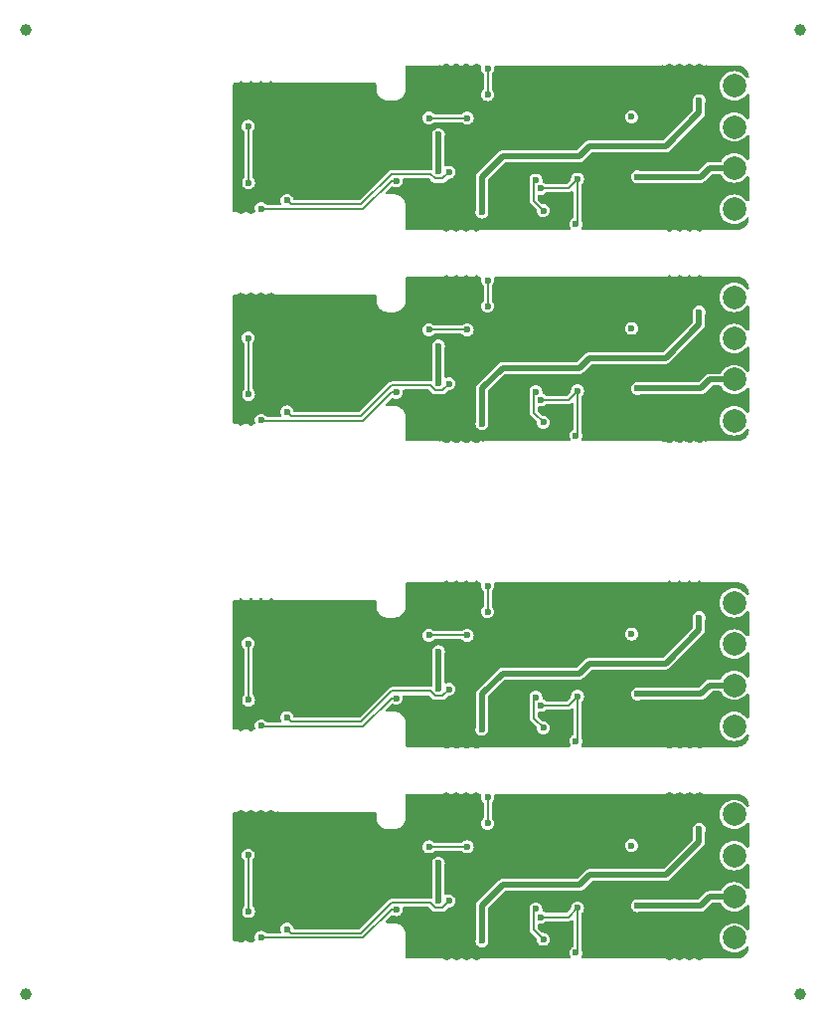
<source format=gbl>
G04 #@! TF.GenerationSoftware,KiCad,Pcbnew,8.0.1*
G04 #@! TF.CreationDate,2025-03-12T15:21:45+01:00*
G04 #@! TF.ProjectId,panel_E,70616e65-6c5f-4452-9e6b-696361645f70,E*
G04 #@! TF.SameCoordinates,Original*
G04 #@! TF.FileFunction,Copper,L2,Bot*
G04 #@! TF.FilePolarity,Positive*
%FSLAX46Y46*%
G04 Gerber Fmt 4.6, Leading zero omitted, Abs format (unit mm)*
G04 Created by KiCad (PCBNEW 8.0.1) date 2025-03-12 15:21:45*
%MOMM*%
%LPD*%
G01*
G04 APERTURE LIST*
G04 #@! TA.AperFunction,ComponentPad*
%ADD10C,2.000000*%
G04 #@! TD*
G04 #@! TA.AperFunction,SMDPad,CuDef*
%ADD11C,1.000000*%
G04 #@! TD*
G04 #@! TA.AperFunction,ViaPad*
%ADD12C,0.600000*%
G04 #@! TD*
G04 #@! TA.AperFunction,Conductor*
%ADD13C,0.500000*%
G04 #@! TD*
G04 #@! TA.AperFunction,Conductor*
%ADD14C,0.200000*%
G04 #@! TD*
G04 APERTURE END LIST*
D10*
G04 #@! TO.P,0-J2,1,Pin_1*
G04 #@! TO.N,0-+BATT*
X64875000Y-9250000D03*
G04 #@! TD*
G04 #@! TO.P,2-J3,1,Pin_1*
G04 #@! TO.N,2--BATT*
X64875000Y-56750000D03*
G04 #@! TD*
G04 #@! TO.P,3-J4,1,Pin_1*
G04 #@! TO.N,3-+LED*
X64875000Y-78250000D03*
G04 #@! TD*
G04 #@! TO.P,3-J5,1,Pin_1*
G04 #@! TO.N,3--LED*
X64875000Y-81750000D03*
G04 #@! TD*
G04 #@! TO.P,3-J2,1,Pin_1*
G04 #@! TO.N,3-+BATT*
X64875000Y-71250000D03*
G04 #@! TD*
G04 #@! TO.P,1-J5,1,Pin_1*
G04 #@! TO.N,1--LED*
X64875000Y-37750000D03*
G04 #@! TD*
G04 #@! TO.P,3-J3,1,Pin_1*
G04 #@! TO.N,3--BATT*
X64875000Y-74750000D03*
G04 #@! TD*
G04 #@! TO.P,0-J4,1,Pin_1*
G04 #@! TO.N,0-+LED*
X64875000Y-16250000D03*
G04 #@! TD*
G04 #@! TO.P,1-J4,1,Pin_1*
G04 #@! TO.N,1-+LED*
X64875000Y-34250000D03*
G04 #@! TD*
G04 #@! TO.P,2-J2,1,Pin_1*
G04 #@! TO.N,2-+BATT*
X64875000Y-53250000D03*
G04 #@! TD*
G04 #@! TO.P,0-J5,1,Pin_1*
G04 #@! TO.N,0--LED*
X64875000Y-19750000D03*
G04 #@! TD*
G04 #@! TO.P,0-J3,1,Pin_1*
G04 #@! TO.N,0--BATT*
X64875000Y-12750000D03*
G04 #@! TD*
G04 #@! TO.P,1-J2,1,Pin_1*
G04 #@! TO.N,1-+BATT*
X64875000Y-27250000D03*
G04 #@! TD*
G04 #@! TO.P,1-J3,1,Pin_1*
G04 #@! TO.N,1--BATT*
X64875000Y-30750000D03*
G04 #@! TD*
G04 #@! TO.P,2-J5,1,Pin_1*
G04 #@! TO.N,2--LED*
X64875000Y-63750000D03*
G04 #@! TD*
G04 #@! TO.P,2-J4,1,Pin_1*
G04 #@! TO.N,2-+LED*
X64875000Y-60250000D03*
G04 #@! TD*
D11*
G04 #@! TO.P,KiKit_FID_B_1,*
G04 #@! TO.N,*
X4500000Y-4500000D03*
G04 #@! TD*
G04 #@! TO.P,KiKit_FID_B_3,*
G04 #@! TO.N,*
X4500000Y-86500000D03*
G04 #@! TD*
G04 #@! TO.P,KiKit_FID_B_4,*
G04 #@! TO.N,*
X70500000Y-86500000D03*
G04 #@! TD*
G04 #@! TO.P,KiKit_FID_B_2,*
G04 #@! TO.N,*
X70500000Y-4500000D03*
G04 #@! TD*
D12*
G04 #@! TO.N,0-+BATT*
X43875000Y-7800000D03*
X43875000Y-10000000D03*
X39675000Y-13400000D03*
X39675000Y-16550000D03*
G04 #@! TO.N,0-+LED*
X56625000Y-17000000D03*
G04 #@! TO.N,0--BATT*
X56125000Y-11887500D03*
G04 #@! TO.N,0-GND*
X36975000Y-17400000D03*
X59375000Y-18250000D03*
X50625000Y-16250000D03*
X26125000Y-17500000D03*
X46625000Y-10000000D03*
X50375000Y-14450000D03*
X47125000Y-12500000D03*
X37325000Y-11300000D03*
X59375000Y-20750000D03*
X34075000Y-9300000D03*
X38875000Y-18000000D03*
X36275000Y-13400000D03*
X28375000Y-17500000D03*
X32775000Y-18650000D03*
X47175000Y-16200000D03*
X49625000Y-13500000D03*
X25125000Y-10500000D03*
X24125000Y-10500000D03*
X55375000Y-20750000D03*
X59625000Y-12250000D03*
X61875000Y-9250000D03*
X41575000Y-15800000D03*
X24125000Y-9500000D03*
X42125000Y-10000000D03*
X36975000Y-16000000D03*
X56625000Y-13150000D03*
X38625000Y-16000000D03*
X30775000Y-18650000D03*
X23125000Y-10500000D03*
X44375000Y-17250000D03*
X41575000Y-14750000D03*
X23125000Y-9500000D03*
X45125000Y-18000000D03*
X36275000Y-12000000D03*
X55375000Y-20000000D03*
X46575000Y-14400000D03*
X42475000Y-17300000D03*
X38875000Y-14200000D03*
X34425000Y-17050000D03*
X49625000Y-19750000D03*
X50375000Y-8750000D03*
X35375000Y-16100000D03*
X48875000Y-16250000D03*
X59625000Y-11500000D03*
X53375000Y-17000000D03*
X25125000Y-9500000D03*
X32075000Y-9300000D03*
X49625000Y-16250000D03*
X53375000Y-16000000D03*
G04 #@! TO.N,0-GND1*
X43375000Y-20000000D03*
X61875000Y-10500000D03*
G04 #@! TO.N,0-Net-(D2-A)*
X24575000Y-19700000D03*
X36083177Y-17350000D03*
G04 #@! TO.N,0-Net-(D2-K)*
X26775000Y-19000000D03*
X40575000Y-16600000D03*
G04 #@! TO.N,0-Net-(R5-Pad1)*
X23500000Y-17500000D03*
X38875000Y-12000000D03*
X42125000Y-12000000D03*
X23475000Y-12700000D03*
G04 #@! TO.N,0-Net-(U3-EN)*
X51375000Y-21000000D03*
X51512500Y-17200000D03*
X48376702Y-17975000D03*
G04 #@! TO.N,0-Net-(U3-FB)*
X47965358Y-17278025D03*
X48603474Y-19875000D03*
G04 #@! TO.N,1-+BATT*
X39675000Y-34550000D03*
X39675000Y-31400000D03*
X43875000Y-28000000D03*
X43875000Y-25800000D03*
G04 #@! TO.N,1-+LED*
X56625000Y-35000000D03*
G04 #@! TO.N,1--BATT*
X56125000Y-29887500D03*
G04 #@! TO.N,1-GND*
X50625000Y-34250000D03*
X32775000Y-36650000D03*
X49625000Y-31500000D03*
X25125000Y-28500000D03*
X26125000Y-35500000D03*
X61875000Y-27250000D03*
X42475000Y-35300000D03*
X59625000Y-29500000D03*
X55375000Y-38750000D03*
X30775000Y-36650000D03*
X25125000Y-27500000D03*
X28375000Y-35500000D03*
X49625000Y-37750000D03*
X36275000Y-31400000D03*
X47125000Y-30500000D03*
X36975000Y-34000000D03*
X49625000Y-34250000D03*
X24125000Y-28500000D03*
X23125000Y-28500000D03*
X59375000Y-38750000D03*
X45125000Y-36000000D03*
X59625000Y-30250000D03*
X38875000Y-36000000D03*
X50375000Y-26750000D03*
X38625000Y-34000000D03*
X53375000Y-35000000D03*
X53375000Y-34000000D03*
X41575000Y-32750000D03*
X50375000Y-32450000D03*
X34075000Y-27300000D03*
X56625000Y-31150000D03*
X23125000Y-27500000D03*
X32075000Y-27300000D03*
X36275000Y-30000000D03*
X59375000Y-36250000D03*
X46625000Y-28000000D03*
X36975000Y-35400000D03*
X44375000Y-35250000D03*
X46575000Y-32400000D03*
X34425000Y-35050000D03*
X55375000Y-38000000D03*
X38875000Y-32200000D03*
X47175000Y-34200000D03*
X41575000Y-33800000D03*
X24125000Y-27500000D03*
X42125000Y-28000000D03*
X48875000Y-34250000D03*
X35375000Y-34100000D03*
X37325000Y-29300000D03*
G04 #@! TO.N,1-GND1*
X43375000Y-38000000D03*
X61875000Y-28500000D03*
G04 #@! TO.N,1-Net-(D2-A)*
X24575000Y-37700000D03*
X36083177Y-35350000D03*
G04 #@! TO.N,1-Net-(D2-K)*
X40575000Y-34600000D03*
X26775000Y-37000000D03*
G04 #@! TO.N,1-Net-(R5-Pad1)*
X38875000Y-30000000D03*
X23500000Y-35500000D03*
X42125000Y-30000000D03*
X23475000Y-30700000D03*
G04 #@! TO.N,1-Net-(U3-EN)*
X48376702Y-35975000D03*
X51375000Y-39000000D03*
X51512500Y-35200000D03*
G04 #@! TO.N,1-Net-(U3-FB)*
X47965358Y-35278025D03*
X48603474Y-37875000D03*
G04 #@! TO.N,2-+BATT*
X39675000Y-57400000D03*
X43875000Y-54000000D03*
X39675000Y-60550000D03*
X43875000Y-51800000D03*
G04 #@! TO.N,2-+LED*
X56625000Y-61000000D03*
G04 #@! TO.N,2--BATT*
X56125000Y-55887500D03*
G04 #@! TO.N,2-GND*
X35375000Y-60100000D03*
X41575000Y-58750000D03*
X34075000Y-53300000D03*
X49625000Y-57500000D03*
X56625000Y-57150000D03*
X50625000Y-60250000D03*
X38875000Y-58200000D03*
X49625000Y-60250000D03*
X36275000Y-56000000D03*
X59625000Y-55500000D03*
X44375000Y-61250000D03*
X47125000Y-56500000D03*
X59375000Y-64750000D03*
X36975000Y-60000000D03*
X25125000Y-54500000D03*
X42475000Y-61300000D03*
X49625000Y-63750000D03*
X38625000Y-60000000D03*
X42125000Y-54000000D03*
X50375000Y-52750000D03*
X25125000Y-53500000D03*
X50375000Y-58450000D03*
X46575000Y-58400000D03*
X59625000Y-56250000D03*
X26125000Y-61500000D03*
X59375000Y-62250000D03*
X34425000Y-61050000D03*
X48875000Y-60250000D03*
X53375000Y-60000000D03*
X32775000Y-62650000D03*
X61875000Y-53250000D03*
X46625000Y-54000000D03*
X30775000Y-62650000D03*
X55375000Y-64000000D03*
X32075000Y-53300000D03*
X53375000Y-61000000D03*
X23125000Y-54500000D03*
X55375000Y-64750000D03*
X28375000Y-61500000D03*
X36275000Y-57400000D03*
X24125000Y-53500000D03*
X23125000Y-53500000D03*
X47175000Y-60200000D03*
X45125000Y-62000000D03*
X37325000Y-55300000D03*
X36975000Y-61400000D03*
X41575000Y-59800000D03*
X38875000Y-62000000D03*
X24125000Y-54500000D03*
G04 #@! TO.N,2-GND1*
X61875000Y-54500000D03*
X43375000Y-64000000D03*
G04 #@! TO.N,2-Net-(D2-A)*
X36083177Y-61350000D03*
X24575000Y-63700000D03*
G04 #@! TO.N,2-Net-(D2-K)*
X26775000Y-63000000D03*
X40575000Y-60600000D03*
G04 #@! TO.N,2-Net-(R5-Pad1)*
X42125000Y-56000000D03*
X23500000Y-61500000D03*
X38875000Y-56000000D03*
X23475000Y-56700000D03*
G04 #@! TO.N,2-Net-(U3-EN)*
X51512500Y-61200000D03*
X51375000Y-65000000D03*
X48376702Y-61975000D03*
G04 #@! TO.N,2-Net-(U3-FB)*
X48603474Y-63875000D03*
X47965358Y-61278025D03*
G04 #@! TO.N,3-+BATT*
X43875000Y-72000000D03*
X39675000Y-78550000D03*
X43875000Y-69800000D03*
X39675000Y-75400000D03*
G04 #@! TO.N,3-+LED*
X56625000Y-79000000D03*
G04 #@! TO.N,3--BATT*
X56125000Y-73887500D03*
G04 #@! TO.N,3-GND*
X30775000Y-80650000D03*
X55375000Y-82750000D03*
X59375000Y-82750000D03*
X25125000Y-71500000D03*
X37325000Y-73300000D03*
X42125000Y-72000000D03*
X48875000Y-78250000D03*
X50375000Y-70750000D03*
X24125000Y-71500000D03*
X44375000Y-79250000D03*
X49625000Y-78250000D03*
X46625000Y-72000000D03*
X47175000Y-78200000D03*
X41575000Y-77800000D03*
X23125000Y-72500000D03*
X41575000Y-76750000D03*
X38875000Y-76200000D03*
X36275000Y-75400000D03*
X38625000Y-78000000D03*
X49625000Y-75500000D03*
X47125000Y-74500000D03*
X56625000Y-75150000D03*
X49625000Y-81750000D03*
X59625000Y-74250000D03*
X25125000Y-72500000D03*
X61875000Y-71250000D03*
X59375000Y-80250000D03*
X24125000Y-72500000D03*
X50375000Y-76450000D03*
X53375000Y-79000000D03*
X35375000Y-78100000D03*
X26125000Y-79500000D03*
X38875000Y-80000000D03*
X36275000Y-74000000D03*
X50625000Y-78250000D03*
X28375000Y-79500000D03*
X53375000Y-78000000D03*
X34425000Y-79050000D03*
X46575000Y-76400000D03*
X59625000Y-73500000D03*
X42475000Y-79300000D03*
X23125000Y-71500000D03*
X55375000Y-82000000D03*
X45125000Y-80000000D03*
X36975000Y-78000000D03*
X32775000Y-80650000D03*
X32075000Y-71300000D03*
X36975000Y-79400000D03*
X34075000Y-71300000D03*
G04 #@! TO.N,3-GND1*
X43375000Y-82000000D03*
X61875000Y-72500000D03*
G04 #@! TO.N,3-Net-(D2-A)*
X36083177Y-79350000D03*
X24575000Y-81700000D03*
G04 #@! TO.N,3-Net-(D2-K)*
X26775000Y-81000000D03*
X40575000Y-78600000D03*
G04 #@! TO.N,3-Net-(R5-Pad1)*
X42125000Y-74000000D03*
X23475000Y-74700000D03*
X38875000Y-74000000D03*
X23500000Y-79500000D03*
G04 #@! TO.N,3-Net-(U3-EN)*
X51375000Y-83000000D03*
X48376702Y-79975000D03*
X51512500Y-79200000D03*
G04 #@! TO.N,3-Net-(U3-FB)*
X47965358Y-79278025D03*
X48603474Y-81875000D03*
G04 #@! TD*
D13*
G04 #@! TO.N,0-+BATT*
X39675000Y-16550000D02*
X39675000Y-13400000D01*
X39625000Y-16541203D02*
X39633797Y-16550000D01*
D14*
X43875000Y-10000000D02*
X43875000Y-7800000D01*
D13*
G04 #@! TO.N,0-+LED*
X62775000Y-16250000D02*
X64875000Y-16250000D01*
X56625000Y-17000000D02*
X62025000Y-17000000D01*
X62025000Y-17000000D02*
X62775000Y-16250000D01*
G04 #@! TO.N,0-GND1*
X43375000Y-17000000D02*
X43375000Y-20000000D01*
X45125000Y-15250000D02*
X43375000Y-17000000D01*
X59025000Y-14400000D02*
X52525000Y-14400000D01*
X51675000Y-15250000D02*
X45125000Y-15250000D01*
X61875000Y-10500000D02*
X61875000Y-11550000D01*
X61875000Y-11550000D02*
X59025000Y-14400000D01*
X52525000Y-14400000D02*
X51675000Y-15250000D01*
D14*
G04 #@! TO.N,0-Net-(D2-A)*
X24625000Y-19750000D02*
X24575000Y-19700000D01*
X33258510Y-19750000D02*
X35658510Y-17350000D01*
X33258510Y-19750000D02*
X24625000Y-19750000D01*
X35658510Y-17350000D02*
X36083177Y-17350000D01*
G04 #@! TO.N,0-Net-(D2-K)*
X33092824Y-19350000D02*
X27125000Y-19350000D01*
X33092824Y-19350000D02*
X35692824Y-16750000D01*
X35692824Y-16750000D02*
X38975000Y-16750000D01*
X40025000Y-17150000D02*
X40575000Y-16600000D01*
X38975000Y-16750000D02*
X39375000Y-17150000D01*
X27125000Y-19350000D02*
X26775000Y-19000000D01*
X39375000Y-17150000D02*
X40025000Y-17150000D01*
G04 #@! TO.N,0-Net-(R5-Pad1)*
X23475000Y-17475000D02*
X23500000Y-17500000D01*
X38875000Y-12000000D02*
X42125000Y-12000000D01*
X23475000Y-12700000D02*
X23475000Y-17475000D01*
G04 #@! TO.N,0-Net-(U3-EN)*
X51512500Y-20862500D02*
X51375000Y-21000000D01*
X48376702Y-17975000D02*
X50737500Y-17975000D01*
X50737500Y-17975000D02*
X51512500Y-17200000D01*
X51512500Y-17200000D02*
X51512500Y-20862500D01*
G04 #@! TO.N,0-Net-(U3-FB)*
X47776702Y-19048228D02*
X48603474Y-19875000D01*
X47965358Y-17278025D02*
X47776702Y-17466681D01*
X47776702Y-17466681D02*
X47776702Y-19048228D01*
G04 #@! TO.N,1-+BATT*
X43875000Y-28000000D02*
X43875000Y-25800000D01*
D13*
X39625000Y-34541203D02*
X39633797Y-34550000D01*
X39675000Y-34550000D02*
X39675000Y-31400000D01*
G04 #@! TO.N,1-+LED*
X62775000Y-34250000D02*
X64875000Y-34250000D01*
X56625000Y-35000000D02*
X62025000Y-35000000D01*
X62025000Y-35000000D02*
X62775000Y-34250000D01*
G04 #@! TO.N,1-GND1*
X59025000Y-32400000D02*
X52525000Y-32400000D01*
X61875000Y-29550000D02*
X59025000Y-32400000D01*
X43375000Y-35000000D02*
X43375000Y-38000000D01*
X51675000Y-33250000D02*
X45125000Y-33250000D01*
X45125000Y-33250000D02*
X43375000Y-35000000D01*
X52525000Y-32400000D02*
X51675000Y-33250000D01*
X61875000Y-28500000D02*
X61875000Y-29550000D01*
D14*
G04 #@! TO.N,1-Net-(D2-A)*
X24625000Y-37750000D02*
X24575000Y-37700000D01*
X35658510Y-35350000D02*
X36083177Y-35350000D01*
X33258510Y-37750000D02*
X35658510Y-35350000D01*
X33258510Y-37750000D02*
X24625000Y-37750000D01*
G04 #@! TO.N,1-Net-(D2-K)*
X39375000Y-35150000D02*
X40025000Y-35150000D01*
X27125000Y-37350000D02*
X26775000Y-37000000D01*
X38975000Y-34750000D02*
X39375000Y-35150000D01*
X33092824Y-37350000D02*
X35692824Y-34750000D01*
X40025000Y-35150000D02*
X40575000Y-34600000D01*
X35692824Y-34750000D02*
X38975000Y-34750000D01*
X33092824Y-37350000D02*
X27125000Y-37350000D01*
G04 #@! TO.N,1-Net-(R5-Pad1)*
X38875000Y-30000000D02*
X42125000Y-30000000D01*
X23475000Y-35475000D02*
X23500000Y-35500000D01*
X23475000Y-30700000D02*
X23475000Y-35475000D01*
G04 #@! TO.N,1-Net-(U3-EN)*
X51512500Y-35200000D02*
X51512500Y-38862500D01*
X51512500Y-38862500D02*
X51375000Y-39000000D01*
X50737500Y-35975000D02*
X51512500Y-35200000D01*
X48376702Y-35975000D02*
X50737500Y-35975000D01*
G04 #@! TO.N,1-Net-(U3-FB)*
X47965358Y-35278025D02*
X47776702Y-35466681D01*
X47776702Y-35466681D02*
X47776702Y-37048228D01*
X47776702Y-37048228D02*
X48603474Y-37875000D01*
D13*
G04 #@! TO.N,2-+BATT*
X39625000Y-60541203D02*
X39633797Y-60550000D01*
X39675000Y-60550000D02*
X39675000Y-57400000D01*
D14*
X43875000Y-54000000D02*
X43875000Y-51800000D01*
D13*
G04 #@! TO.N,2-+LED*
X56625000Y-61000000D02*
X62025000Y-61000000D01*
X62775000Y-60250000D02*
X64875000Y-60250000D01*
X62025000Y-61000000D02*
X62775000Y-60250000D01*
G04 #@! TO.N,2-GND1*
X52525000Y-58400000D02*
X51675000Y-59250000D01*
X61875000Y-54500000D02*
X61875000Y-55550000D01*
X59025000Y-58400000D02*
X52525000Y-58400000D01*
X45125000Y-59250000D02*
X43375000Y-61000000D01*
X51675000Y-59250000D02*
X45125000Y-59250000D01*
X61875000Y-55550000D02*
X59025000Y-58400000D01*
X43375000Y-61000000D02*
X43375000Y-64000000D01*
D14*
G04 #@! TO.N,2-Net-(D2-A)*
X33258510Y-63750000D02*
X35658510Y-61350000D01*
X24625000Y-63750000D02*
X24575000Y-63700000D01*
X35658510Y-61350000D02*
X36083177Y-61350000D01*
X33258510Y-63750000D02*
X24625000Y-63750000D01*
G04 #@! TO.N,2-Net-(D2-K)*
X27125000Y-63350000D02*
X26775000Y-63000000D01*
X33092824Y-63350000D02*
X35692824Y-60750000D01*
X39375000Y-61150000D02*
X40025000Y-61150000D01*
X38975000Y-60750000D02*
X39375000Y-61150000D01*
X35692824Y-60750000D02*
X38975000Y-60750000D01*
X33092824Y-63350000D02*
X27125000Y-63350000D01*
X40025000Y-61150000D02*
X40575000Y-60600000D01*
G04 #@! TO.N,2-Net-(R5-Pad1)*
X23475000Y-61475000D02*
X23500000Y-61500000D01*
X38875000Y-56000000D02*
X42125000Y-56000000D01*
X23475000Y-56700000D02*
X23475000Y-61475000D01*
G04 #@! TO.N,2-Net-(U3-EN)*
X51512500Y-64862500D02*
X51375000Y-65000000D01*
X51512500Y-61200000D02*
X51512500Y-64862500D01*
X48376702Y-61975000D02*
X50737500Y-61975000D01*
X50737500Y-61975000D02*
X51512500Y-61200000D01*
G04 #@! TO.N,2-Net-(U3-FB)*
X47965358Y-61278025D02*
X47776702Y-61466681D01*
X47776702Y-63048228D02*
X48603474Y-63875000D01*
X47776702Y-61466681D02*
X47776702Y-63048228D01*
D13*
G04 #@! TO.N,3-+BATT*
X39625000Y-78541203D02*
X39633797Y-78550000D01*
D14*
X43875000Y-72000000D02*
X43875000Y-69800000D01*
D13*
X39675000Y-78550000D02*
X39675000Y-75400000D01*
G04 #@! TO.N,3-+LED*
X62025000Y-79000000D02*
X62775000Y-78250000D01*
X56625000Y-79000000D02*
X62025000Y-79000000D01*
X62775000Y-78250000D02*
X64875000Y-78250000D01*
G04 #@! TO.N,3-GND1*
X45125000Y-77250000D02*
X43375000Y-79000000D01*
X59025000Y-76400000D02*
X52525000Y-76400000D01*
X43375000Y-79000000D02*
X43375000Y-82000000D01*
X51675000Y-77250000D02*
X45125000Y-77250000D01*
X61875000Y-72500000D02*
X61875000Y-73550000D01*
X52525000Y-76400000D02*
X51675000Y-77250000D01*
X61875000Y-73550000D02*
X59025000Y-76400000D01*
D14*
G04 #@! TO.N,3-Net-(D2-A)*
X33258510Y-81750000D02*
X35658510Y-79350000D01*
X33258510Y-81750000D02*
X24625000Y-81750000D01*
X35658510Y-79350000D02*
X36083177Y-79350000D01*
X24625000Y-81750000D02*
X24575000Y-81700000D01*
G04 #@! TO.N,3-Net-(D2-K)*
X33092824Y-81350000D02*
X35692824Y-78750000D01*
X27125000Y-81350000D02*
X26775000Y-81000000D01*
X38975000Y-78750000D02*
X39375000Y-79150000D01*
X39375000Y-79150000D02*
X40025000Y-79150000D01*
X35692824Y-78750000D02*
X38975000Y-78750000D01*
X40025000Y-79150000D02*
X40575000Y-78600000D01*
X33092824Y-81350000D02*
X27125000Y-81350000D01*
G04 #@! TO.N,3-Net-(R5-Pad1)*
X23475000Y-79475000D02*
X23500000Y-79500000D01*
X38875000Y-74000000D02*
X42125000Y-74000000D01*
X23475000Y-74700000D02*
X23475000Y-79475000D01*
G04 #@! TO.N,3-Net-(U3-EN)*
X51512500Y-79200000D02*
X51512500Y-82862500D01*
X51512500Y-82862500D02*
X51375000Y-83000000D01*
X48376702Y-79975000D02*
X50737500Y-79975000D01*
X50737500Y-79975000D02*
X51512500Y-79200000D01*
G04 #@! TO.N,3-Net-(U3-FB)*
X47965358Y-79278025D02*
X47776702Y-79466681D01*
X47776702Y-81048228D02*
X48603474Y-81875000D01*
X47776702Y-79466681D02*
X47776702Y-81048228D01*
G04 #@! TD*
G04 #@! TA.AperFunction,Conductor*
G04 #@! TO.N,1-GND*
G36*
X61944088Y-25341780D02*
G01*
X61988437Y-25370281D01*
X62018687Y-25400531D01*
X62090027Y-25441719D01*
X62132092Y-25466006D01*
X62132815Y-25466423D01*
X62260109Y-25500531D01*
X62260111Y-25500531D01*
X62391892Y-25500531D01*
X62391893Y-25500531D01*
X62417214Y-25493745D01*
X62465409Y-25492368D01*
X62465487Y-25491322D01*
X62468909Y-25491574D01*
X62472833Y-25492156D01*
X62474515Y-25492108D01*
X62477940Y-25492819D01*
X62482361Y-25493217D01*
X62482365Y-25493218D01*
X62482368Y-25493217D01*
X62483480Y-25493318D01*
X62495114Y-25493506D01*
X62496511Y-25493609D01*
X62508576Y-25495098D01*
X62509985Y-25495342D01*
X62521322Y-25497986D01*
X62522418Y-25498157D01*
X62522426Y-25498160D01*
X62522433Y-25498160D01*
X62526799Y-25498844D01*
X62539329Y-25499357D01*
X62539318Y-25499620D01*
X62554649Y-25499932D01*
X62559178Y-25500527D01*
X62559184Y-25500529D01*
X62559189Y-25500528D01*
X62560871Y-25500750D01*
X62572459Y-25501462D01*
X62580280Y-25502427D01*
X62580287Y-25502425D01*
X62583711Y-25502398D01*
X62605818Y-25501673D01*
X62629463Y-25503418D01*
X62629469Y-25503416D01*
X62632827Y-25503225D01*
X62654931Y-25501411D01*
X62678666Y-25501994D01*
X62678671Y-25501992D01*
X62685832Y-25501228D01*
X62698990Y-25500526D01*
X65117078Y-25500499D01*
X65120217Y-25500539D01*
X65124403Y-25500645D01*
X65172471Y-25501862D01*
X65178728Y-25502179D01*
X65222977Y-25505549D01*
X65229192Y-25506181D01*
X65273258Y-25511793D01*
X65279389Y-25512732D01*
X65323105Y-25520568D01*
X65329235Y-25521828D01*
X65372437Y-25531854D01*
X65378488Y-25533419D01*
X65421171Y-25545633D01*
X65427093Y-25547491D01*
X65469132Y-25561861D01*
X65474993Y-25564033D01*
X65516171Y-25580480D01*
X65521940Y-25582955D01*
X65562269Y-25601486D01*
X65567889Y-25604243D01*
X65607212Y-25624784D01*
X65612669Y-25627812D01*
X65650920Y-25650330D01*
X65656195Y-25653617D01*
X65693310Y-25678077D01*
X65698418Y-25681633D01*
X65734169Y-25707887D01*
X65739119Y-25711719D01*
X65773505Y-25739756D01*
X65778273Y-25743849D01*
X65811179Y-25773578D01*
X65815733Y-25777907D01*
X65847089Y-25809263D01*
X65851418Y-25813817D01*
X65881148Y-25846724D01*
X65885241Y-25851492D01*
X65913275Y-25885874D01*
X65917120Y-25890841D01*
X65943359Y-25926574D01*
X65946947Y-25931729D01*
X65971348Y-25968753D01*
X65974672Y-25974085D01*
X65997179Y-26012319D01*
X66000227Y-26017812D01*
X66020748Y-26057097D01*
X66023515Y-26062736D01*
X66028254Y-26073050D01*
X66034795Y-26087286D01*
X66042038Y-26103048D01*
X66044516Y-26108824D01*
X66060963Y-26149999D01*
X66063144Y-26155887D01*
X66077490Y-26197855D01*
X66079371Y-26203851D01*
X66091571Y-26246487D01*
X66093139Y-26252543D01*
X66102250Y-26291801D01*
X66103168Y-26295757D01*
X66104432Y-26301909D01*
X66112260Y-26345582D01*
X66113211Y-26351794D01*
X66118812Y-26395774D01*
X66119448Y-26402022D01*
X66122817Y-26446256D01*
X66123135Y-26452519D01*
X66123226Y-26456096D01*
X66105253Y-26523615D01*
X66053629Y-26570698D01*
X65984746Y-26582397D01*
X65920473Y-26554998D01*
X65897691Y-26530373D01*
X65836599Y-26443124D01*
X65762584Y-26369109D01*
X65681877Y-26288402D01*
X65502639Y-26162898D01*
X65502640Y-26162898D01*
X65502638Y-26162897D01*
X65386677Y-26108824D01*
X65304330Y-26070425D01*
X65304326Y-26070424D01*
X65304322Y-26070422D01*
X65092977Y-26013793D01*
X64875002Y-25994723D01*
X64874998Y-25994723D01*
X64729709Y-26007434D01*
X64657023Y-26013793D01*
X64657020Y-26013793D01*
X64445677Y-26070422D01*
X64445668Y-26070426D01*
X64247361Y-26162898D01*
X64247357Y-26162900D01*
X64068121Y-26288402D01*
X63913402Y-26443121D01*
X63787900Y-26622357D01*
X63787898Y-26622361D01*
X63721377Y-26765016D01*
X63701578Y-26807476D01*
X63695426Y-26820668D01*
X63695422Y-26820677D01*
X63638793Y-27032020D01*
X63638793Y-27032023D01*
X63619723Y-27250000D01*
X63636999Y-27447476D01*
X63638793Y-27467975D01*
X63638793Y-27467979D01*
X63695422Y-27679322D01*
X63695424Y-27679326D01*
X63695425Y-27679330D01*
X63728322Y-27749877D01*
X63787897Y-27877638D01*
X63803422Y-27899809D01*
X63913402Y-28056877D01*
X64068123Y-28211598D01*
X64247361Y-28337102D01*
X64445670Y-28429575D01*
X64445676Y-28429576D01*
X64445677Y-28429577D01*
X64474179Y-28437214D01*
X64657023Y-28486207D01*
X64836068Y-28501871D01*
X64874998Y-28505277D01*
X64875000Y-28505277D01*
X64875002Y-28505277D01*
X64908982Y-28502304D01*
X65092977Y-28486207D01*
X65304330Y-28429575D01*
X65502639Y-28337102D01*
X65681877Y-28211598D01*
X65836598Y-28056877D01*
X65898926Y-27967862D01*
X65953502Y-27924239D01*
X66023000Y-27917046D01*
X66085355Y-27948568D01*
X66120769Y-28008798D01*
X66124500Y-28038987D01*
X66124500Y-29961012D01*
X66104815Y-30028051D01*
X66052011Y-30073806D01*
X65982853Y-30083750D01*
X65919297Y-30054725D01*
X65898925Y-30032135D01*
X65836599Y-29943124D01*
X65780974Y-29887499D01*
X65681877Y-29788402D01*
X65502639Y-29662898D01*
X65502640Y-29662898D01*
X65502638Y-29662897D01*
X65383578Y-29607379D01*
X65304330Y-29570425D01*
X65304326Y-29570424D01*
X65304322Y-29570422D01*
X65092977Y-29513793D01*
X64875002Y-29494723D01*
X64874998Y-29494723D01*
X64729682Y-29507436D01*
X64657023Y-29513793D01*
X64657020Y-29513793D01*
X64445677Y-29570422D01*
X64445668Y-29570426D01*
X64247361Y-29662898D01*
X64247357Y-29662900D01*
X64068121Y-29788402D01*
X63913402Y-29943121D01*
X63787900Y-30122357D01*
X63787898Y-30122361D01*
X63695426Y-30320668D01*
X63695422Y-30320677D01*
X63638793Y-30532020D01*
X63638793Y-30532024D01*
X63619723Y-30749997D01*
X63619723Y-30750002D01*
X63638793Y-30967975D01*
X63638793Y-30967979D01*
X63695422Y-31179322D01*
X63695424Y-31179326D01*
X63695425Y-31179330D01*
X63731311Y-31256287D01*
X63787897Y-31377638D01*
X63787898Y-31377639D01*
X63913402Y-31556877D01*
X64068123Y-31711598D01*
X64247361Y-31837102D01*
X64445670Y-31929575D01*
X64657023Y-31986207D01*
X64839926Y-32002208D01*
X64874998Y-32005277D01*
X64875000Y-32005277D01*
X64875002Y-32005277D01*
X64903254Y-32002805D01*
X65092977Y-31986207D01*
X65304330Y-31929575D01*
X65502639Y-31837102D01*
X65681877Y-31711598D01*
X65836598Y-31556877D01*
X65898926Y-31467862D01*
X65953502Y-31424239D01*
X66023000Y-31417046D01*
X66085355Y-31448568D01*
X66120769Y-31508798D01*
X66124500Y-31538987D01*
X66124500Y-33461012D01*
X66104815Y-33528051D01*
X66052011Y-33573806D01*
X65982853Y-33583750D01*
X65919297Y-33554725D01*
X65898925Y-33532135D01*
X65836599Y-33443124D01*
X65836596Y-33443121D01*
X65681877Y-33288402D01*
X65502639Y-33162898D01*
X65502640Y-33162898D01*
X65502638Y-33162897D01*
X65403484Y-33116661D01*
X65304330Y-33070425D01*
X65304326Y-33070424D01*
X65304322Y-33070422D01*
X65092977Y-33013793D01*
X64875002Y-32994723D01*
X64874998Y-32994723D01*
X64729682Y-33007436D01*
X64657023Y-33013793D01*
X64657020Y-33013793D01*
X64445677Y-33070422D01*
X64445668Y-33070426D01*
X64247361Y-33162898D01*
X64247357Y-33162900D01*
X64068121Y-33288402D01*
X63913402Y-33443121D01*
X63787898Y-33622360D01*
X63787895Y-33622366D01*
X63761998Y-33677904D01*
X63715826Y-33730344D01*
X63649616Y-33749500D01*
X62709107Y-33749500D01*
X62581812Y-33783608D01*
X62467686Y-33849500D01*
X62467683Y-33849502D01*
X61854005Y-34463181D01*
X61792682Y-34496666D01*
X61766324Y-34499500D01*
X56879876Y-34499500D01*
X56832427Y-34490062D01*
X56768709Y-34463670D01*
X56768708Y-34463669D01*
X56768706Y-34463669D01*
X56625001Y-34444750D01*
X56624999Y-34444750D01*
X56481291Y-34463670D01*
X56481287Y-34463671D01*
X56347377Y-34519137D01*
X56232379Y-34607379D01*
X56144137Y-34722377D01*
X56088671Y-34856287D01*
X56088670Y-34856291D01*
X56070722Y-34992620D01*
X56069750Y-35000000D01*
X56087698Y-35136329D01*
X56088670Y-35143708D01*
X56088671Y-35143712D01*
X56144137Y-35277622D01*
X56144138Y-35277624D01*
X56144139Y-35277625D01*
X56232379Y-35392621D01*
X56347375Y-35480861D01*
X56347376Y-35480861D01*
X56347377Y-35480862D01*
X56379431Y-35494139D01*
X56481291Y-35536330D01*
X56608280Y-35553048D01*
X56624999Y-35555250D01*
X56625000Y-35555250D01*
X56625001Y-35555250D01*
X56660927Y-35550520D01*
X56768709Y-35536330D01*
X56832427Y-35509937D01*
X56879876Y-35500500D01*
X62090890Y-35500500D01*
X62090892Y-35500500D01*
X62218186Y-35466392D01*
X62332314Y-35400500D01*
X62945995Y-34786819D01*
X63007318Y-34753334D01*
X63033676Y-34750500D01*
X63649616Y-34750500D01*
X63716655Y-34770185D01*
X63761997Y-34822095D01*
X63787898Y-34877639D01*
X63913402Y-35056877D01*
X64068123Y-35211598D01*
X64247361Y-35337102D01*
X64445670Y-35429575D01*
X64445676Y-35429576D01*
X64445677Y-35429577D01*
X64449021Y-35430473D01*
X64657023Y-35486207D01*
X64839926Y-35502208D01*
X64874998Y-35505277D01*
X64875000Y-35505277D01*
X64875002Y-35505277D01*
X64903254Y-35502805D01*
X65092977Y-35486207D01*
X65304330Y-35429575D01*
X65502639Y-35337102D01*
X65681877Y-35211598D01*
X65836598Y-35056877D01*
X65898926Y-34967862D01*
X65953502Y-34924239D01*
X66023000Y-34917046D01*
X66085355Y-34948568D01*
X66120769Y-35008798D01*
X66124500Y-35038987D01*
X66124500Y-36961012D01*
X66104815Y-37028051D01*
X66052011Y-37073806D01*
X65982853Y-37083750D01*
X65919297Y-37054725D01*
X65898925Y-37032135D01*
X65836599Y-36943124D01*
X65760306Y-36866831D01*
X65681877Y-36788402D01*
X65511312Y-36668971D01*
X65502638Y-36662897D01*
X65386220Y-36608611D01*
X65304330Y-36570425D01*
X65304326Y-36570424D01*
X65304322Y-36570422D01*
X65092977Y-36513793D01*
X64875002Y-36494723D01*
X64874998Y-36494723D01*
X64742831Y-36506286D01*
X64657023Y-36513793D01*
X64657020Y-36513793D01*
X64445677Y-36570422D01*
X64445670Y-36570424D01*
X64445670Y-36570425D01*
X64440144Y-36573002D01*
X64247361Y-36662898D01*
X64247357Y-36662900D01*
X64068121Y-36788402D01*
X63913402Y-36943121D01*
X63787900Y-37122357D01*
X63787898Y-37122361D01*
X63695426Y-37320668D01*
X63695422Y-37320677D01*
X63638793Y-37532020D01*
X63638793Y-37532024D01*
X63619723Y-37749997D01*
X63619723Y-37750002D01*
X63638793Y-37967975D01*
X63638793Y-37967979D01*
X63695422Y-38179322D01*
X63695424Y-38179326D01*
X63695425Y-38179330D01*
X63721559Y-38235374D01*
X63787897Y-38377638D01*
X63802368Y-38398304D01*
X63913402Y-38556877D01*
X64068123Y-38711598D01*
X64247361Y-38837102D01*
X64445670Y-38929575D01*
X64445676Y-38929576D01*
X64445677Y-38929577D01*
X64454287Y-38931884D01*
X64657023Y-38986207D01*
X64831485Y-39001470D01*
X64874998Y-39005277D01*
X64875000Y-39005277D01*
X64875002Y-39005277D01*
X64903254Y-39002805D01*
X65092977Y-38986207D01*
X65304330Y-38929575D01*
X65502639Y-38837102D01*
X65681877Y-38711598D01*
X65836598Y-38556877D01*
X65897693Y-38469624D01*
X65952268Y-38426001D01*
X66021766Y-38418807D01*
X66084121Y-38450330D01*
X66119535Y-38510560D01*
X66123226Y-38543904D01*
X66123135Y-38547479D01*
X66122817Y-38553741D01*
X66119448Y-38597975D01*
X66118812Y-38604223D01*
X66113211Y-38648203D01*
X66112260Y-38654415D01*
X66104432Y-38698088D01*
X66103168Y-38704240D01*
X66101462Y-38711593D01*
X66093142Y-38747444D01*
X66091571Y-38753510D01*
X66079371Y-38796146D01*
X66077490Y-38802142D01*
X66063144Y-38844110D01*
X66060963Y-38849998D01*
X66044516Y-38891173D01*
X66042038Y-38896949D01*
X66023515Y-38937261D01*
X66020748Y-38942900D01*
X66000227Y-38982185D01*
X65997179Y-38987678D01*
X65974672Y-39025912D01*
X65971349Y-39031242D01*
X65946950Y-39068264D01*
X65943360Y-39073423D01*
X65917112Y-39109167D01*
X65913268Y-39114133D01*
X65885241Y-39148506D01*
X65881148Y-39153273D01*
X65851417Y-39186181D01*
X65847090Y-39190734D01*
X65815753Y-39222072D01*
X65811198Y-39226401D01*
X65778273Y-39256148D01*
X65773504Y-39260243D01*
X65739119Y-39288279D01*
X65734155Y-39292121D01*
X65698443Y-39318346D01*
X65693286Y-39321936D01*
X65656223Y-39346362D01*
X65650900Y-39349680D01*
X65612686Y-39372175D01*
X65607194Y-39375223D01*
X65567907Y-39395745D01*
X65562269Y-39398511D01*
X65521951Y-39417037D01*
X65516171Y-39419517D01*
X65474993Y-39435964D01*
X65469109Y-39438144D01*
X65449592Y-39444815D01*
X65427129Y-39452494D01*
X65421145Y-39454372D01*
X65378504Y-39466573D01*
X65372422Y-39468147D01*
X65329242Y-39478167D01*
X65323090Y-39479432D01*
X65279419Y-39487260D01*
X65273219Y-39488209D01*
X65247489Y-39491486D01*
X65229221Y-39493813D01*
X65222974Y-39494448D01*
X65178741Y-39497817D01*
X65172465Y-39498135D01*
X65120170Y-39499460D01*
X65117029Y-39499500D01*
X62698991Y-39499500D01*
X62685823Y-39498799D01*
X62678658Y-39498033D01*
X62654920Y-39498615D01*
X62632770Y-39496800D01*
X62629460Y-39496610D01*
X62629458Y-39496610D01*
X62629455Y-39496610D01*
X62629453Y-39496610D01*
X62605810Y-39498354D01*
X62583636Y-39497629D01*
X62580272Y-39497601D01*
X62580271Y-39497601D01*
X62580267Y-39497601D01*
X62572439Y-39498567D01*
X62560844Y-39499279D01*
X62554641Y-39500096D01*
X62539298Y-39500411D01*
X62539309Y-39500672D01*
X62526786Y-39501184D01*
X62522421Y-39501867D01*
X62522421Y-39501868D01*
X62522420Y-39501868D01*
X62521318Y-39502041D01*
X62509935Y-39504692D01*
X62508694Y-39504907D01*
X62508543Y-39504934D01*
X62496469Y-39506419D01*
X62495053Y-39506523D01*
X62483449Y-39506711D01*
X62477929Y-39507209D01*
X62474475Y-39507926D01*
X62472797Y-39507877D01*
X62468921Y-39508453D01*
X62465514Y-39508705D01*
X62465437Y-39507666D01*
X62417212Y-39506284D01*
X62391892Y-39499500D01*
X62391891Y-39499500D01*
X62260107Y-39499500D01*
X62132811Y-39533608D01*
X62018685Y-39599500D01*
X62018682Y-39599502D01*
X61988430Y-39629755D01*
X61927107Y-39663240D01*
X61857415Y-39658256D01*
X61813068Y-39629755D01*
X61782815Y-39599502D01*
X61782813Y-39599500D01*
X61725749Y-39566554D01*
X61668686Y-39533608D01*
X61592431Y-39513176D01*
X61541391Y-39499500D01*
X61409607Y-39499500D01*
X61282311Y-39533608D01*
X61168185Y-39599500D01*
X61168181Y-39599503D01*
X61137929Y-39629755D01*
X61076605Y-39663240D01*
X61006914Y-39658254D01*
X60962568Y-39629754D01*
X60932316Y-39599502D01*
X60932314Y-39599500D01*
X60875250Y-39566554D01*
X60818187Y-39533608D01*
X60741932Y-39513176D01*
X60690892Y-39499500D01*
X60559108Y-39499500D01*
X60431812Y-39533608D01*
X60317686Y-39599500D01*
X60317683Y-39599502D01*
X60287431Y-39629755D01*
X60226108Y-39663240D01*
X60156416Y-39658256D01*
X60112069Y-39629755D01*
X60081816Y-39599502D01*
X60081814Y-39599500D01*
X60024750Y-39566554D01*
X59967687Y-39533608D01*
X59891432Y-39513176D01*
X59840392Y-39499500D01*
X59708608Y-39499500D01*
X59581312Y-39533608D01*
X59467186Y-39599500D01*
X59467183Y-39599502D01*
X59436931Y-39629755D01*
X59375608Y-39663240D01*
X59305916Y-39658256D01*
X59261569Y-39629755D01*
X59231316Y-39599502D01*
X59231314Y-39599500D01*
X59174250Y-39566554D01*
X59117187Y-39533608D01*
X59040932Y-39513176D01*
X58989892Y-39499500D01*
X58858108Y-39499500D01*
X58832716Y-39506303D01*
X58784356Y-39507689D01*
X58784282Y-39508699D01*
X58780892Y-39508448D01*
X58777169Y-39507895D01*
X58775453Y-39507945D01*
X58771896Y-39507207D01*
X58766406Y-39506711D01*
X58754757Y-39506520D01*
X58753332Y-39506415D01*
X58741313Y-39504936D01*
X58739931Y-39504697D01*
X58728533Y-39502042D01*
X58723057Y-39501184D01*
X58710535Y-39500673D01*
X58710545Y-39500410D01*
X58695193Y-39500096D01*
X58688984Y-39499278D01*
X58677404Y-39498567D01*
X58669564Y-39497599D01*
X58666272Y-39497626D01*
X58644016Y-39498354D01*
X58620365Y-39496610D01*
X58616995Y-39496803D01*
X58594898Y-39498615D01*
X58571178Y-39498033D01*
X58564015Y-39498799D01*
X58550848Y-39499500D01*
X51937057Y-39499500D01*
X51870018Y-39479815D01*
X51824263Y-39427011D01*
X51814319Y-39357853D01*
X51838682Y-39300013D01*
X51855860Y-39277626D01*
X51855859Y-39277626D01*
X51855861Y-39277625D01*
X51911330Y-39143709D01*
X51930250Y-39000000D01*
X51930090Y-38998788D01*
X51925801Y-38966206D01*
X51911330Y-38856291D01*
X51877175Y-38773831D01*
X51872439Y-38762398D01*
X51863000Y-38714946D01*
X51863000Y-35686092D01*
X51882685Y-35619053D01*
X51900614Y-35599609D01*
X51899374Y-35598369D01*
X51905119Y-35592623D01*
X51905121Y-35592621D01*
X51993361Y-35477625D01*
X52048830Y-35343709D01*
X52067750Y-35200000D01*
X52048830Y-35056291D01*
X51993361Y-34922375D01*
X51905121Y-34807379D01*
X51790125Y-34719139D01*
X51790124Y-34719138D01*
X51790122Y-34719137D01*
X51656212Y-34663671D01*
X51656210Y-34663670D01*
X51656209Y-34663670D01*
X51584354Y-34654210D01*
X51512501Y-34644750D01*
X51512499Y-34644750D01*
X51368791Y-34663670D01*
X51368787Y-34663671D01*
X51234877Y-34719137D01*
X51119879Y-34807379D01*
X51031637Y-34922377D01*
X50976171Y-35056287D01*
X50976170Y-35056291D01*
X50957250Y-35200000D01*
X50957250Y-35208128D01*
X50953956Y-35208128D01*
X50944692Y-35262588D01*
X50920939Y-35295877D01*
X50628635Y-35588182D01*
X50567315Y-35621666D01*
X50540956Y-35624500D01*
X48862794Y-35624500D01*
X48795755Y-35604815D01*
X48776289Y-35586913D01*
X48775074Y-35588129D01*
X48769329Y-35582384D01*
X48769323Y-35582379D01*
X48654327Y-35494139D01*
X48654323Y-35494137D01*
X48588448Y-35466851D01*
X48534044Y-35423010D01*
X48511979Y-35356716D01*
X48512960Y-35336111D01*
X48520608Y-35278025D01*
X48501688Y-35134316D01*
X48446219Y-35000400D01*
X48357979Y-34885404D01*
X48242983Y-34797164D01*
X48242982Y-34797163D01*
X48242980Y-34797162D01*
X48109070Y-34741696D01*
X48109068Y-34741695D01*
X48109067Y-34741695D01*
X48037212Y-34732235D01*
X47965359Y-34722775D01*
X47965357Y-34722775D01*
X47821649Y-34741695D01*
X47821645Y-34741696D01*
X47687735Y-34797162D01*
X47572737Y-34885404D01*
X47484495Y-35000402D01*
X47429029Y-35134312D01*
X47429028Y-35134316D01*
X47410108Y-35278024D01*
X47410108Y-35278026D01*
X47425405Y-35394218D01*
X47425407Y-35412411D01*
X47426202Y-35412411D01*
X47426202Y-37094371D01*
X47447375Y-37173393D01*
X47450087Y-37183514D01*
X47450089Y-37183519D01*
X47496229Y-37263436D01*
X47496233Y-37263441D01*
X48011914Y-37779122D01*
X48045399Y-37840445D01*
X48046541Y-37866873D01*
X48048224Y-37866873D01*
X48048224Y-37874999D01*
X48048224Y-37875000D01*
X48065445Y-38005807D01*
X48067144Y-38018708D01*
X48067145Y-38018712D01*
X48122611Y-38152622D01*
X48122612Y-38152624D01*
X48122613Y-38152625D01*
X48210853Y-38267621D01*
X48325849Y-38355861D01*
X48325850Y-38355861D01*
X48325851Y-38355862D01*
X48368806Y-38373654D01*
X48459765Y-38411330D01*
X48586754Y-38428048D01*
X48603473Y-38430250D01*
X48603474Y-38430250D01*
X48603475Y-38430250D01*
X48618451Y-38428278D01*
X48747183Y-38411330D01*
X48881099Y-38355861D01*
X48996095Y-38267621D01*
X49084335Y-38152625D01*
X49139804Y-38018709D01*
X49158724Y-37875000D01*
X49139804Y-37731291D01*
X49084335Y-37597375D01*
X48996095Y-37482379D01*
X48881099Y-37394139D01*
X48881098Y-37394138D01*
X48881096Y-37394137D01*
X48747186Y-37338671D01*
X48747184Y-37338670D01*
X48747183Y-37338670D01*
X48622190Y-37322214D01*
X48603475Y-37319750D01*
X48595347Y-37319750D01*
X48595347Y-37316243D01*
X48542087Y-37307772D01*
X48507596Y-37283440D01*
X48163521Y-36939365D01*
X48130036Y-36878042D01*
X48127202Y-36851684D01*
X48127202Y-36638797D01*
X48146887Y-36571758D01*
X48199691Y-36526003D01*
X48267387Y-36515858D01*
X48341022Y-36525552D01*
X48376701Y-36530250D01*
X48376702Y-36530250D01*
X48376703Y-36530250D01*
X48399276Y-36527278D01*
X48520411Y-36511330D01*
X48654327Y-36455861D01*
X48769323Y-36367621D01*
X48769325Y-36367617D01*
X48769329Y-36367615D01*
X48775074Y-36361871D01*
X48777590Y-36364387D01*
X48820885Y-36332797D01*
X48862794Y-36325500D01*
X50783642Y-36325500D01*
X50783644Y-36325500D01*
X50872788Y-36301614D01*
X50952712Y-36255470D01*
X50952716Y-36255465D01*
X50959157Y-36250524D01*
X50960516Y-36252294D01*
X51011642Y-36224378D01*
X51081334Y-36229362D01*
X51137267Y-36271234D01*
X51161684Y-36336698D01*
X51162000Y-36345544D01*
X51162000Y-38410236D01*
X51142315Y-38477275D01*
X51103728Y-38514069D01*
X51103823Y-38514192D01*
X51102681Y-38515068D01*
X51100004Y-38517621D01*
X51097379Y-38519136D01*
X51097375Y-38519138D01*
X51097375Y-38519139D01*
X51016327Y-38581330D01*
X50982379Y-38607379D01*
X50894137Y-38722377D01*
X50838671Y-38856287D01*
X50838670Y-38856291D01*
X50819910Y-38998788D01*
X50819750Y-39000000D01*
X50836118Y-39124328D01*
X50838670Y-39143708D01*
X50838671Y-39143712D01*
X50894138Y-39277623D01*
X50894139Y-39277626D01*
X50911318Y-39300013D01*
X50936513Y-39365182D01*
X50922475Y-39433627D01*
X50873662Y-39483617D01*
X50812943Y-39499500D01*
X43698937Y-39499500D01*
X43685771Y-39498799D01*
X43678608Y-39498034D01*
X43654874Y-39498616D01*
X43632771Y-39496802D01*
X43629403Y-39496609D01*
X43605759Y-39498354D01*
X43583614Y-39497629D01*
X43580221Y-39497601D01*
X43580220Y-39497601D01*
X43580217Y-39497601D01*
X43572389Y-39498567D01*
X43560793Y-39499279D01*
X43554581Y-39500097D01*
X43539243Y-39500411D01*
X43539254Y-39500672D01*
X43526727Y-39501184D01*
X43521278Y-39502038D01*
X43509876Y-39504693D01*
X43508478Y-39504935D01*
X43496504Y-39506412D01*
X43495089Y-39506517D01*
X43483400Y-39506711D01*
X43477882Y-39507209D01*
X43474448Y-39507921D01*
X43472781Y-39507873D01*
X43468886Y-39508451D01*
X43465486Y-39508703D01*
X43465408Y-39507661D01*
X43417188Y-39506278D01*
X43401363Y-39502038D01*
X43391891Y-39499500D01*
X43260107Y-39499500D01*
X43132811Y-39533608D01*
X43018685Y-39599500D01*
X43018682Y-39599502D01*
X42988430Y-39629755D01*
X42927107Y-39663240D01*
X42857415Y-39658256D01*
X42813068Y-39629755D01*
X42782815Y-39599502D01*
X42782813Y-39599500D01*
X42725749Y-39566554D01*
X42668686Y-39533608D01*
X42592431Y-39513176D01*
X42541391Y-39499500D01*
X42409607Y-39499500D01*
X42282311Y-39533608D01*
X42168185Y-39599500D01*
X42168181Y-39599503D01*
X42137929Y-39629755D01*
X42076605Y-39663240D01*
X42006914Y-39658254D01*
X41962568Y-39629754D01*
X41932316Y-39599502D01*
X41932314Y-39599500D01*
X41875250Y-39566554D01*
X41818187Y-39533608D01*
X41741932Y-39513176D01*
X41690892Y-39499500D01*
X41559108Y-39499500D01*
X41431812Y-39533608D01*
X41317686Y-39599500D01*
X41317683Y-39599502D01*
X41287431Y-39629755D01*
X41226108Y-39663240D01*
X41156416Y-39658256D01*
X41112069Y-39629755D01*
X41081816Y-39599502D01*
X41081814Y-39599500D01*
X41024750Y-39566554D01*
X40967687Y-39533608D01*
X40891432Y-39513176D01*
X40840392Y-39499500D01*
X40708608Y-39499500D01*
X40581312Y-39533608D01*
X40467186Y-39599500D01*
X40467183Y-39599502D01*
X40436931Y-39629755D01*
X40375608Y-39663240D01*
X40305916Y-39658256D01*
X40261569Y-39629755D01*
X40231316Y-39599502D01*
X40231314Y-39599500D01*
X40174250Y-39566554D01*
X40117187Y-39533608D01*
X40040932Y-39513176D01*
X39989892Y-39499500D01*
X39858108Y-39499500D01*
X39858100Y-39499501D01*
X39832810Y-39506277D01*
X39784598Y-39507659D01*
X39784521Y-39508703D01*
X39781118Y-39508451D01*
X39777209Y-39507871D01*
X39775542Y-39507919D01*
X39772118Y-39507209D01*
X39766606Y-39506711D01*
X39754928Y-39506518D01*
X39753510Y-39506413D01*
X39741460Y-39504925D01*
X39740455Y-39504750D01*
X39740064Y-39504683D01*
X39728738Y-39502042D01*
X39727634Y-39501869D01*
X39727631Y-39501868D01*
X39727627Y-39501867D01*
X39723263Y-39501184D01*
X39710749Y-39500672D01*
X39710759Y-39500412D01*
X39695413Y-39500096D01*
X39689212Y-39499280D01*
X39677611Y-39498567D01*
X39669782Y-39497601D01*
X39669778Y-39497601D01*
X39669777Y-39497601D01*
X39666412Y-39497629D01*
X39644239Y-39498354D01*
X39620595Y-39496609D01*
X39617260Y-39496801D01*
X39595122Y-39498616D01*
X39572870Y-39498070D01*
X39571390Y-39498034D01*
X39571389Y-39498034D01*
X39564227Y-39498799D01*
X39551061Y-39499500D01*
X36999500Y-39499500D01*
X36932461Y-39479815D01*
X36886706Y-39427011D01*
X36875500Y-39375500D01*
X36875500Y-38000000D01*
X42819750Y-38000000D01*
X42832828Y-38099339D01*
X42838670Y-38143708D01*
X42838671Y-38143712D01*
X42894137Y-38277622D01*
X42894138Y-38277624D01*
X42894139Y-38277625D01*
X42982379Y-38392621D01*
X43097375Y-38480861D01*
X43097376Y-38480861D01*
X43097377Y-38480862D01*
X43128157Y-38493611D01*
X43231291Y-38536330D01*
X43358280Y-38553048D01*
X43374999Y-38555250D01*
X43375000Y-38555250D01*
X43375001Y-38555250D01*
X43389977Y-38553278D01*
X43518709Y-38536330D01*
X43652625Y-38480861D01*
X43767621Y-38392621D01*
X43855861Y-38277625D01*
X43911330Y-38143709D01*
X43930250Y-38000000D01*
X43930142Y-37999183D01*
X43911330Y-37856293D01*
X43911330Y-37856291D01*
X43884937Y-37792572D01*
X43875500Y-37745124D01*
X43875500Y-35258676D01*
X43895185Y-35191637D01*
X43911819Y-35170995D01*
X45295995Y-33786819D01*
X45357318Y-33753334D01*
X45383676Y-33750500D01*
X51740890Y-33750500D01*
X51740892Y-33750500D01*
X51868186Y-33716392D01*
X51982314Y-33650500D01*
X52695995Y-32936819D01*
X52757318Y-32903334D01*
X52783676Y-32900500D01*
X59090890Y-32900500D01*
X59090892Y-32900500D01*
X59218186Y-32866392D01*
X59332314Y-32800500D01*
X62275500Y-29857314D01*
X62341392Y-29743186D01*
X62375500Y-29615892D01*
X62375500Y-29484107D01*
X62375500Y-28754875D01*
X62384939Y-28707422D01*
X62411330Y-28643709D01*
X62430250Y-28500000D01*
X62429945Y-28497687D01*
X62426599Y-28472270D01*
X62411330Y-28356291D01*
X62372882Y-28263467D01*
X62355862Y-28222377D01*
X62355861Y-28222376D01*
X62355861Y-28222375D01*
X62267621Y-28107379D01*
X62152625Y-28019139D01*
X62152624Y-28019138D01*
X62152622Y-28019137D01*
X62018712Y-27963671D01*
X62018710Y-27963670D01*
X62018709Y-27963670D01*
X61920528Y-27950744D01*
X61875001Y-27944750D01*
X61874999Y-27944750D01*
X61731291Y-27963670D01*
X61731287Y-27963671D01*
X61597377Y-28019137D01*
X61482379Y-28107379D01*
X61394137Y-28222377D01*
X61338671Y-28356287D01*
X61338670Y-28356291D01*
X61320055Y-28497687D01*
X61319750Y-28500000D01*
X61319930Y-28501371D01*
X61338670Y-28643708D01*
X61338670Y-28643709D01*
X61365061Y-28707422D01*
X61374500Y-28754875D01*
X61374500Y-29291324D01*
X61354815Y-29358363D01*
X61338181Y-29379005D01*
X58854005Y-31863181D01*
X58792682Y-31896666D01*
X58766324Y-31899500D01*
X52459108Y-31899500D01*
X52331814Y-31933608D01*
X52331811Y-31933609D01*
X52240710Y-31986207D01*
X52217689Y-31999498D01*
X52217683Y-31999502D01*
X51504005Y-32713181D01*
X51442682Y-32746666D01*
X51416324Y-32749500D01*
X45059108Y-32749500D01*
X44931812Y-32783608D01*
X44817686Y-32849500D01*
X44817683Y-32849502D01*
X42974502Y-34692683D01*
X42974500Y-34692686D01*
X42908608Y-34806812D01*
X42874500Y-34934108D01*
X42874500Y-37745124D01*
X42865062Y-37792572D01*
X42855345Y-37816033D01*
X42838669Y-37856293D01*
X42819857Y-37999189D01*
X42819750Y-38000000D01*
X36875500Y-38000000D01*
X36875500Y-37573261D01*
X36876200Y-37560104D01*
X36876966Y-37552917D01*
X36876968Y-37552909D01*
X36876384Y-37529195D01*
X36878189Y-37507194D01*
X36878387Y-37503732D01*
X36878389Y-37503725D01*
X36876644Y-37480081D01*
X36877369Y-37457962D01*
X36877396Y-37454549D01*
X36877398Y-37454542D01*
X36876432Y-37446707D01*
X36875719Y-37435108D01*
X36874905Y-37428923D01*
X36874592Y-37413583D01*
X36874328Y-37413594D01*
X36873814Y-37401048D01*
X36873128Y-37396672D01*
X36873128Y-37396668D01*
X36873126Y-37396663D01*
X36872954Y-37395562D01*
X36870305Y-37384195D01*
X36870068Y-37382828D01*
X36868587Y-37370852D01*
X36868562Y-37370522D01*
X36868482Y-37369443D01*
X36868288Y-37357732D01*
X36867790Y-37352204D01*
X36866664Y-37346776D01*
X36863452Y-37335522D01*
X36863150Y-37334175D01*
X36861077Y-37322214D01*
X36860902Y-37320794D01*
X36860142Y-37309189D01*
X36859987Y-37308080D01*
X36859987Y-37308076D01*
X36859985Y-37308071D01*
X36859376Y-37303711D01*
X36857989Y-37298363D01*
X36854237Y-37287302D01*
X36853852Y-37285909D01*
X36851208Y-37274135D01*
X36850969Y-37272758D01*
X36849634Y-37261160D01*
X36848594Y-37255701D01*
X36846950Y-37250434D01*
X36842668Y-37239603D01*
X36842223Y-37238257D01*
X36838979Y-37226533D01*
X36838660Y-37225109D01*
X36836769Y-37213651D01*
X36836505Y-37212562D01*
X36836505Y-37212554D01*
X36836501Y-37212546D01*
X36835467Y-37208264D01*
X36833564Y-37203079D01*
X36828767Y-37192498D01*
X36828243Y-37191139D01*
X36824409Y-37179527D01*
X36824041Y-37178195D01*
X36821587Y-37166822D01*
X36820031Y-37161538D01*
X36817871Y-37156442D01*
X36812544Y-37146071D01*
X36811985Y-37144810D01*
X36807615Y-37133485D01*
X36807163Y-37132118D01*
X36804145Y-37120861D01*
X36802318Y-37115622D01*
X36800407Y-37111665D01*
X36800406Y-37111661D01*
X36800403Y-37111657D01*
X36799922Y-37110660D01*
X36794090Y-37100557D01*
X36793435Y-37099256D01*
X36788530Y-37088188D01*
X36788034Y-37086903D01*
X36784461Y-37075784D01*
X36782376Y-37070633D01*
X36779726Y-37065771D01*
X36773386Y-37055934D01*
X36772700Y-37054722D01*
X36767282Y-37043962D01*
X36766715Y-37042685D01*
X36762587Y-37031722D01*
X36760253Y-37026681D01*
X36757949Y-37022908D01*
X36757948Y-37022905D01*
X36757945Y-37022902D01*
X36757368Y-37021956D01*
X36750577Y-37012478D01*
X36749826Y-37011292D01*
X36743821Y-37000689D01*
X36743185Y-36999425D01*
X36738555Y-36988744D01*
X36735997Y-36983864D01*
X36732877Y-36979275D01*
X36725607Y-36970110D01*
X36724791Y-36968950D01*
X36718325Y-36958733D01*
X36717623Y-36957494D01*
X36712474Y-36947054D01*
X36709668Y-36942284D01*
X36706338Y-36937870D01*
X36698629Y-36929077D01*
X36697768Y-36927973D01*
X36690799Y-36918078D01*
X36690024Y-36916854D01*
X36684372Y-36906681D01*
X36681328Y-36902044D01*
X36678503Y-36898659D01*
X36678501Y-36898656D01*
X36678497Y-36898653D01*
X36677785Y-36897799D01*
X36669647Y-36889387D01*
X36668723Y-36888315D01*
X36661276Y-36878770D01*
X36660481Y-36877641D01*
X36654311Y-36867720D01*
X36651057Y-36863255D01*
X36647316Y-36859195D01*
X36638824Y-36851243D01*
X36637872Y-36850244D01*
X36629858Y-36840955D01*
X36628983Y-36839833D01*
X36622368Y-36830271D01*
X36618920Y-36826000D01*
X36614957Y-36822100D01*
X36606088Y-36814574D01*
X36605042Y-36813578D01*
X36596685Y-36804802D01*
X36595789Y-36803764D01*
X36588668Y-36794486D01*
X36584984Y-36790354D01*
X36580857Y-36786674D01*
X36571591Y-36779563D01*
X36570537Y-36778653D01*
X36561754Y-36770291D01*
X36560753Y-36769240D01*
X36553209Y-36760350D01*
X36549335Y-36756413D01*
X36545022Y-36752932D01*
X36535444Y-36746299D01*
X36534275Y-36745386D01*
X36525140Y-36737507D01*
X36524157Y-36736572D01*
X36516146Y-36728022D01*
X36512074Y-36724270D01*
X36507594Y-36721004D01*
X36497691Y-36714846D01*
X36496582Y-36714065D01*
X36486952Y-36706548D01*
X36485848Y-36705595D01*
X36477524Y-36697536D01*
X36473272Y-36693988D01*
X36468681Y-36690974D01*
X36458508Y-36685322D01*
X36457277Y-36684542D01*
X36447269Y-36677492D01*
X36446163Y-36676629D01*
X36437436Y-36668971D01*
X36433028Y-36665646D01*
X36428268Y-36662846D01*
X36417793Y-36657678D01*
X36416572Y-36656986D01*
X36406303Y-36650481D01*
X36405146Y-36649666D01*
X36396044Y-36642442D01*
X36391461Y-36639326D01*
X36386581Y-36636768D01*
X36375905Y-36632139D01*
X36374633Y-36631499D01*
X36364013Y-36625484D01*
X36362810Y-36624722D01*
X36353358Y-36617948D01*
X36348643Y-36615069D01*
X36343612Y-36612739D01*
X36332653Y-36608611D01*
X36331351Y-36608033D01*
X36320590Y-36602615D01*
X36319392Y-36601937D01*
X36309553Y-36595596D01*
X36304685Y-36592942D01*
X36299560Y-36590868D01*
X36288467Y-36587305D01*
X36287165Y-36586803D01*
X36275977Y-36581841D01*
X36274721Y-36581208D01*
X36264669Y-36575401D01*
X36259703Y-36573002D01*
X36254465Y-36571176D01*
X36243167Y-36568146D01*
X36241813Y-36567698D01*
X36230486Y-36563324D01*
X36229219Y-36562762D01*
X36218859Y-36557440D01*
X36213788Y-36555291D01*
X36208463Y-36553723D01*
X36197087Y-36551265D01*
X36195703Y-36550882D01*
X36184098Y-36547044D01*
X36182786Y-36546537D01*
X36172230Y-36541751D01*
X36167058Y-36539853D01*
X36161673Y-36538550D01*
X36150187Y-36536653D01*
X36148798Y-36536341D01*
X36137154Y-36533123D01*
X36136708Y-36532976D01*
X36135790Y-36532673D01*
X36124905Y-36528376D01*
X36123834Y-36528041D01*
X36123833Y-36528041D01*
X36123830Y-36528040D01*
X36119614Y-36526724D01*
X36114185Y-36525690D01*
X36102554Y-36524349D01*
X36101169Y-36524108D01*
X36089417Y-36521470D01*
X36088431Y-36521197D01*
X36088066Y-36521096D01*
X36076972Y-36517334D01*
X36071611Y-36515944D01*
X36066146Y-36515178D01*
X36054519Y-36514417D01*
X36053138Y-36514247D01*
X36041093Y-36512157D01*
X36039705Y-36511845D01*
X36028513Y-36508648D01*
X36023126Y-36507531D01*
X36017592Y-36507031D01*
X36005984Y-36506841D01*
X36004533Y-36506734D01*
X35992406Y-36505236D01*
X35991049Y-36505000D01*
X35979750Y-36502364D01*
X35974268Y-36501505D01*
X35961738Y-36500992D01*
X35961748Y-36500731D01*
X35946418Y-36500417D01*
X35940187Y-36499597D01*
X35928628Y-36498887D01*
X35920797Y-36497920D01*
X35917571Y-36497947D01*
X35895244Y-36498676D01*
X35871580Y-36496931D01*
X35868165Y-36497127D01*
X35846120Y-36498934D01*
X35822413Y-36498352D01*
X35822412Y-36498352D01*
X35822411Y-36498352D01*
X35822409Y-36498352D01*
X35815221Y-36499120D01*
X35802060Y-36499820D01*
X35448174Y-36499820D01*
X35435006Y-36499119D01*
X35427841Y-36498353D01*
X35404107Y-36498935D01*
X35381924Y-36497117D01*
X35378634Y-36496928D01*
X35355019Y-36498671D01*
X35332978Y-36497949D01*
X35329497Y-36497921D01*
X35329496Y-36497921D01*
X35326001Y-36498352D01*
X35321652Y-36498888D01*
X35306479Y-36499820D01*
X35303733Y-36499820D01*
X35236694Y-36480135D01*
X35190939Y-36427331D01*
X35180995Y-36358173D01*
X35210020Y-36294617D01*
X35216052Y-36288139D01*
X35279813Y-36224378D01*
X35654448Y-35849742D01*
X35715769Y-35816259D01*
X35785460Y-35821243D01*
X35804130Y-35830040D01*
X35805548Y-35830858D01*
X35805552Y-35830861D01*
X35939468Y-35886330D01*
X36066457Y-35903048D01*
X36083176Y-35905250D01*
X36083177Y-35905250D01*
X36083178Y-35905250D01*
X36098154Y-35903278D01*
X36226886Y-35886330D01*
X36360802Y-35830861D01*
X36475798Y-35742621D01*
X36564038Y-35627625D01*
X36619507Y-35493709D01*
X36638427Y-35350000D01*
X36624035Y-35240685D01*
X36634800Y-35171651D01*
X36681180Y-35119395D01*
X36746974Y-35100500D01*
X38778456Y-35100500D01*
X38845495Y-35120185D01*
X38866137Y-35136819D01*
X38981956Y-35252637D01*
X39094531Y-35365212D01*
X39159788Y-35430469D01*
X39159791Y-35430470D01*
X39159794Y-35430473D01*
X39239706Y-35476611D01*
X39239707Y-35476611D01*
X39239712Y-35476614D01*
X39328856Y-35500500D01*
X39328858Y-35500500D01*
X40071142Y-35500500D01*
X40071144Y-35500500D01*
X40160288Y-35476614D01*
X40177993Y-35466392D01*
X40240212Y-35430470D01*
X40479124Y-35191556D01*
X40540443Y-35158074D01*
X40566871Y-35157144D01*
X40566871Y-35155250D01*
X40575000Y-35155250D01*
X40718709Y-35136330D01*
X40852625Y-35080861D01*
X40967621Y-34992621D01*
X41055861Y-34877625D01*
X41111330Y-34743709D01*
X41130250Y-34600000D01*
X41111330Y-34456291D01*
X41066482Y-34348017D01*
X41055862Y-34322377D01*
X41055861Y-34322376D01*
X41055861Y-34322375D01*
X40967621Y-34207379D01*
X40852625Y-34119139D01*
X40852624Y-34119138D01*
X40852622Y-34119137D01*
X40718712Y-34063671D01*
X40718710Y-34063670D01*
X40718709Y-34063670D01*
X40646854Y-34054210D01*
X40575001Y-34044750D01*
X40574999Y-34044750D01*
X40431291Y-34063670D01*
X40346951Y-34098604D01*
X40277482Y-34106072D01*
X40215003Y-34074796D01*
X40179351Y-34014707D01*
X40175500Y-33984042D01*
X40175500Y-31654875D01*
X40184939Y-31607422D01*
X40211330Y-31543709D01*
X40230250Y-31400000D01*
X40211330Y-31256291D01*
X40155861Y-31122375D01*
X40067621Y-31007379D01*
X39952625Y-30919139D01*
X39952624Y-30919138D01*
X39952622Y-30919137D01*
X39818712Y-30863671D01*
X39818710Y-30863670D01*
X39818709Y-30863670D01*
X39746854Y-30854210D01*
X39675001Y-30844750D01*
X39674999Y-30844750D01*
X39531291Y-30863670D01*
X39531287Y-30863671D01*
X39397377Y-30919137D01*
X39282379Y-31007379D01*
X39194137Y-31122377D01*
X39138671Y-31256287D01*
X39138670Y-31256291D01*
X39119750Y-31399999D01*
X39119750Y-31400000D01*
X39138670Y-31543708D01*
X39138670Y-31543709D01*
X39165061Y-31607422D01*
X39174500Y-31654875D01*
X39174500Y-34278992D01*
X39154815Y-34346031D01*
X39102011Y-34391786D01*
X39032853Y-34401730D01*
X39023484Y-34399808D01*
X39021145Y-34399500D01*
X39021144Y-34399500D01*
X35646680Y-34399500D01*
X35557536Y-34423386D01*
X35557535Y-34423386D01*
X35557533Y-34423387D01*
X35557530Y-34423388D01*
X35477618Y-34469526D01*
X35477609Y-34469533D01*
X32983961Y-36963181D01*
X32922638Y-36996666D01*
X32896280Y-36999500D01*
X27438929Y-36999500D01*
X27371890Y-36979815D01*
X27326135Y-36927011D01*
X27315990Y-36891686D01*
X27314289Y-36878770D01*
X27311330Y-36856291D01*
X27267592Y-36750697D01*
X27255862Y-36722377D01*
X27255861Y-36722376D01*
X27255861Y-36722375D01*
X27167621Y-36607379D01*
X27052625Y-36519139D01*
X27052624Y-36519138D01*
X27052622Y-36519137D01*
X26918712Y-36463671D01*
X26918710Y-36463670D01*
X26918709Y-36463670D01*
X26846854Y-36454210D01*
X26775001Y-36444750D01*
X26774999Y-36444750D01*
X26631291Y-36463670D01*
X26631287Y-36463671D01*
X26497377Y-36519137D01*
X26382379Y-36607379D01*
X26294137Y-36722377D01*
X26238671Y-36856287D01*
X26238670Y-36856291D01*
X26222479Y-36979275D01*
X26219750Y-37000000D01*
X26235859Y-37122361D01*
X26238670Y-37143708D01*
X26238671Y-37143712D01*
X26255158Y-37183516D01*
X26267640Y-37213651D01*
X26273604Y-37228048D01*
X26281073Y-37297517D01*
X26249798Y-37359996D01*
X26189709Y-37395648D01*
X26159043Y-37399500D01*
X25099458Y-37399500D01*
X25032419Y-37379815D01*
X25001083Y-37350987D01*
X24979004Y-37322214D01*
X24967621Y-37307379D01*
X24852625Y-37219139D01*
X24852624Y-37219138D01*
X24852622Y-37219137D01*
X24718712Y-37163671D01*
X24718710Y-37163670D01*
X24718709Y-37163670D01*
X24634428Y-37152574D01*
X24575001Y-37144750D01*
X24574999Y-37144750D01*
X24431291Y-37163670D01*
X24431287Y-37163671D01*
X24297377Y-37219137D01*
X24182379Y-37307379D01*
X24094137Y-37422377D01*
X24038671Y-37556287D01*
X24038670Y-37556291D01*
X24019750Y-37699999D01*
X24019750Y-37700000D01*
X24038670Y-37843708D01*
X24038671Y-37843712D01*
X24044617Y-37858067D01*
X24052086Y-37927537D01*
X24020810Y-37990016D01*
X23962151Y-38025293D01*
X23931813Y-38033422D01*
X23931812Y-38033422D01*
X23817684Y-38099315D01*
X23817680Y-38099318D01*
X23787422Y-38129576D01*
X23726098Y-38163061D01*
X23656407Y-38158075D01*
X23612061Y-38129575D01*
X23581814Y-38099328D01*
X23581812Y-38099326D01*
X23524748Y-38066380D01*
X23467685Y-38033434D01*
X23371844Y-38007754D01*
X23340390Y-37999326D01*
X23208606Y-37999326D01*
X23081310Y-38033434D01*
X22967184Y-38099326D01*
X22967180Y-38099329D01*
X22936922Y-38129587D01*
X22875598Y-38163072D01*
X22805907Y-38158086D01*
X22761561Y-38129586D01*
X22731314Y-38099339D01*
X22731312Y-38099337D01*
X22674248Y-38066391D01*
X22617185Y-38033445D01*
X22522008Y-38007943D01*
X22489890Y-37999337D01*
X22358106Y-37999337D01*
X22358100Y-37999337D01*
X22332776Y-38006123D01*
X22275451Y-38007754D01*
X22273767Y-38007404D01*
X22212136Y-37974489D01*
X22178084Y-37913479D01*
X22175000Y-37885998D01*
X22175000Y-30700000D01*
X22919750Y-30700000D01*
X22938670Y-30843708D01*
X22938671Y-30843712D01*
X22994138Y-30977623D01*
X22994139Y-30977625D01*
X23082380Y-31092623D01*
X23088126Y-31098369D01*
X23085574Y-31100920D01*
X23117091Y-31143873D01*
X23124500Y-31186092D01*
X23124500Y-35042974D01*
X23104815Y-35110013D01*
X23098882Y-35118452D01*
X23058061Y-35171651D01*
X23019137Y-35222377D01*
X22963671Y-35356287D01*
X22963670Y-35356291D01*
X22947270Y-35480862D01*
X22944750Y-35500000D01*
X22961552Y-35627625D01*
X22963670Y-35643708D01*
X22963671Y-35643712D01*
X23019137Y-35777622D01*
X23019138Y-35777624D01*
X23019139Y-35777625D01*
X23107379Y-35892621D01*
X23222375Y-35980861D01*
X23356291Y-36036330D01*
X23483280Y-36053048D01*
X23499999Y-36055250D01*
X23500000Y-36055250D01*
X23500001Y-36055250D01*
X23514977Y-36053278D01*
X23643709Y-36036330D01*
X23777625Y-35980861D01*
X23892621Y-35892621D01*
X23980861Y-35777625D01*
X24036330Y-35643709D01*
X24055250Y-35500000D01*
X24036330Y-35356291D01*
X23980861Y-35222375D01*
X23892621Y-35107379D01*
X23874010Y-35093098D01*
X23832810Y-35036670D01*
X23825500Y-34994725D01*
X23825500Y-31186092D01*
X23845185Y-31119053D01*
X23863114Y-31099609D01*
X23861874Y-31098369D01*
X23867619Y-31092623D01*
X23867621Y-31092621D01*
X23955861Y-30977625D01*
X24011330Y-30843709D01*
X24030250Y-30700000D01*
X24011330Y-30556291D01*
X23974350Y-30467013D01*
X23955862Y-30422377D01*
X23955861Y-30422376D01*
X23955861Y-30422375D01*
X23867621Y-30307379D01*
X23752625Y-30219139D01*
X23752624Y-30219138D01*
X23752622Y-30219137D01*
X23618712Y-30163671D01*
X23618710Y-30163670D01*
X23618709Y-30163670D01*
X23546854Y-30154210D01*
X23475001Y-30144750D01*
X23474999Y-30144750D01*
X23331291Y-30163670D01*
X23331287Y-30163671D01*
X23197377Y-30219137D01*
X23082379Y-30307379D01*
X22994137Y-30422377D01*
X22938671Y-30556287D01*
X22938670Y-30556291D01*
X22919750Y-30699999D01*
X22919750Y-30700000D01*
X22175000Y-30700000D01*
X22175000Y-30000000D01*
X38319750Y-30000000D01*
X38335859Y-30122361D01*
X38338670Y-30143708D01*
X38338671Y-30143712D01*
X38394137Y-30277622D01*
X38394138Y-30277624D01*
X38394139Y-30277625D01*
X38482379Y-30392621D01*
X38597375Y-30480861D01*
X38731291Y-30536330D01*
X38858280Y-30553048D01*
X38874999Y-30555250D01*
X38875000Y-30555250D01*
X38875001Y-30555250D01*
X38889977Y-30553278D01*
X39018709Y-30536330D01*
X39152625Y-30480861D01*
X39267621Y-30392621D01*
X39267623Y-30392617D01*
X39267627Y-30392615D01*
X39273372Y-30386871D01*
X39275888Y-30389387D01*
X39319183Y-30357797D01*
X39361092Y-30350500D01*
X41638908Y-30350500D01*
X41705947Y-30370185D01*
X41725412Y-30388086D01*
X41726628Y-30386871D01*
X41732372Y-30392615D01*
X41732377Y-30392619D01*
X41732379Y-30392621D01*
X41847375Y-30480861D01*
X41981291Y-30536330D01*
X42108280Y-30553048D01*
X42124999Y-30555250D01*
X42125000Y-30555250D01*
X42125001Y-30555250D01*
X42139977Y-30553278D01*
X42268709Y-30536330D01*
X42402625Y-30480861D01*
X42517621Y-30392621D01*
X42605861Y-30277625D01*
X42661330Y-30143709D01*
X42680250Y-30000000D01*
X42665439Y-29887500D01*
X55569750Y-29887500D01*
X55588670Y-30031208D01*
X55588671Y-30031212D01*
X55644137Y-30165122D01*
X55644138Y-30165124D01*
X55644139Y-30165125D01*
X55732379Y-30280121D01*
X55847375Y-30368361D01*
X55847376Y-30368361D01*
X55847377Y-30368362D01*
X55892013Y-30386850D01*
X55981291Y-30423830D01*
X56108280Y-30440548D01*
X56124999Y-30442750D01*
X56125000Y-30442750D01*
X56125001Y-30442750D01*
X56139977Y-30440778D01*
X56268709Y-30423830D01*
X56402625Y-30368361D01*
X56517621Y-30280121D01*
X56605861Y-30165125D01*
X56661330Y-30031209D01*
X56680250Y-29887500D01*
X56661330Y-29743791D01*
X56622274Y-29649500D01*
X56605862Y-29609877D01*
X56605861Y-29609876D01*
X56605861Y-29609875D01*
X56517621Y-29494879D01*
X56402625Y-29406639D01*
X56402624Y-29406638D01*
X56402622Y-29406637D01*
X56268712Y-29351171D01*
X56268710Y-29351170D01*
X56268709Y-29351170D01*
X56196854Y-29341710D01*
X56125001Y-29332250D01*
X56124999Y-29332250D01*
X55981291Y-29351170D01*
X55981287Y-29351171D01*
X55847377Y-29406637D01*
X55732379Y-29494879D01*
X55644137Y-29609877D01*
X55588671Y-29743787D01*
X55588670Y-29743791D01*
X55569750Y-29887499D01*
X55569750Y-29887500D01*
X42665439Y-29887500D01*
X42661330Y-29856291D01*
X42614730Y-29743787D01*
X42605862Y-29722377D01*
X42605861Y-29722376D01*
X42605861Y-29722375D01*
X42517621Y-29607379D01*
X42402625Y-29519139D01*
X42402624Y-29519138D01*
X42402622Y-29519137D01*
X42268712Y-29463671D01*
X42268710Y-29463670D01*
X42268709Y-29463670D01*
X42196854Y-29454210D01*
X42125001Y-29444750D01*
X42124999Y-29444750D01*
X41981291Y-29463670D01*
X41981287Y-29463671D01*
X41847377Y-29519137D01*
X41732372Y-29607384D01*
X41726628Y-29613129D01*
X41724111Y-29610612D01*
X41680817Y-29642203D01*
X41638908Y-29649500D01*
X39361092Y-29649500D01*
X39294053Y-29629815D01*
X39274587Y-29611913D01*
X39273372Y-29613129D01*
X39267627Y-29607384D01*
X39267621Y-29607379D01*
X39152625Y-29519139D01*
X39152624Y-29519138D01*
X39152622Y-29519137D01*
X39018712Y-29463671D01*
X39018710Y-29463670D01*
X39018709Y-29463670D01*
X38946854Y-29454210D01*
X38875001Y-29444750D01*
X38874999Y-29444750D01*
X38731291Y-29463670D01*
X38731287Y-29463671D01*
X38597377Y-29519137D01*
X38482379Y-29607379D01*
X38394137Y-29722377D01*
X38338671Y-29856287D01*
X38338670Y-29856291D01*
X38319750Y-30000000D01*
X22175000Y-30000000D01*
X22175000Y-27114000D01*
X22194685Y-27046961D01*
X22247489Y-27001206D01*
X22273796Y-26992588D01*
X22275482Y-26992238D01*
X22332776Y-26993874D01*
X22358106Y-27000662D01*
X22358109Y-27000662D01*
X22489888Y-27000662D01*
X22489890Y-27000662D01*
X22617184Y-26966554D01*
X22731312Y-26900662D01*
X22761562Y-26870411D01*
X22822882Y-26836927D01*
X22892574Y-26841911D01*
X22936923Y-26870412D01*
X22967184Y-26900673D01*
X23081312Y-26966565D01*
X23208606Y-27000673D01*
X23208608Y-27000673D01*
X23340388Y-27000673D01*
X23340390Y-27000673D01*
X23467684Y-26966565D01*
X23581812Y-26900673D01*
X23612062Y-26870422D01*
X23673382Y-26836938D01*
X23743074Y-26841922D01*
X23787423Y-26870423D01*
X23817684Y-26900684D01*
X23931812Y-26966576D01*
X24059106Y-27000684D01*
X24059108Y-27000684D01*
X24190888Y-27000684D01*
X24190890Y-27000684D01*
X24318184Y-26966576D01*
X24432312Y-26900684D01*
X24462562Y-26870433D01*
X24523882Y-26836949D01*
X24593574Y-26841933D01*
X24637923Y-26870434D01*
X24668184Y-26900695D01*
X24782312Y-26966587D01*
X24909606Y-27000695D01*
X24909608Y-27000695D01*
X25041388Y-27000695D01*
X25041390Y-27000695D01*
X25168684Y-26966587D01*
X25282812Y-26900695D01*
X25313062Y-26870444D01*
X25374382Y-26836960D01*
X25444074Y-26841944D01*
X25488423Y-26870445D01*
X25518684Y-26900706D01*
X25617519Y-26957769D01*
X25632451Y-26966390D01*
X25632812Y-26966598D01*
X25760106Y-27000706D01*
X25760108Y-27000706D01*
X25891888Y-27000706D01*
X25891890Y-27000706D01*
X25917200Y-26993923D01*
X25965402Y-26992546D01*
X25965479Y-26991502D01*
X25968859Y-26991751D01*
X25972799Y-26992335D01*
X25974498Y-26992287D01*
X25977927Y-26992998D01*
X25982302Y-26993392D01*
X25982312Y-26993395D01*
X25982322Y-26993394D01*
X25983435Y-26993495D01*
X25995093Y-26993685D01*
X25996253Y-26993771D01*
X25996490Y-26993789D01*
X26008531Y-26995273D01*
X26009249Y-26995397D01*
X26009919Y-26995513D01*
X26021296Y-26998165D01*
X26022393Y-26998336D01*
X26022397Y-26998338D01*
X26022400Y-26998338D01*
X26026778Y-26999024D01*
X26031188Y-26999204D01*
X26031190Y-26999205D01*
X26031191Y-26999204D01*
X26039321Y-26999538D01*
X26039310Y-26999801D01*
X26054646Y-27000114D01*
X26059163Y-27000708D01*
X26059164Y-27000709D01*
X26059165Y-27000709D01*
X26060828Y-27000928D01*
X26072424Y-27001640D01*
X26080272Y-27002608D01*
X26080279Y-27002606D01*
X26083714Y-27002579D01*
X26105807Y-27001855D01*
X26129453Y-27003600D01*
X26129460Y-27003598D01*
X26132891Y-27003402D01*
X26154935Y-27001595D01*
X26178631Y-27002178D01*
X26178632Y-27002177D01*
X26178638Y-27002178D01*
X26178643Y-27002176D01*
X26185805Y-27001412D01*
X26198979Y-27000710D01*
X34250620Y-27000814D01*
X34317658Y-27020499D01*
X34363412Y-27073304D01*
X34374617Y-27124775D01*
X34374713Y-27427135D01*
X34374017Y-27440294D01*
X34373252Y-27447476D01*
X34373842Y-27471188D01*
X34372042Y-27493216D01*
X34371847Y-27496640D01*
X34371847Y-27496642D01*
X34371847Y-27496643D01*
X34373596Y-27520275D01*
X34372877Y-27542459D01*
X34372850Y-27545807D01*
X34373823Y-27553677D01*
X34374541Y-27565319D01*
X34375350Y-27571444D01*
X34375670Y-27586783D01*
X34375932Y-27586773D01*
X34376449Y-27599322D01*
X34377308Y-27604790D01*
X34379963Y-27616162D01*
X34380195Y-27617496D01*
X34381691Y-27629589D01*
X34381791Y-27630940D01*
X34381986Y-27642648D01*
X34382483Y-27648133D01*
X34383611Y-27653563D01*
X34386804Y-27664723D01*
X34387106Y-27666063D01*
X34389201Y-27678102D01*
X34389368Y-27679454D01*
X34390135Y-27691099D01*
X34390909Y-27696619D01*
X34392286Y-27701926D01*
X34396057Y-27713027D01*
X34396415Y-27714319D01*
X34399096Y-27726255D01*
X34399326Y-27727582D01*
X34400661Y-27739175D01*
X34401695Y-27744599D01*
X34403350Y-27749892D01*
X34407660Y-27760797D01*
X34408055Y-27761990D01*
X34408089Y-27762092D01*
X34411322Y-27773774D01*
X34411610Y-27775055D01*
X34413525Y-27786635D01*
X34414820Y-27791991D01*
X34416740Y-27797218D01*
X34421570Y-27807874D01*
X34422045Y-27809105D01*
X34425856Y-27820629D01*
X34426229Y-27821975D01*
X34428700Y-27833400D01*
X34430265Y-27838714D01*
X34432420Y-27843795D01*
X34437759Y-27854188D01*
X34438324Y-27855462D01*
X34442701Y-27866802D01*
X34443115Y-27868054D01*
X34446151Y-27879371D01*
X34447976Y-27884603D01*
X34450385Y-27889590D01*
X34456282Y-27899809D01*
X34456880Y-27900999D01*
X34461757Y-27912005D01*
X34462249Y-27913279D01*
X34465835Y-27924429D01*
X34467920Y-27929580D01*
X34470564Y-27934428D01*
X34476917Y-27944278D01*
X34477576Y-27945441D01*
X34483028Y-27956263D01*
X34483566Y-27957475D01*
X34487718Y-27968496D01*
X34490034Y-27973498D01*
X34492948Y-27978268D01*
X34499764Y-27987780D01*
X34500478Y-27988908D01*
X34506432Y-27999413D01*
X34507050Y-28000639D01*
X34511721Y-28011403D01*
X34514291Y-28016305D01*
X34517411Y-28020893D01*
X34524644Y-28030002D01*
X34525430Y-28031117D01*
X34531960Y-28041421D01*
X34532049Y-28041578D01*
X34532627Y-28042597D01*
X34537800Y-28053084D01*
X34540614Y-28057868D01*
X34543952Y-28062291D01*
X34551681Y-28071103D01*
X34552504Y-28072158D01*
X34559508Y-28082107D01*
X34560241Y-28083265D01*
X34565903Y-28093454D01*
X34568948Y-28098093D01*
X34572488Y-28102334D01*
X34580622Y-28110736D01*
X34581503Y-28111757D01*
X34589038Y-28121415D01*
X34589795Y-28122491D01*
X34595949Y-28132392D01*
X34599212Y-28136868D01*
X34602968Y-28140942D01*
X34611539Y-28148972D01*
X34612442Y-28149921D01*
X34620341Y-28159077D01*
X34621193Y-28160168D01*
X34627868Y-28169809D01*
X34631338Y-28174107D01*
X34634497Y-28177215D01*
X34634502Y-28177221D01*
X34634507Y-28177225D01*
X34635285Y-28177990D01*
X34644165Y-28185522D01*
X34645169Y-28186477D01*
X34653630Y-28195367D01*
X34654501Y-28196378D01*
X34661581Y-28205610D01*
X34665262Y-28209739D01*
X34669399Y-28213427D01*
X34678664Y-28220534D01*
X34679666Y-28221398D01*
X34688500Y-28229808D01*
X34689452Y-28230808D01*
X34697004Y-28239709D01*
X34700891Y-28243661D01*
X34705195Y-28247134D01*
X34714800Y-28253782D01*
X34715879Y-28254624D01*
X34725081Y-28262560D01*
X34726034Y-28263467D01*
X34734055Y-28272029D01*
X34734856Y-28272767D01*
X34734860Y-28272772D01*
X34734864Y-28272775D01*
X34738135Y-28275790D01*
X34742621Y-28279060D01*
X34752562Y-28285241D01*
X34753647Y-28286005D01*
X34763217Y-28293474D01*
X34764235Y-28294352D01*
X34772666Y-28302512D01*
X34776908Y-28306053D01*
X34781535Y-28309090D01*
X34791706Y-28314740D01*
X34792886Y-28315487D01*
X34802884Y-28322529D01*
X34803975Y-28323380D01*
X34812737Y-28331069D01*
X34817135Y-28334386D01*
X34820963Y-28336638D01*
X34820966Y-28336641D01*
X34820969Y-28336642D01*
X34821910Y-28337196D01*
X34832340Y-28342337D01*
X34833517Y-28343004D01*
X34843842Y-28349540D01*
X34844977Y-28350339D01*
X34854111Y-28357592D01*
X34858684Y-28360703D01*
X34862610Y-28362761D01*
X34862613Y-28362763D01*
X34862615Y-28362763D01*
X34863579Y-28363269D01*
X34874277Y-28367907D01*
X34875525Y-28368535D01*
X34886084Y-28374515D01*
X34887241Y-28375248D01*
X34896739Y-28382056D01*
X34901497Y-28384963D01*
X34906502Y-28387280D01*
X34917464Y-28391406D01*
X34918662Y-28391937D01*
X34929611Y-28397453D01*
X34930790Y-28398122D01*
X34940582Y-28404441D01*
X34945422Y-28407080D01*
X34949544Y-28408747D01*
X34949550Y-28408751D01*
X34949555Y-28408752D01*
X34950568Y-28409162D01*
X34961708Y-28412744D01*
X34962998Y-28413242D01*
X34974070Y-28418152D01*
X34975265Y-28418754D01*
X34985418Y-28424617D01*
X34986393Y-28425088D01*
X34986396Y-28425090D01*
X34986398Y-28425090D01*
X34990395Y-28427022D01*
X34994591Y-28428485D01*
X34994597Y-28428488D01*
X34994602Y-28428489D01*
X34995629Y-28428847D01*
X35006936Y-28431879D01*
X35008203Y-28432298D01*
X35019485Y-28436651D01*
X35020756Y-28437214D01*
X35031200Y-28442577D01*
X35032209Y-28443004D01*
X35032211Y-28443006D01*
X35032213Y-28443006D01*
X35036280Y-28444731D01*
X35040529Y-28445982D01*
X35040537Y-28445986D01*
X35040545Y-28445987D01*
X35041607Y-28446300D01*
X35053012Y-28448766D01*
X35054012Y-28449043D01*
X35054366Y-28449141D01*
X35065883Y-28452948D01*
X35067118Y-28453424D01*
X35077784Y-28458259D01*
X35078810Y-28458636D01*
X35078816Y-28458639D01*
X35078821Y-28458640D01*
X35082991Y-28460172D01*
X35087304Y-28461215D01*
X35087316Y-28461220D01*
X35087328Y-28461221D01*
X35088385Y-28461477D01*
X35099945Y-28463389D01*
X35101226Y-28463677D01*
X35112908Y-28466910D01*
X35114187Y-28467333D01*
X35125095Y-28471645D01*
X35130402Y-28473304D01*
X35134763Y-28474135D01*
X35134765Y-28474136D01*
X35134766Y-28474136D01*
X35135831Y-28474339D01*
X35147489Y-28475683D01*
X35148809Y-28475913D01*
X35160649Y-28478575D01*
X35161935Y-28478931D01*
X35173061Y-28482709D01*
X35178391Y-28484092D01*
X35183900Y-28484864D01*
X35195520Y-28485626D01*
X35196869Y-28485793D01*
X35208915Y-28487887D01*
X35209951Y-28488120D01*
X35210248Y-28488187D01*
X35221425Y-28491385D01*
X35222512Y-28491610D01*
X35222516Y-28491612D01*
X35222520Y-28491612D01*
X35226869Y-28492515D01*
X35231273Y-28492914D01*
X35231277Y-28492915D01*
X35231280Y-28492914D01*
X35232363Y-28493013D01*
X35244045Y-28493206D01*
X35245386Y-28493305D01*
X35257448Y-28494793D01*
X35258805Y-28495029D01*
X35270193Y-28497687D01*
X35271285Y-28497858D01*
X35271290Y-28497860D01*
X35271295Y-28497860D01*
X35275687Y-28498550D01*
X35280111Y-28498732D01*
X35280114Y-28498733D01*
X35280116Y-28498732D01*
X35288240Y-28499068D01*
X35288229Y-28499332D01*
X35303569Y-28499651D01*
X35309694Y-28500459D01*
X35321340Y-28501177D01*
X35329191Y-28502148D01*
X35329193Y-28502147D01*
X35329196Y-28502148D01*
X35332630Y-28502121D01*
X35354731Y-28501402D01*
X35375598Y-28502947D01*
X35378356Y-28503152D01*
X35378356Y-28503151D01*
X35378357Y-28503152D01*
X35378357Y-28503151D01*
X35381813Y-28502954D01*
X35403818Y-28501156D01*
X35427520Y-28501746D01*
X35427529Y-28501743D01*
X35434682Y-28500982D01*
X35447852Y-28500284D01*
X35801753Y-28500397D01*
X35814912Y-28501102D01*
X35822080Y-28501869D01*
X35822086Y-28501871D01*
X35822091Y-28501870D01*
X35822093Y-28501871D01*
X35828598Y-28501712D01*
X35845805Y-28501295D01*
X35867930Y-28503116D01*
X35871284Y-28503309D01*
X35871289Y-28503310D01*
X35894951Y-28501571D01*
X35917129Y-28502304D01*
X35920488Y-28502331D01*
X35920496Y-28502333D01*
X35928323Y-28501369D01*
X35939867Y-28500664D01*
X35941557Y-28500441D01*
X35941562Y-28500442D01*
X35941565Y-28500440D01*
X35946105Y-28499845D01*
X35961460Y-28499536D01*
X35961450Y-28499273D01*
X35969568Y-28498942D01*
X35969572Y-28498943D01*
X35969575Y-28498942D01*
X35973983Y-28498763D01*
X35978329Y-28498083D01*
X35978333Y-28498083D01*
X35978336Y-28498082D01*
X35979449Y-28497908D01*
X35990831Y-28495260D01*
X35991943Y-28495067D01*
X35992248Y-28495015D01*
X36004263Y-28493539D01*
X36005705Y-28493433D01*
X36017329Y-28493248D01*
X36022828Y-28492753D01*
X36027141Y-28491859D01*
X36027151Y-28491859D01*
X36027159Y-28491856D01*
X36028251Y-28491630D01*
X36039447Y-28488437D01*
X36040868Y-28488118D01*
X36052788Y-28486051D01*
X36054200Y-28485878D01*
X36065828Y-28485119D01*
X36066951Y-28484962D01*
X36066958Y-28484962D01*
X36066964Y-28484960D01*
X36071331Y-28484350D01*
X36075592Y-28483246D01*
X36075605Y-28483245D01*
X36075616Y-28483240D01*
X36076695Y-28482961D01*
X36087700Y-28479227D01*
X36089071Y-28478848D01*
X36100955Y-28476185D01*
X36102411Y-28475933D01*
X36113945Y-28474610D01*
X36115048Y-28474400D01*
X36115050Y-28474400D01*
X36115050Y-28474399D01*
X36119356Y-28473581D01*
X36123555Y-28472270D01*
X36123560Y-28472270D01*
X36123563Y-28472268D01*
X36124632Y-28471935D01*
X36135388Y-28467685D01*
X36136824Y-28467211D01*
X36148599Y-28463956D01*
X36149979Y-28463647D01*
X36161403Y-28461767D01*
X36162495Y-28461502D01*
X36162505Y-28461502D01*
X36162513Y-28461498D01*
X36166813Y-28460460D01*
X36170937Y-28458947D01*
X36170944Y-28458946D01*
X36170949Y-28458942D01*
X36171994Y-28458560D01*
X36182600Y-28453755D01*
X36183894Y-28453257D01*
X36195468Y-28449437D01*
X36196897Y-28449042D01*
X36208225Y-28446601D01*
X36209313Y-28446280D01*
X36209318Y-28446280D01*
X36209321Y-28446278D01*
X36213544Y-28445036D01*
X36217585Y-28443324D01*
X36217590Y-28443323D01*
X36217594Y-28443320D01*
X36218620Y-28442886D01*
X36228973Y-28437572D01*
X36230360Y-28436957D01*
X36241606Y-28432622D01*
X36242974Y-28432170D01*
X36254284Y-28429140D01*
X36255325Y-28428776D01*
X36255335Y-28428775D01*
X36255343Y-28428770D01*
X36259474Y-28427331D01*
X36263451Y-28425410D01*
X36263454Y-28425410D01*
X36263456Y-28425408D01*
X36264489Y-28424910D01*
X36274539Y-28419111D01*
X36275852Y-28418451D01*
X36286920Y-28413549D01*
X36288277Y-28413025D01*
X36299320Y-28409481D01*
X36304485Y-28407392D01*
X36309312Y-28404763D01*
X36319094Y-28398456D01*
X36320356Y-28397742D01*
X36331241Y-28392268D01*
X36332583Y-28391674D01*
X36343424Y-28387600D01*
X36344440Y-28387129D01*
X36344443Y-28387129D01*
X36344445Y-28387127D01*
X36348445Y-28385277D01*
X36352197Y-28382986D01*
X36352207Y-28382982D01*
X36352214Y-28382975D01*
X36353153Y-28382403D01*
X36362581Y-28375647D01*
X36363836Y-28374853D01*
X36374446Y-28368844D01*
X36375715Y-28368206D01*
X36386406Y-28363577D01*
X36387383Y-28363065D01*
X36387386Y-28363064D01*
X36387388Y-28363062D01*
X36391279Y-28361024D01*
X36395881Y-28357895D01*
X36404942Y-28350702D01*
X36406144Y-28349856D01*
X36416443Y-28343339D01*
X36417701Y-28342626D01*
X36428110Y-28337498D01*
X36432871Y-28334698D01*
X36436376Y-28332054D01*
X36436382Y-28332051D01*
X36436386Y-28332046D01*
X36437298Y-28331359D01*
X36446070Y-28323671D01*
X36447214Y-28322780D01*
X36457063Y-28315847D01*
X36457650Y-28315475D01*
X36458302Y-28315062D01*
X36468487Y-28309403D01*
X36473116Y-28306366D01*
X36476489Y-28303552D01*
X36476496Y-28303548D01*
X36476501Y-28303542D01*
X36477360Y-28302826D01*
X36485712Y-28294745D01*
X36486838Y-28293774D01*
X36496384Y-28286326D01*
X36497555Y-28285502D01*
X36507444Y-28279355D01*
X36508351Y-28278693D01*
X36508358Y-28278690D01*
X36508363Y-28278685D01*
X36511936Y-28276081D01*
X36515172Y-28273100D01*
X36515175Y-28273099D01*
X36515177Y-28273096D01*
X36515991Y-28272347D01*
X36523994Y-28263807D01*
X36525025Y-28262826D01*
X36534161Y-28254949D01*
X36535323Y-28254043D01*
X36544914Y-28247407D01*
X36545787Y-28246702D01*
X36545793Y-28246699D01*
X36545797Y-28246694D01*
X36549196Y-28243953D01*
X36552290Y-28240807D01*
X36552298Y-28240802D01*
X36552303Y-28240794D01*
X36553105Y-28239980D01*
X36560621Y-28231127D01*
X36561666Y-28230029D01*
X36570414Y-28221704D01*
X36571463Y-28220799D01*
X36580730Y-28213690D01*
X36581561Y-28212948D01*
X36581567Y-28212945D01*
X36581571Y-28212940D01*
X36584856Y-28210012D01*
X36587793Y-28206719D01*
X36587799Y-28206714D01*
X36587803Y-28206707D01*
X36588546Y-28205875D01*
X36595634Y-28196641D01*
X36596560Y-28195567D01*
X36604918Y-28186792D01*
X36605992Y-28185769D01*
X36614848Y-28178257D01*
X36615659Y-28177459D01*
X36615666Y-28177454D01*
X36615671Y-28177447D01*
X36618813Y-28174357D01*
X36621555Y-28170958D01*
X36621565Y-28170950D01*
X36621571Y-28170939D01*
X36622278Y-28170064D01*
X36628892Y-28160508D01*
X36629811Y-28159332D01*
X36637716Y-28150172D01*
X36638708Y-28149130D01*
X36647227Y-28141152D01*
X36650964Y-28137098D01*
X36654233Y-28132615D01*
X36660373Y-28122743D01*
X36661188Y-28121586D01*
X36668672Y-28111997D01*
X36669647Y-28110868D01*
X36677708Y-28102543D01*
X36678430Y-28101677D01*
X36678433Y-28101675D01*
X36678435Y-28101671D01*
X36681258Y-28098289D01*
X36684282Y-28093684D01*
X36689925Y-28083529D01*
X36690707Y-28082295D01*
X36697723Y-28072336D01*
X36698632Y-28071173D01*
X36706272Y-28062467D01*
X36709603Y-28058051D01*
X36712396Y-28053307D01*
X36717578Y-28042807D01*
X36718275Y-28041578D01*
X36724726Y-28031391D01*
X36725575Y-28030185D01*
X36732824Y-28021052D01*
X36733456Y-28020122D01*
X36733462Y-28020116D01*
X36733465Y-28020108D01*
X36735943Y-28016467D01*
X36737983Y-28012574D01*
X36737986Y-28012570D01*
X36737987Y-28012565D01*
X36738513Y-28011563D01*
X36743151Y-28000869D01*
X36743808Y-27999563D01*
X36749748Y-27989079D01*
X36750525Y-27987852D01*
X36757321Y-27978369D01*
X36757906Y-27977410D01*
X36757911Y-27977405D01*
X36757913Y-27977398D01*
X36760205Y-27973648D01*
X36762527Y-27968633D01*
X36766597Y-27957811D01*
X36766746Y-27957475D01*
X36767184Y-27956485D01*
X36772696Y-27945537D01*
X36773413Y-27944271D01*
X36779693Y-27934539D01*
X36780228Y-27933556D01*
X36780232Y-27933552D01*
X36780234Y-27933546D01*
X36782339Y-27929686D01*
X36784408Y-27924574D01*
X36787951Y-27913543D01*
X36788053Y-27913279D01*
X36788479Y-27912174D01*
X36793418Y-27901027D01*
X36794073Y-27899726D01*
X36799882Y-27889670D01*
X36800368Y-27888662D01*
X36800371Y-27888659D01*
X36800372Y-27888655D01*
X36802289Y-27884688D01*
X36803738Y-27880532D01*
X36803740Y-27880529D01*
X36803740Y-27880525D01*
X36804106Y-27879478D01*
X36807113Y-27868253D01*
X36807179Y-27868054D01*
X36807568Y-27866877D01*
X36811963Y-27855486D01*
X36812551Y-27854161D01*
X36817856Y-27843841D01*
X36818285Y-27842826D01*
X36818288Y-27842823D01*
X36818289Y-27842818D01*
X36820005Y-27838770D01*
X36821249Y-27834543D01*
X36821253Y-27834536D01*
X36821254Y-27834527D01*
X36821574Y-27833442D01*
X36824024Y-27822099D01*
X36824407Y-27820715D01*
X36828232Y-27809140D01*
X36828748Y-27807803D01*
X36833545Y-27797221D01*
X36833934Y-27796159D01*
X36833937Y-27796155D01*
X36833938Y-27796150D01*
X36835450Y-27792032D01*
X36836485Y-27787751D01*
X36836487Y-27787746D01*
X36836487Y-27787740D01*
X36836751Y-27786651D01*
X36838637Y-27775220D01*
X36838966Y-27773759D01*
X36842220Y-27762008D01*
X36842677Y-27760625D01*
X36846929Y-27749877D01*
X36847263Y-27748804D01*
X36847267Y-27748798D01*
X36847268Y-27748790D01*
X36848582Y-27744584D01*
X36849403Y-27740274D01*
X36849405Y-27740270D01*
X36849405Y-27740265D01*
X36849615Y-27739165D01*
X36850949Y-27727581D01*
X36851194Y-27726171D01*
X36853848Y-27714352D01*
X36853857Y-27714319D01*
X36854237Y-27712944D01*
X36857979Y-27701924D01*
X36859368Y-27696567D01*
X36860135Y-27691089D01*
X36860891Y-27679529D01*
X36861068Y-27678090D01*
X36863151Y-27666071D01*
X36863467Y-27664659D01*
X36866658Y-27653494D01*
X36866885Y-27652398D01*
X36866888Y-27652391D01*
X36866888Y-27652383D01*
X36867784Y-27648069D01*
X36868180Y-27643680D01*
X36868182Y-27643672D01*
X36868181Y-27643663D01*
X36868282Y-27642552D01*
X36868472Y-27630911D01*
X36868577Y-27629495D01*
X36870062Y-27617457D01*
X36870317Y-27615985D01*
X36872955Y-27604682D01*
X36873127Y-27603578D01*
X36873129Y-27603575D01*
X36873129Y-27603571D01*
X36873811Y-27599220D01*
X36874325Y-27586689D01*
X36874587Y-27586699D01*
X36874901Y-27571346D01*
X36875498Y-27566803D01*
X36875500Y-27566800D01*
X36875500Y-27566796D01*
X36875720Y-27565125D01*
X36876433Y-27553530D01*
X36877397Y-27545717D01*
X36877395Y-27545709D01*
X36877368Y-27542273D01*
X36876645Y-27520176D01*
X36878390Y-27496538D01*
X36878197Y-27493183D01*
X36876383Y-27471067D01*
X36876967Y-27447330D01*
X36876965Y-27447324D01*
X36876200Y-27440149D01*
X36875500Y-27426989D01*
X36875500Y-25624815D01*
X36895185Y-25557776D01*
X36947989Y-25512021D01*
X36999496Y-25500815D01*
X39550995Y-25500786D01*
X39564158Y-25501487D01*
X39571309Y-25502250D01*
X39571310Y-25502249D01*
X39571315Y-25502251D01*
X39595044Y-25501668D01*
X39617180Y-25503484D01*
X39620514Y-25503675D01*
X39620514Y-25503674D01*
X39620520Y-25503676D01*
X39644181Y-25501930D01*
X39666376Y-25502657D01*
X39669722Y-25502685D01*
X39677561Y-25501718D01*
X39689112Y-25501008D01*
X39690804Y-25500785D01*
X39690810Y-25500785D01*
X39690815Y-25500783D01*
X39695320Y-25500190D01*
X39710684Y-25499875D01*
X39710674Y-25499613D01*
X39718798Y-25499279D01*
X39718800Y-25499280D01*
X39718801Y-25499279D01*
X39723209Y-25499099D01*
X39727551Y-25498418D01*
X39727557Y-25498418D01*
X39727562Y-25498416D01*
X39728662Y-25498244D01*
X39740025Y-25495595D01*
X39741460Y-25495346D01*
X39753407Y-25493872D01*
X39754870Y-25493764D01*
X39766530Y-25493572D01*
X39767651Y-25493470D01*
X39767662Y-25493471D01*
X39767671Y-25493468D01*
X39772061Y-25493072D01*
X39775517Y-25492356D01*
X39777247Y-25492405D01*
X39781146Y-25491827D01*
X39784515Y-25491580D01*
X39784590Y-25492616D01*
X39832787Y-25493998D01*
X39837826Y-25495348D01*
X39858110Y-25500783D01*
X39858112Y-25500783D01*
X39989892Y-25500783D01*
X39989894Y-25500783D01*
X40117188Y-25466675D01*
X40231316Y-25400783D01*
X40261576Y-25370522D01*
X40322896Y-25337038D01*
X40392588Y-25342022D01*
X40436937Y-25370523D01*
X40467188Y-25400774D01*
X40538107Y-25441719D01*
X40581298Y-25466656D01*
X40581316Y-25466666D01*
X40708610Y-25500774D01*
X40708612Y-25500774D01*
X40840392Y-25500774D01*
X40840394Y-25500774D01*
X40967688Y-25466666D01*
X41081816Y-25400774D01*
X41112076Y-25370514D01*
X41173399Y-25337029D01*
X41243091Y-25342013D01*
X41287438Y-25370514D01*
X41317688Y-25400764D01*
X41388624Y-25441719D01*
X41431798Y-25466646D01*
X41431816Y-25466656D01*
X41559110Y-25500764D01*
X41559112Y-25500764D01*
X41690892Y-25500764D01*
X41690894Y-25500764D01*
X41818188Y-25466656D01*
X41932316Y-25400764D01*
X41962576Y-25370504D01*
X42023899Y-25337019D01*
X42093591Y-25342003D01*
X42137938Y-25370504D01*
X42168188Y-25400754D01*
X42267023Y-25457817D01*
X42282298Y-25466636D01*
X42282316Y-25466646D01*
X42409610Y-25500754D01*
X42409612Y-25500754D01*
X42541392Y-25500754D01*
X42541394Y-25500754D01*
X42668688Y-25466646D01*
X42782816Y-25400754D01*
X42813075Y-25370495D01*
X42874398Y-25337010D01*
X42944090Y-25341994D01*
X42988437Y-25370495D01*
X43018687Y-25400745D01*
X43089656Y-25441719D01*
X43132506Y-25466459D01*
X43132815Y-25466637D01*
X43252520Y-25498711D01*
X43312178Y-25535074D01*
X43342708Y-25597921D01*
X43340202Y-25650569D01*
X43338671Y-25656284D01*
X43338670Y-25656290D01*
X43338670Y-25656291D01*
X43337612Y-25664329D01*
X43322691Y-25777665D01*
X43319750Y-25800000D01*
X43336494Y-25927184D01*
X43338670Y-25943708D01*
X43338671Y-25943712D01*
X43394138Y-26077623D01*
X43394139Y-26077625D01*
X43482380Y-26192623D01*
X43488126Y-26198369D01*
X43485574Y-26200920D01*
X43517091Y-26243873D01*
X43524500Y-26286092D01*
X43524500Y-27513908D01*
X43504815Y-27580947D01*
X43486913Y-27600412D01*
X43488129Y-27601628D01*
X43482384Y-27607372D01*
X43394137Y-27722377D01*
X43338671Y-27856287D01*
X43338670Y-27856291D01*
X43326923Y-27945520D01*
X43319750Y-28000000D01*
X43338225Y-28140332D01*
X43338670Y-28143708D01*
X43338671Y-28143712D01*
X43394137Y-28277622D01*
X43394138Y-28277624D01*
X43394139Y-28277625D01*
X43482379Y-28392621D01*
X43597375Y-28480861D01*
X43597376Y-28480861D01*
X43597377Y-28480862D01*
X43626476Y-28492915D01*
X43731291Y-28536330D01*
X43858280Y-28553048D01*
X43874999Y-28555250D01*
X43875000Y-28555250D01*
X43875001Y-28555250D01*
X43889977Y-28553278D01*
X44018709Y-28536330D01*
X44152625Y-28480861D01*
X44267621Y-28392621D01*
X44355861Y-28277625D01*
X44411330Y-28143709D01*
X44430250Y-28000000D01*
X44411330Y-27856291D01*
X44358018Y-27727582D01*
X44355862Y-27722377D01*
X44355861Y-27722376D01*
X44355861Y-27722375D01*
X44267621Y-27607379D01*
X44267619Y-27607377D01*
X44267615Y-27607372D01*
X44261871Y-27601628D01*
X44264387Y-27599111D01*
X44232797Y-27555817D01*
X44225500Y-27513908D01*
X44225500Y-26286092D01*
X44245185Y-26219053D01*
X44263114Y-26199609D01*
X44261874Y-26198369D01*
X44267619Y-26192623D01*
X44270020Y-26189494D01*
X44355861Y-26077625D01*
X44411330Y-25943709D01*
X44430250Y-25800000D01*
X44427309Y-25777665D01*
X44412388Y-25664329D01*
X44411330Y-25656291D01*
X44411329Y-25656290D01*
X44410269Y-25648234D01*
X44411657Y-25648051D01*
X44413110Y-25586894D01*
X44452270Y-25529030D01*
X44516497Y-25501523D01*
X44531206Y-25500645D01*
X58550854Y-25500571D01*
X58564016Y-25501272D01*
X58571196Y-25502038D01*
X58571199Y-25502037D01*
X58571204Y-25502039D01*
X58594910Y-25501456D01*
X58616934Y-25503262D01*
X58620361Y-25503459D01*
X58620365Y-25503458D01*
X58620367Y-25503459D01*
X58644022Y-25501714D01*
X58666198Y-25502441D01*
X58669560Y-25502468D01*
X58669568Y-25502470D01*
X58677400Y-25501504D01*
X58688999Y-25500791D01*
X58690669Y-25500571D01*
X58690674Y-25500571D01*
X58690678Y-25500569D01*
X58695186Y-25499976D01*
X58710534Y-25499662D01*
X58710524Y-25499399D01*
X58718647Y-25499065D01*
X58718650Y-25499066D01*
X58718652Y-25499065D01*
X58723056Y-25498885D01*
X58727430Y-25498199D01*
X58727443Y-25498199D01*
X58727454Y-25498195D01*
X58728543Y-25498025D01*
X58739832Y-25495390D01*
X58741197Y-25495153D01*
X58753317Y-25493655D01*
X58754774Y-25493547D01*
X58766403Y-25493359D01*
X58771899Y-25492863D01*
X58775443Y-25492128D01*
X58777192Y-25492178D01*
X58780968Y-25491618D01*
X58784342Y-25491370D01*
X58784416Y-25492384D01*
X58832724Y-25493766D01*
X58858110Y-25500569D01*
X58858112Y-25500569D01*
X58989892Y-25500569D01*
X58989894Y-25500569D01*
X59117188Y-25466461D01*
X59231316Y-25400569D01*
X59261576Y-25370308D01*
X59322896Y-25336824D01*
X59392588Y-25341808D01*
X59436937Y-25370309D01*
X59467188Y-25400560D01*
X59566023Y-25457623D01*
X59581298Y-25466442D01*
X59581316Y-25466452D01*
X59708610Y-25500560D01*
X59708612Y-25500560D01*
X59840392Y-25500560D01*
X59840394Y-25500560D01*
X59967688Y-25466452D01*
X60081816Y-25400560D01*
X60112076Y-25370300D01*
X60173399Y-25336815D01*
X60243091Y-25341799D01*
X60287438Y-25370300D01*
X60317688Y-25400550D01*
X60388995Y-25441719D01*
X60431798Y-25466432D01*
X60431816Y-25466442D01*
X60559110Y-25500550D01*
X60559112Y-25500550D01*
X60690892Y-25500550D01*
X60690894Y-25500550D01*
X60818188Y-25466442D01*
X60932316Y-25400550D01*
X60962576Y-25370289D01*
X61023896Y-25336805D01*
X61093588Y-25341789D01*
X61137937Y-25370290D01*
X61168188Y-25400541D01*
X61267023Y-25457604D01*
X61282298Y-25466423D01*
X61282316Y-25466433D01*
X61409610Y-25500541D01*
X61409612Y-25500541D01*
X61541392Y-25500541D01*
X61541394Y-25500541D01*
X61668688Y-25466433D01*
X61782816Y-25400541D01*
X61813076Y-25370280D01*
X61874396Y-25336796D01*
X61944088Y-25341780D01*
G37*
G04 #@! TD.AperFunction*
G04 #@! TD*
G04 #@! TA.AperFunction,Conductor*
G04 #@! TO.N,0-GND*
G36*
X61944088Y-7341781D02*
G01*
X61988437Y-7370282D01*
X62018687Y-7400532D01*
X62090025Y-7441719D01*
X62132759Y-7466392D01*
X62132815Y-7466424D01*
X62260109Y-7500532D01*
X62260111Y-7500532D01*
X62391891Y-7500532D01*
X62391893Y-7500532D01*
X62417286Y-7493727D01*
X62465555Y-7492345D01*
X62465631Y-7491322D01*
X62469019Y-7491571D01*
X62472833Y-7492136D01*
X62474567Y-7492087D01*
X62478109Y-7492821D01*
X62482505Y-7493218D01*
X62482507Y-7493219D01*
X62482508Y-7493218D01*
X62483626Y-7493320D01*
X62495341Y-7493511D01*
X62496718Y-7493613D01*
X62508706Y-7495093D01*
X62510102Y-7495336D01*
X62521481Y-7497988D01*
X62522562Y-7498157D01*
X62522571Y-7498160D01*
X62522580Y-7498160D01*
X62526945Y-7498844D01*
X62539491Y-7499358D01*
X62539480Y-7499621D01*
X62554797Y-7499933D01*
X62559326Y-7500528D01*
X62559329Y-7500529D01*
X62559331Y-7500528D01*
X62560998Y-7500748D01*
X62572620Y-7501462D01*
X62580443Y-7502427D01*
X62580450Y-7502425D01*
X62583916Y-7502398D01*
X62605970Y-7501675D01*
X62629606Y-7503419D01*
X62629606Y-7503418D01*
X62629608Y-7503419D01*
X62632967Y-7503226D01*
X62655079Y-7501411D01*
X62678810Y-7501994D01*
X62678817Y-7501992D01*
X62685973Y-7501228D01*
X62699132Y-7500526D01*
X65117078Y-7500499D01*
X65120217Y-7500539D01*
X65126340Y-7500694D01*
X65172471Y-7501862D01*
X65178728Y-7502179D01*
X65222977Y-7505549D01*
X65229192Y-7506181D01*
X65273258Y-7511793D01*
X65279389Y-7512732D01*
X65323105Y-7520568D01*
X65329235Y-7521828D01*
X65372437Y-7531854D01*
X65378488Y-7533419D01*
X65421171Y-7545633D01*
X65427093Y-7547491D01*
X65469132Y-7561861D01*
X65474993Y-7564033D01*
X65516171Y-7580480D01*
X65521940Y-7582955D01*
X65562269Y-7601486D01*
X65567889Y-7604243D01*
X65607212Y-7624784D01*
X65612669Y-7627812D01*
X65650920Y-7650330D01*
X65656195Y-7653617D01*
X65693310Y-7678077D01*
X65698418Y-7681633D01*
X65734169Y-7707887D01*
X65739119Y-7711719D01*
X65773505Y-7739756D01*
X65778273Y-7743849D01*
X65811179Y-7773578D01*
X65815733Y-7777907D01*
X65847089Y-7809263D01*
X65851418Y-7813817D01*
X65881148Y-7846724D01*
X65885241Y-7851492D01*
X65913275Y-7885874D01*
X65917120Y-7890841D01*
X65943359Y-7926574D01*
X65946947Y-7931729D01*
X65971348Y-7968753D01*
X65974672Y-7974085D01*
X65997179Y-8012319D01*
X66000227Y-8017812D01*
X66020748Y-8057097D01*
X66023515Y-8062736D01*
X66027753Y-8071959D01*
X66040488Y-8099676D01*
X66042038Y-8103048D01*
X66044516Y-8108824D01*
X66060963Y-8149999D01*
X66063144Y-8155887D01*
X66077490Y-8197855D01*
X66079371Y-8203851D01*
X66091571Y-8246487D01*
X66093139Y-8252543D01*
X66102250Y-8291801D01*
X66103168Y-8295757D01*
X66104432Y-8301909D01*
X66112260Y-8345582D01*
X66113211Y-8351794D01*
X66118812Y-8395774D01*
X66119448Y-8402022D01*
X66122817Y-8446256D01*
X66123135Y-8452519D01*
X66123226Y-8456096D01*
X66105253Y-8523615D01*
X66053629Y-8570698D01*
X65984746Y-8582397D01*
X65920473Y-8554998D01*
X65897691Y-8530373D01*
X65836599Y-8443124D01*
X65762584Y-8369109D01*
X65681877Y-8288402D01*
X65504626Y-8164289D01*
X65502638Y-8162897D01*
X65386677Y-8108824D01*
X65304330Y-8070425D01*
X65304326Y-8070424D01*
X65304322Y-8070422D01*
X65092977Y-8013793D01*
X64875002Y-7994723D01*
X64874998Y-7994723D01*
X64729682Y-8007436D01*
X64657023Y-8013793D01*
X64657020Y-8013793D01*
X64445677Y-8070422D01*
X64445668Y-8070426D01*
X64247361Y-8162898D01*
X64247357Y-8162900D01*
X64068121Y-8288402D01*
X63913402Y-8443121D01*
X63787900Y-8622357D01*
X63787898Y-8622361D01*
X63695426Y-8820668D01*
X63695422Y-8820677D01*
X63638793Y-9032020D01*
X63638793Y-9032023D01*
X63619723Y-9250000D01*
X63636999Y-9447476D01*
X63638793Y-9467975D01*
X63638793Y-9467979D01*
X63695422Y-9679322D01*
X63695424Y-9679326D01*
X63695425Y-9679330D01*
X63728322Y-9749877D01*
X63787897Y-9877638D01*
X63803422Y-9899809D01*
X63913402Y-10056877D01*
X64068123Y-10211598D01*
X64247361Y-10337102D01*
X64445670Y-10429575D01*
X64445676Y-10429576D01*
X64445677Y-10429577D01*
X64474179Y-10437214D01*
X64657023Y-10486207D01*
X64836068Y-10501871D01*
X64874998Y-10505277D01*
X64875000Y-10505277D01*
X64875002Y-10505277D01*
X64908982Y-10502304D01*
X65092977Y-10486207D01*
X65304330Y-10429575D01*
X65502639Y-10337102D01*
X65681877Y-10211598D01*
X65836598Y-10056877D01*
X65898926Y-9967862D01*
X65953502Y-9924239D01*
X66023000Y-9917046D01*
X66085355Y-9948568D01*
X66120769Y-10008798D01*
X66124500Y-10038987D01*
X66124500Y-11961012D01*
X66104815Y-12028051D01*
X66052011Y-12073806D01*
X65982853Y-12083750D01*
X65919297Y-12054725D01*
X65898925Y-12032135D01*
X65836599Y-11943124D01*
X65780974Y-11887499D01*
X65681877Y-11788402D01*
X65502639Y-11662898D01*
X65502640Y-11662898D01*
X65502638Y-11662897D01*
X65383578Y-11607379D01*
X65304330Y-11570425D01*
X65304326Y-11570424D01*
X65304322Y-11570422D01*
X65092977Y-11513793D01*
X64875002Y-11494723D01*
X64874998Y-11494723D01*
X64729682Y-11507436D01*
X64657023Y-11513793D01*
X64657020Y-11513793D01*
X64445677Y-11570422D01*
X64445668Y-11570426D01*
X64247361Y-11662898D01*
X64247357Y-11662900D01*
X64068121Y-11788402D01*
X63913402Y-11943121D01*
X63787900Y-12122357D01*
X63787898Y-12122361D01*
X63695426Y-12320668D01*
X63695422Y-12320677D01*
X63638793Y-12532020D01*
X63638793Y-12532024D01*
X63619723Y-12749997D01*
X63619723Y-12750002D01*
X63638793Y-12967975D01*
X63638793Y-12967979D01*
X63695422Y-13179322D01*
X63695424Y-13179326D01*
X63695425Y-13179330D01*
X63731311Y-13256287D01*
X63787897Y-13377638D01*
X63787898Y-13377639D01*
X63913402Y-13556877D01*
X64068123Y-13711598D01*
X64247361Y-13837102D01*
X64445670Y-13929575D01*
X64657023Y-13986207D01*
X64839926Y-14002208D01*
X64874998Y-14005277D01*
X64875000Y-14005277D01*
X64875002Y-14005277D01*
X64903254Y-14002805D01*
X65092977Y-13986207D01*
X65304330Y-13929575D01*
X65502639Y-13837102D01*
X65681877Y-13711598D01*
X65836598Y-13556877D01*
X65898926Y-13467862D01*
X65953502Y-13424239D01*
X66023000Y-13417046D01*
X66085355Y-13448568D01*
X66120769Y-13508798D01*
X66124500Y-13538987D01*
X66124500Y-15461012D01*
X66104815Y-15528051D01*
X66052011Y-15573806D01*
X65982853Y-15583750D01*
X65919297Y-15554725D01*
X65898925Y-15532135D01*
X65836599Y-15443124D01*
X65836596Y-15443121D01*
X65681877Y-15288402D01*
X65502639Y-15162898D01*
X65502640Y-15162898D01*
X65502638Y-15162897D01*
X65403484Y-15116661D01*
X65304330Y-15070425D01*
X65304326Y-15070424D01*
X65304322Y-15070422D01*
X65092977Y-15013793D01*
X64875002Y-14994723D01*
X64874998Y-14994723D01*
X64729682Y-15007436D01*
X64657023Y-15013793D01*
X64657020Y-15013793D01*
X64445677Y-15070422D01*
X64445668Y-15070426D01*
X64247361Y-15162898D01*
X64247357Y-15162900D01*
X64068121Y-15288402D01*
X63913402Y-15443121D01*
X63787898Y-15622360D01*
X63787895Y-15622366D01*
X63761998Y-15677904D01*
X63715826Y-15730344D01*
X63649616Y-15749500D01*
X62709107Y-15749500D01*
X62581812Y-15783608D01*
X62467686Y-15849500D01*
X62467683Y-15849502D01*
X61854005Y-16463181D01*
X61792682Y-16496666D01*
X61766324Y-16499500D01*
X56879876Y-16499500D01*
X56832427Y-16490062D01*
X56768709Y-16463670D01*
X56768708Y-16463669D01*
X56768706Y-16463669D01*
X56625001Y-16444750D01*
X56624999Y-16444750D01*
X56481291Y-16463670D01*
X56481287Y-16463671D01*
X56347377Y-16519137D01*
X56232379Y-16607379D01*
X56144137Y-16722377D01*
X56088671Y-16856287D01*
X56088670Y-16856291D01*
X56070722Y-16992620D01*
X56069750Y-17000000D01*
X56087698Y-17136329D01*
X56088670Y-17143708D01*
X56088671Y-17143712D01*
X56144137Y-17277622D01*
X56144138Y-17277624D01*
X56144139Y-17277625D01*
X56232379Y-17392621D01*
X56347375Y-17480861D01*
X56347376Y-17480861D01*
X56347377Y-17480862D01*
X56379431Y-17494139D01*
X56481291Y-17536330D01*
X56608280Y-17553048D01*
X56624999Y-17555250D01*
X56625000Y-17555250D01*
X56625001Y-17555250D01*
X56660927Y-17550520D01*
X56768709Y-17536330D01*
X56832427Y-17509937D01*
X56879876Y-17500500D01*
X62090890Y-17500500D01*
X62090892Y-17500500D01*
X62218186Y-17466392D01*
X62332314Y-17400500D01*
X62945995Y-16786819D01*
X63007318Y-16753334D01*
X63033676Y-16750500D01*
X63649616Y-16750500D01*
X63716655Y-16770185D01*
X63761997Y-16822095D01*
X63787898Y-16877639D01*
X63913402Y-17056877D01*
X64068123Y-17211598D01*
X64247361Y-17337102D01*
X64445670Y-17429575D01*
X64445676Y-17429576D01*
X64445677Y-17429577D01*
X64449021Y-17430473D01*
X64657023Y-17486207D01*
X64839926Y-17502208D01*
X64874998Y-17505277D01*
X64875000Y-17505277D01*
X64875002Y-17505277D01*
X64903254Y-17502805D01*
X65092977Y-17486207D01*
X65304330Y-17429575D01*
X65502639Y-17337102D01*
X65681877Y-17211598D01*
X65836598Y-17056877D01*
X65898926Y-16967862D01*
X65953502Y-16924239D01*
X66023000Y-16917046D01*
X66085355Y-16948568D01*
X66120769Y-17008798D01*
X66124500Y-17038987D01*
X66124500Y-18961012D01*
X66104815Y-19028051D01*
X66052011Y-19073806D01*
X65982853Y-19083750D01*
X65919297Y-19054725D01*
X65898925Y-19032135D01*
X65836599Y-18943124D01*
X65760306Y-18866831D01*
X65681877Y-18788402D01*
X65511312Y-18668971D01*
X65502638Y-18662897D01*
X65386220Y-18608611D01*
X65304330Y-18570425D01*
X65304326Y-18570424D01*
X65304322Y-18570422D01*
X65092977Y-18513793D01*
X64875002Y-18494723D01*
X64874998Y-18494723D01*
X64742831Y-18506286D01*
X64657023Y-18513793D01*
X64657020Y-18513793D01*
X64445677Y-18570422D01*
X64445670Y-18570424D01*
X64445670Y-18570425D01*
X64440144Y-18573002D01*
X64247361Y-18662898D01*
X64247357Y-18662900D01*
X64068121Y-18788402D01*
X63913402Y-18943121D01*
X63787900Y-19122357D01*
X63787898Y-19122361D01*
X63695426Y-19320668D01*
X63695422Y-19320677D01*
X63638793Y-19532020D01*
X63638793Y-19532024D01*
X63619723Y-19749997D01*
X63619723Y-19750002D01*
X63638793Y-19967975D01*
X63638793Y-19967979D01*
X63695422Y-20179322D01*
X63695424Y-20179326D01*
X63695425Y-20179330D01*
X63721559Y-20235374D01*
X63787897Y-20377638D01*
X63802371Y-20398309D01*
X63913402Y-20556877D01*
X64068123Y-20711598D01*
X64247361Y-20837102D01*
X64445670Y-20929575D01*
X64445676Y-20929576D01*
X64445677Y-20929577D01*
X64454287Y-20931884D01*
X64657023Y-20986207D01*
X64831485Y-21001470D01*
X64874998Y-21005277D01*
X64875000Y-21005277D01*
X64875002Y-21005277D01*
X64903254Y-21002805D01*
X65092977Y-20986207D01*
X65304330Y-20929575D01*
X65502639Y-20837102D01*
X65681877Y-20711598D01*
X65836598Y-20556877D01*
X65897693Y-20469624D01*
X65952268Y-20426001D01*
X66021766Y-20418807D01*
X66084121Y-20450330D01*
X66119535Y-20510560D01*
X66123226Y-20543904D01*
X66123135Y-20547479D01*
X66122817Y-20553741D01*
X66119448Y-20597975D01*
X66118812Y-20604223D01*
X66113211Y-20648203D01*
X66112260Y-20654415D01*
X66104432Y-20698088D01*
X66103168Y-20704240D01*
X66093142Y-20747444D01*
X66091571Y-20753510D01*
X66079371Y-20796146D01*
X66077490Y-20802142D01*
X66063144Y-20844110D01*
X66060963Y-20849998D01*
X66044516Y-20891173D01*
X66042038Y-20896949D01*
X66023515Y-20937261D01*
X66020748Y-20942900D01*
X66000227Y-20982185D01*
X65997179Y-20987678D01*
X65974669Y-21025917D01*
X65971346Y-21031247D01*
X65946953Y-21068260D01*
X65943363Y-21073419D01*
X65917115Y-21109163D01*
X65913271Y-21114129D01*
X65885241Y-21148506D01*
X65881148Y-21153273D01*
X65851417Y-21186181D01*
X65847090Y-21190734D01*
X65815753Y-21222072D01*
X65811198Y-21226401D01*
X65778273Y-21256148D01*
X65773504Y-21260243D01*
X65739119Y-21288279D01*
X65734155Y-21292121D01*
X65698443Y-21318346D01*
X65693286Y-21321936D01*
X65656223Y-21346362D01*
X65650900Y-21349680D01*
X65612686Y-21372175D01*
X65607194Y-21375223D01*
X65567907Y-21395745D01*
X65562269Y-21398511D01*
X65521951Y-21417037D01*
X65516171Y-21419517D01*
X65474993Y-21435964D01*
X65469109Y-21438144D01*
X65449592Y-21444815D01*
X65427129Y-21452494D01*
X65421145Y-21454372D01*
X65378504Y-21466573D01*
X65372422Y-21468147D01*
X65329242Y-21478167D01*
X65323090Y-21479432D01*
X65279419Y-21487260D01*
X65273219Y-21488209D01*
X65247489Y-21491486D01*
X65229221Y-21493813D01*
X65222974Y-21494448D01*
X65178741Y-21497817D01*
X65172465Y-21498135D01*
X65120170Y-21499460D01*
X65117029Y-21499500D01*
X62698937Y-21499500D01*
X62685769Y-21498799D01*
X62678613Y-21498034D01*
X62654879Y-21498616D01*
X62632720Y-21496799D01*
X62629406Y-21496609D01*
X62605765Y-21498354D01*
X62583620Y-21497629D01*
X62580227Y-21497601D01*
X62580226Y-21497601D01*
X62580223Y-21497601D01*
X62572395Y-21498567D01*
X62560801Y-21499279D01*
X62554598Y-21500096D01*
X62539254Y-21500409D01*
X62539265Y-21500673D01*
X62526733Y-21501184D01*
X62521278Y-21502039D01*
X62509925Y-21504685D01*
X62508530Y-21504927D01*
X62496514Y-21506412D01*
X62495086Y-21506518D01*
X62483378Y-21506712D01*
X62477895Y-21507207D01*
X62474469Y-21507918D01*
X62472800Y-21507870D01*
X62468860Y-21508455D01*
X62465470Y-21508706D01*
X62465392Y-21507658D01*
X62417188Y-21506278D01*
X62391891Y-21499500D01*
X62260107Y-21499500D01*
X62132811Y-21533608D01*
X62018685Y-21599500D01*
X62018682Y-21599502D01*
X61988430Y-21629755D01*
X61927107Y-21663240D01*
X61857415Y-21658256D01*
X61813068Y-21629755D01*
X61782815Y-21599502D01*
X61782813Y-21599500D01*
X61725749Y-21566554D01*
X61668686Y-21533608D01*
X61595965Y-21514123D01*
X61541391Y-21499500D01*
X61409607Y-21499500D01*
X61282311Y-21533608D01*
X61168185Y-21599500D01*
X61168181Y-21599503D01*
X61137929Y-21629755D01*
X61076605Y-21663240D01*
X61006914Y-21658254D01*
X60962568Y-21629754D01*
X60932316Y-21599502D01*
X60932314Y-21599500D01*
X60875250Y-21566554D01*
X60818187Y-21533608D01*
X60745466Y-21514123D01*
X60690892Y-21499500D01*
X60559108Y-21499500D01*
X60431812Y-21533608D01*
X60317686Y-21599500D01*
X60317683Y-21599502D01*
X60287431Y-21629755D01*
X60226108Y-21663240D01*
X60156416Y-21658256D01*
X60112069Y-21629755D01*
X60081816Y-21599502D01*
X60081814Y-21599500D01*
X60024750Y-21566554D01*
X59967687Y-21533608D01*
X59894966Y-21514123D01*
X59840392Y-21499500D01*
X59708608Y-21499500D01*
X59581312Y-21533608D01*
X59467186Y-21599500D01*
X59467183Y-21599502D01*
X59436931Y-21629755D01*
X59375608Y-21663240D01*
X59305916Y-21658256D01*
X59261569Y-21629755D01*
X59231316Y-21599502D01*
X59231314Y-21599500D01*
X59174250Y-21566554D01*
X59117187Y-21533608D01*
X59044466Y-21514123D01*
X58989892Y-21499500D01*
X58858108Y-21499500D01*
X58837842Y-21504930D01*
X58832800Y-21506281D01*
X58784582Y-21507661D01*
X58784505Y-21508704D01*
X58781113Y-21508453D01*
X58777202Y-21507873D01*
X58775528Y-21507921D01*
X58772104Y-21507210D01*
X58766609Y-21506714D01*
X58754944Y-21506522D01*
X58753516Y-21506416D01*
X58741477Y-21504931D01*
X58740047Y-21504683D01*
X58728705Y-21502040D01*
X58723247Y-21501184D01*
X58710745Y-21500674D01*
X58710755Y-21500413D01*
X58695399Y-21500098D01*
X58689181Y-21499279D01*
X58677591Y-21498568D01*
X58669748Y-21497600D01*
X58666394Y-21497628D01*
X58644213Y-21498353D01*
X58620572Y-21496609D01*
X58617278Y-21496798D01*
X58595097Y-21498616D01*
X58571365Y-21498034D01*
X58564211Y-21498799D01*
X58551043Y-21499500D01*
X51937057Y-21499500D01*
X51870018Y-21479815D01*
X51824263Y-21427011D01*
X51814319Y-21357853D01*
X51838682Y-21300013D01*
X51855860Y-21277626D01*
X51855859Y-21277626D01*
X51855861Y-21277625D01*
X51911330Y-21143709D01*
X51930250Y-21000000D01*
X51930090Y-20998788D01*
X51925801Y-20966206D01*
X51911330Y-20856291D01*
X51872439Y-20762398D01*
X51863000Y-20714946D01*
X51863000Y-17686092D01*
X51882685Y-17619053D01*
X51900614Y-17599609D01*
X51899374Y-17598369D01*
X51905119Y-17592623D01*
X51905121Y-17592621D01*
X51993361Y-17477625D01*
X52048830Y-17343709D01*
X52067750Y-17200000D01*
X52048830Y-17056291D01*
X51993361Y-16922375D01*
X51905121Y-16807379D01*
X51790125Y-16719139D01*
X51790124Y-16719138D01*
X51790122Y-16719137D01*
X51656212Y-16663671D01*
X51656210Y-16663670D01*
X51656209Y-16663670D01*
X51584354Y-16654210D01*
X51512501Y-16644750D01*
X51512499Y-16644750D01*
X51368791Y-16663670D01*
X51368787Y-16663671D01*
X51234877Y-16719137D01*
X51119879Y-16807379D01*
X51031637Y-16922377D01*
X50976171Y-17056287D01*
X50976170Y-17056291D01*
X50957250Y-17200000D01*
X50957250Y-17208128D01*
X50953956Y-17208128D01*
X50944692Y-17262588D01*
X50920939Y-17295877D01*
X50628635Y-17588182D01*
X50567315Y-17621666D01*
X50540956Y-17624500D01*
X48862794Y-17624500D01*
X48795755Y-17604815D01*
X48776289Y-17586913D01*
X48775074Y-17588129D01*
X48769329Y-17582384D01*
X48769323Y-17582379D01*
X48654327Y-17494139D01*
X48654323Y-17494137D01*
X48588448Y-17466851D01*
X48534044Y-17423010D01*
X48511979Y-17356716D01*
X48512960Y-17336111D01*
X48520608Y-17278025D01*
X48501688Y-17134316D01*
X48446219Y-17000400D01*
X48357979Y-16885404D01*
X48242983Y-16797164D01*
X48242982Y-16797163D01*
X48242980Y-16797162D01*
X48109070Y-16741696D01*
X48109068Y-16741695D01*
X48109067Y-16741695D01*
X48037212Y-16732235D01*
X47965359Y-16722775D01*
X47965357Y-16722775D01*
X47821649Y-16741695D01*
X47821645Y-16741696D01*
X47687735Y-16797162D01*
X47572737Y-16885404D01*
X47484495Y-17000402D01*
X47429029Y-17134312D01*
X47429028Y-17134316D01*
X47410108Y-17278024D01*
X47410108Y-17278026D01*
X47425405Y-17394218D01*
X47425407Y-17412411D01*
X47426202Y-17412411D01*
X47426202Y-19094371D01*
X47447375Y-19173393D01*
X47450087Y-19183514D01*
X47450089Y-19183519D01*
X47496229Y-19263436D01*
X47496233Y-19263441D01*
X48011914Y-19779122D01*
X48045399Y-19840445D01*
X48046541Y-19866873D01*
X48048224Y-19866873D01*
X48048224Y-19874999D01*
X48048224Y-19875000D01*
X48065654Y-20007395D01*
X48067144Y-20018708D01*
X48067145Y-20018712D01*
X48122611Y-20152622D01*
X48122612Y-20152624D01*
X48122613Y-20152625D01*
X48210853Y-20267621D01*
X48325849Y-20355861D01*
X48325850Y-20355861D01*
X48325851Y-20355862D01*
X48368806Y-20373654D01*
X48459765Y-20411330D01*
X48586754Y-20428048D01*
X48603473Y-20430250D01*
X48603474Y-20430250D01*
X48603475Y-20430250D01*
X48618451Y-20428278D01*
X48747183Y-20411330D01*
X48881099Y-20355861D01*
X48996095Y-20267621D01*
X49084335Y-20152625D01*
X49139804Y-20018709D01*
X49158724Y-19875000D01*
X49139804Y-19731291D01*
X49084335Y-19597375D01*
X48996095Y-19482379D01*
X48881099Y-19394139D01*
X48881098Y-19394138D01*
X48881096Y-19394137D01*
X48747186Y-19338671D01*
X48747184Y-19338670D01*
X48747183Y-19338670D01*
X48622190Y-19322214D01*
X48603475Y-19319750D01*
X48595347Y-19319750D01*
X48595347Y-19316243D01*
X48542087Y-19307772D01*
X48507596Y-19283440D01*
X48163521Y-18939365D01*
X48130036Y-18878042D01*
X48127202Y-18851684D01*
X48127202Y-18638797D01*
X48146887Y-18571758D01*
X48199691Y-18526003D01*
X48267387Y-18515858D01*
X48341022Y-18525552D01*
X48376701Y-18530250D01*
X48376702Y-18530250D01*
X48376703Y-18530250D01*
X48399276Y-18527278D01*
X48520411Y-18511330D01*
X48654327Y-18455861D01*
X48769323Y-18367621D01*
X48769325Y-18367617D01*
X48769329Y-18367615D01*
X48775074Y-18361871D01*
X48777590Y-18364387D01*
X48820885Y-18332797D01*
X48862794Y-18325500D01*
X50783642Y-18325500D01*
X50783644Y-18325500D01*
X50872788Y-18301614D01*
X50952712Y-18255470D01*
X50952716Y-18255465D01*
X50959157Y-18250524D01*
X50960516Y-18252294D01*
X51011642Y-18224378D01*
X51081334Y-18229362D01*
X51137267Y-18271234D01*
X51161684Y-18336698D01*
X51162000Y-18345544D01*
X51162000Y-20410236D01*
X51142315Y-20477275D01*
X51103728Y-20514069D01*
X51103823Y-20514192D01*
X51102681Y-20515068D01*
X51100004Y-20517621D01*
X51097379Y-20519136D01*
X51097375Y-20519138D01*
X51097375Y-20519139D01*
X51048194Y-20556877D01*
X50982379Y-20607379D01*
X50894137Y-20722377D01*
X50838671Y-20856287D01*
X50838670Y-20856291D01*
X50819910Y-20998788D01*
X50819750Y-21000000D01*
X50827447Y-21058467D01*
X50838670Y-21143708D01*
X50838671Y-21143712D01*
X50894138Y-21277623D01*
X50894139Y-21277626D01*
X50911318Y-21300013D01*
X50936513Y-21365182D01*
X50922475Y-21433627D01*
X50873662Y-21483617D01*
X50812943Y-21499500D01*
X43699148Y-21499500D01*
X43685981Y-21498799D01*
X43678816Y-21498033D01*
X43655093Y-21498615D01*
X43632994Y-21496803D01*
X43629638Y-21496610D01*
X43605976Y-21498355D01*
X43583713Y-21497626D01*
X43580430Y-21497599D01*
X43573315Y-21498477D01*
X43572589Y-21498567D01*
X43561013Y-21499278D01*
X43554789Y-21500097D01*
X43539454Y-21500411D01*
X43539465Y-21500671D01*
X43526946Y-21501183D01*
X43521481Y-21502039D01*
X43510109Y-21504688D01*
X43508712Y-21504930D01*
X43496639Y-21506416D01*
X43495238Y-21506519D01*
X43483636Y-21506708D01*
X43478106Y-21507206D01*
X43474545Y-21507945D01*
X43472838Y-21507896D01*
X43469122Y-21508447D01*
X43465705Y-21508700D01*
X43465630Y-21507689D01*
X43417280Y-21506302D01*
X43391896Y-21499500D01*
X43391891Y-21499500D01*
X43260107Y-21499500D01*
X43132811Y-21533608D01*
X43018685Y-21599500D01*
X43018682Y-21599502D01*
X42988430Y-21629755D01*
X42927107Y-21663240D01*
X42857415Y-21658256D01*
X42813068Y-21629755D01*
X42782815Y-21599502D01*
X42782813Y-21599500D01*
X42725749Y-21566554D01*
X42668686Y-21533608D01*
X42595965Y-21514123D01*
X42541391Y-21499500D01*
X42409607Y-21499500D01*
X42282311Y-21533608D01*
X42168185Y-21599500D01*
X42168181Y-21599503D01*
X42137929Y-21629755D01*
X42076605Y-21663240D01*
X42006914Y-21658254D01*
X41962568Y-21629754D01*
X41932316Y-21599502D01*
X41932314Y-21599500D01*
X41875250Y-21566554D01*
X41818187Y-21533608D01*
X41745466Y-21514123D01*
X41690892Y-21499500D01*
X41559108Y-21499500D01*
X41431812Y-21533608D01*
X41317686Y-21599500D01*
X41317683Y-21599502D01*
X41287431Y-21629755D01*
X41226108Y-21663240D01*
X41156416Y-21658256D01*
X41112069Y-21629755D01*
X41081816Y-21599502D01*
X41081814Y-21599500D01*
X41024750Y-21566554D01*
X40967687Y-21533608D01*
X40894966Y-21514123D01*
X40840392Y-21499500D01*
X40708608Y-21499500D01*
X40581312Y-21533608D01*
X40467186Y-21599500D01*
X40467183Y-21599502D01*
X40436931Y-21629755D01*
X40375608Y-21663240D01*
X40305916Y-21658256D01*
X40261569Y-21629755D01*
X40231316Y-21599502D01*
X40231314Y-21599500D01*
X40174250Y-21566554D01*
X40117187Y-21533608D01*
X40044466Y-21514123D01*
X39989892Y-21499500D01*
X39858108Y-21499500D01*
X39858102Y-21499500D01*
X39832713Y-21506303D01*
X39784368Y-21507691D01*
X39784294Y-21508699D01*
X39780910Y-21508449D01*
X39777190Y-21507897D01*
X39775459Y-21507947D01*
X39771895Y-21507208D01*
X39766399Y-21506712D01*
X39754797Y-21506523D01*
X39753725Y-21506444D01*
X39753376Y-21506418D01*
X39741228Y-21504922D01*
X39739829Y-21504679D01*
X39728511Y-21502039D01*
X39723048Y-21501183D01*
X39710527Y-21500671D01*
X39710537Y-21500410D01*
X39695179Y-21500095D01*
X39688980Y-21499278D01*
X39677399Y-21498567D01*
X39669559Y-21497599D01*
X39666244Y-21497626D01*
X39644013Y-21498354D01*
X39620364Y-21496610D01*
X39617016Y-21496802D01*
X39594898Y-21498615D01*
X39571174Y-21498033D01*
X39564010Y-21498799D01*
X39550843Y-21499500D01*
X36999500Y-21499500D01*
X36932461Y-21479815D01*
X36886706Y-21427011D01*
X36875500Y-21375500D01*
X36875500Y-20000000D01*
X42819750Y-20000000D01*
X42832828Y-20099339D01*
X42838670Y-20143708D01*
X42838671Y-20143712D01*
X42894137Y-20277622D01*
X42894138Y-20277624D01*
X42894139Y-20277625D01*
X42982379Y-20392621D01*
X43097375Y-20480861D01*
X43097376Y-20480861D01*
X43097377Y-20480862D01*
X43128157Y-20493611D01*
X43231291Y-20536330D01*
X43358280Y-20553048D01*
X43374999Y-20555250D01*
X43375000Y-20555250D01*
X43375001Y-20555250D01*
X43389977Y-20553278D01*
X43518709Y-20536330D01*
X43652625Y-20480861D01*
X43767621Y-20392621D01*
X43855861Y-20277625D01*
X43911330Y-20143709D01*
X43930250Y-20000000D01*
X43930142Y-19999183D01*
X43918859Y-19913481D01*
X43911330Y-19856291D01*
X43884937Y-19792572D01*
X43875500Y-19745124D01*
X43875500Y-17258676D01*
X43895185Y-17191637D01*
X43911819Y-17170995D01*
X45295995Y-15786819D01*
X45357318Y-15753334D01*
X45383676Y-15750500D01*
X51740890Y-15750500D01*
X51740892Y-15750500D01*
X51868186Y-15716392D01*
X51982314Y-15650500D01*
X52695995Y-14936819D01*
X52757318Y-14903334D01*
X52783676Y-14900500D01*
X59090890Y-14900500D01*
X59090892Y-14900500D01*
X59218186Y-14866392D01*
X59332314Y-14800500D01*
X62275500Y-11857314D01*
X62341392Y-11743186D01*
X62375500Y-11615892D01*
X62375500Y-11484107D01*
X62375500Y-10754875D01*
X62384939Y-10707422D01*
X62411330Y-10643709D01*
X62430250Y-10500000D01*
X62429945Y-10497687D01*
X62426599Y-10472270D01*
X62411330Y-10356291D01*
X62372882Y-10263467D01*
X62355862Y-10222377D01*
X62355861Y-10222376D01*
X62355861Y-10222375D01*
X62267621Y-10107379D01*
X62152625Y-10019139D01*
X62152624Y-10019138D01*
X62152622Y-10019137D01*
X62018712Y-9963671D01*
X62018710Y-9963670D01*
X62018709Y-9963670D01*
X61920528Y-9950744D01*
X61875001Y-9944750D01*
X61874999Y-9944750D01*
X61731291Y-9963670D01*
X61731287Y-9963671D01*
X61597377Y-10019137D01*
X61482379Y-10107379D01*
X61394137Y-10222377D01*
X61338671Y-10356287D01*
X61338670Y-10356291D01*
X61320055Y-10497687D01*
X61319750Y-10500000D01*
X61319930Y-10501371D01*
X61338670Y-10643708D01*
X61338670Y-10643709D01*
X61365061Y-10707422D01*
X61374500Y-10754875D01*
X61374500Y-11291324D01*
X61354815Y-11358363D01*
X61338181Y-11379005D01*
X58854005Y-13863181D01*
X58792682Y-13896666D01*
X58766324Y-13899500D01*
X52459108Y-13899500D01*
X52331814Y-13933608D01*
X52331811Y-13933609D01*
X52240710Y-13986207D01*
X52217689Y-13999498D01*
X52217683Y-13999502D01*
X51504005Y-14713181D01*
X51442682Y-14746666D01*
X51416324Y-14749500D01*
X45059108Y-14749500D01*
X44931812Y-14783608D01*
X44817686Y-14849500D01*
X44817683Y-14849502D01*
X42974502Y-16692683D01*
X42974500Y-16692686D01*
X42908608Y-16806812D01*
X42874500Y-16934108D01*
X42874500Y-19745124D01*
X42865062Y-19792572D01*
X42855345Y-19816033D01*
X42838669Y-19856293D01*
X42819857Y-19999189D01*
X42819750Y-20000000D01*
X36875500Y-20000000D01*
X36875500Y-19573261D01*
X36876200Y-19560104D01*
X36876966Y-19552917D01*
X36876968Y-19552909D01*
X36876384Y-19529195D01*
X36878189Y-19507194D01*
X36878387Y-19503732D01*
X36878389Y-19503725D01*
X36876644Y-19480081D01*
X36877369Y-19457962D01*
X36877396Y-19454549D01*
X36877398Y-19454542D01*
X36876432Y-19446707D01*
X36875719Y-19435108D01*
X36874905Y-19428923D01*
X36874592Y-19413583D01*
X36874328Y-19413594D01*
X36873814Y-19401048D01*
X36873128Y-19396672D01*
X36873128Y-19396668D01*
X36873126Y-19396663D01*
X36872954Y-19395562D01*
X36870305Y-19384195D01*
X36870068Y-19382828D01*
X36868587Y-19370852D01*
X36868562Y-19370522D01*
X36868482Y-19369443D01*
X36868288Y-19357732D01*
X36867790Y-19352204D01*
X36866664Y-19346776D01*
X36863452Y-19335522D01*
X36863150Y-19334175D01*
X36861077Y-19322214D01*
X36860902Y-19320794D01*
X36860142Y-19309189D01*
X36859987Y-19308080D01*
X36859987Y-19308076D01*
X36859985Y-19308071D01*
X36859376Y-19303711D01*
X36857989Y-19298363D01*
X36854237Y-19287302D01*
X36853852Y-19285909D01*
X36851208Y-19274135D01*
X36850969Y-19272758D01*
X36849634Y-19261160D01*
X36848594Y-19255701D01*
X36846950Y-19250434D01*
X36842668Y-19239603D01*
X36842223Y-19238257D01*
X36838979Y-19226533D01*
X36838660Y-19225109D01*
X36836769Y-19213651D01*
X36836505Y-19212562D01*
X36836505Y-19212554D01*
X36836501Y-19212546D01*
X36835467Y-19208264D01*
X36833564Y-19203079D01*
X36828767Y-19192498D01*
X36828243Y-19191139D01*
X36824409Y-19179527D01*
X36824041Y-19178195D01*
X36821587Y-19166822D01*
X36820031Y-19161538D01*
X36817871Y-19156442D01*
X36812544Y-19146071D01*
X36811985Y-19144810D01*
X36807615Y-19133485D01*
X36807163Y-19132118D01*
X36804145Y-19120861D01*
X36802318Y-19115622D01*
X36800407Y-19111665D01*
X36800406Y-19111661D01*
X36800403Y-19111657D01*
X36799922Y-19110660D01*
X36794090Y-19100557D01*
X36793435Y-19099256D01*
X36788530Y-19088188D01*
X36788034Y-19086903D01*
X36784461Y-19075784D01*
X36782376Y-19070633D01*
X36779726Y-19065771D01*
X36773386Y-19055934D01*
X36772700Y-19054722D01*
X36767282Y-19043962D01*
X36766715Y-19042685D01*
X36762587Y-19031722D01*
X36760253Y-19026681D01*
X36757949Y-19022908D01*
X36757948Y-19022905D01*
X36757945Y-19022902D01*
X36757368Y-19021956D01*
X36750577Y-19012478D01*
X36749826Y-19011292D01*
X36743821Y-19000689D01*
X36743185Y-18999425D01*
X36738555Y-18988744D01*
X36735997Y-18983864D01*
X36732877Y-18979275D01*
X36725607Y-18970110D01*
X36724791Y-18968950D01*
X36718325Y-18958733D01*
X36717623Y-18957494D01*
X36712474Y-18947054D01*
X36709668Y-18942284D01*
X36706338Y-18937870D01*
X36698629Y-18929077D01*
X36697768Y-18927973D01*
X36690799Y-18918078D01*
X36690024Y-18916854D01*
X36684372Y-18906681D01*
X36681328Y-18902044D01*
X36678503Y-18898659D01*
X36678501Y-18898656D01*
X36678497Y-18898653D01*
X36677785Y-18897799D01*
X36669647Y-18889387D01*
X36668723Y-18888315D01*
X36661276Y-18878770D01*
X36660481Y-18877641D01*
X36654311Y-18867720D01*
X36651057Y-18863255D01*
X36647316Y-18859195D01*
X36638824Y-18851243D01*
X36637872Y-18850244D01*
X36629858Y-18840955D01*
X36628983Y-18839833D01*
X36622368Y-18830271D01*
X36618920Y-18826000D01*
X36614957Y-18822100D01*
X36606088Y-18814574D01*
X36605042Y-18813578D01*
X36596685Y-18804802D01*
X36595789Y-18803764D01*
X36588668Y-18794486D01*
X36584984Y-18790354D01*
X36580857Y-18786674D01*
X36571591Y-18779563D01*
X36570537Y-18778653D01*
X36561754Y-18770291D01*
X36560753Y-18769240D01*
X36553209Y-18760350D01*
X36549335Y-18756413D01*
X36545022Y-18752932D01*
X36535444Y-18746299D01*
X36534275Y-18745386D01*
X36525140Y-18737507D01*
X36524157Y-18736572D01*
X36516146Y-18728022D01*
X36512074Y-18724270D01*
X36507594Y-18721004D01*
X36497691Y-18714846D01*
X36496582Y-18714065D01*
X36486952Y-18706548D01*
X36485848Y-18705595D01*
X36477524Y-18697536D01*
X36473272Y-18693988D01*
X36468681Y-18690974D01*
X36458508Y-18685322D01*
X36457277Y-18684542D01*
X36447269Y-18677492D01*
X36446163Y-18676629D01*
X36437436Y-18668971D01*
X36433028Y-18665646D01*
X36428268Y-18662846D01*
X36417793Y-18657678D01*
X36416572Y-18656986D01*
X36406303Y-18650481D01*
X36405146Y-18649666D01*
X36396044Y-18642442D01*
X36391461Y-18639326D01*
X36386581Y-18636768D01*
X36375905Y-18632139D01*
X36374633Y-18631499D01*
X36364013Y-18625484D01*
X36362810Y-18624722D01*
X36353358Y-18617948D01*
X36348643Y-18615069D01*
X36343612Y-18612739D01*
X36332653Y-18608611D01*
X36331351Y-18608033D01*
X36320590Y-18602615D01*
X36319392Y-18601937D01*
X36309553Y-18595596D01*
X36304685Y-18592942D01*
X36299560Y-18590868D01*
X36288467Y-18587305D01*
X36287165Y-18586803D01*
X36275977Y-18581841D01*
X36274721Y-18581208D01*
X36264669Y-18575401D01*
X36259703Y-18573002D01*
X36254465Y-18571176D01*
X36243167Y-18568146D01*
X36241813Y-18567698D01*
X36230486Y-18563324D01*
X36229219Y-18562762D01*
X36218859Y-18557440D01*
X36213788Y-18555291D01*
X36208463Y-18553723D01*
X36197087Y-18551265D01*
X36195703Y-18550882D01*
X36184098Y-18547044D01*
X36182786Y-18546537D01*
X36172230Y-18541751D01*
X36167058Y-18539853D01*
X36161673Y-18538550D01*
X36150187Y-18536653D01*
X36148798Y-18536341D01*
X36137154Y-18533123D01*
X36136708Y-18532976D01*
X36135790Y-18532673D01*
X36124905Y-18528376D01*
X36123834Y-18528041D01*
X36123833Y-18528041D01*
X36123830Y-18528040D01*
X36119614Y-18526724D01*
X36114185Y-18525690D01*
X36102554Y-18524349D01*
X36101169Y-18524108D01*
X36089417Y-18521470D01*
X36088431Y-18521197D01*
X36088066Y-18521096D01*
X36076972Y-18517334D01*
X36071611Y-18515944D01*
X36066146Y-18515178D01*
X36054519Y-18514417D01*
X36053138Y-18514247D01*
X36041093Y-18512157D01*
X36039705Y-18511845D01*
X36028513Y-18508648D01*
X36023126Y-18507531D01*
X36017592Y-18507031D01*
X36005984Y-18506841D01*
X36004533Y-18506734D01*
X35992406Y-18505236D01*
X35991049Y-18505000D01*
X35979750Y-18502364D01*
X35974268Y-18501505D01*
X35961738Y-18500992D01*
X35961748Y-18500731D01*
X35946418Y-18500417D01*
X35940187Y-18499597D01*
X35928628Y-18498887D01*
X35920797Y-18497920D01*
X35917571Y-18497947D01*
X35895244Y-18498676D01*
X35871580Y-18496931D01*
X35868165Y-18497127D01*
X35846120Y-18498934D01*
X35822413Y-18498352D01*
X35822412Y-18498352D01*
X35822411Y-18498352D01*
X35822409Y-18498352D01*
X35815221Y-18499120D01*
X35802060Y-18499820D01*
X35448174Y-18499820D01*
X35435006Y-18499119D01*
X35427841Y-18498353D01*
X35404107Y-18498935D01*
X35381924Y-18497117D01*
X35378634Y-18496928D01*
X35355019Y-18498671D01*
X35332978Y-18497949D01*
X35329497Y-18497921D01*
X35329496Y-18497921D01*
X35326001Y-18498352D01*
X35321652Y-18498888D01*
X35306479Y-18499820D01*
X35303733Y-18499820D01*
X35236694Y-18480135D01*
X35190939Y-18427331D01*
X35180995Y-18358173D01*
X35210020Y-18294617D01*
X35216052Y-18288139D01*
X35279813Y-18224378D01*
X35654448Y-17849742D01*
X35715769Y-17816259D01*
X35785460Y-17821243D01*
X35804130Y-17830040D01*
X35805548Y-17830858D01*
X35805552Y-17830861D01*
X35939468Y-17886330D01*
X36066457Y-17903048D01*
X36083176Y-17905250D01*
X36083177Y-17905250D01*
X36083178Y-17905250D01*
X36098154Y-17903278D01*
X36226886Y-17886330D01*
X36360802Y-17830861D01*
X36475798Y-17742621D01*
X36564038Y-17627625D01*
X36619507Y-17493709D01*
X36638427Y-17350000D01*
X36624035Y-17240685D01*
X36634800Y-17171651D01*
X36681180Y-17119395D01*
X36746974Y-17100500D01*
X38778456Y-17100500D01*
X38845495Y-17120185D01*
X38866137Y-17136819D01*
X38981956Y-17252637D01*
X39094531Y-17365212D01*
X39159788Y-17430469D01*
X39159791Y-17430470D01*
X39159794Y-17430473D01*
X39239706Y-17476611D01*
X39239707Y-17476611D01*
X39239712Y-17476614D01*
X39328856Y-17500500D01*
X39328858Y-17500500D01*
X40071142Y-17500500D01*
X40071144Y-17500500D01*
X40160288Y-17476614D01*
X40177993Y-17466392D01*
X40240212Y-17430470D01*
X40479124Y-17191556D01*
X40540443Y-17158074D01*
X40566871Y-17157144D01*
X40566871Y-17155250D01*
X40575000Y-17155250D01*
X40718709Y-17136330D01*
X40852625Y-17080861D01*
X40967621Y-16992621D01*
X41055861Y-16877625D01*
X41111330Y-16743709D01*
X41130250Y-16600000D01*
X41111330Y-16456291D01*
X41066482Y-16348017D01*
X41055862Y-16322377D01*
X41055861Y-16322376D01*
X41055861Y-16322375D01*
X40967621Y-16207379D01*
X40852625Y-16119139D01*
X40852624Y-16119138D01*
X40852622Y-16119137D01*
X40718712Y-16063671D01*
X40718710Y-16063670D01*
X40718709Y-16063670D01*
X40646854Y-16054210D01*
X40575001Y-16044750D01*
X40574999Y-16044750D01*
X40431291Y-16063670D01*
X40346951Y-16098604D01*
X40277482Y-16106072D01*
X40215003Y-16074796D01*
X40179351Y-16014707D01*
X40175500Y-15984042D01*
X40175500Y-13654875D01*
X40184939Y-13607422D01*
X40211330Y-13543709D01*
X40230250Y-13400000D01*
X40211330Y-13256291D01*
X40155861Y-13122375D01*
X40067621Y-13007379D01*
X39952625Y-12919139D01*
X39952624Y-12919138D01*
X39952622Y-12919137D01*
X39818712Y-12863671D01*
X39818710Y-12863670D01*
X39818709Y-12863670D01*
X39746854Y-12854210D01*
X39675001Y-12844750D01*
X39674999Y-12844750D01*
X39531291Y-12863670D01*
X39531287Y-12863671D01*
X39397377Y-12919137D01*
X39282379Y-13007379D01*
X39194137Y-13122377D01*
X39138671Y-13256287D01*
X39138670Y-13256291D01*
X39119750Y-13399999D01*
X39119750Y-13400000D01*
X39138670Y-13543708D01*
X39138670Y-13543709D01*
X39165061Y-13607422D01*
X39174500Y-13654875D01*
X39174500Y-16278992D01*
X39154815Y-16346031D01*
X39102011Y-16391786D01*
X39032853Y-16401730D01*
X39023484Y-16399808D01*
X39021145Y-16399500D01*
X39021144Y-16399500D01*
X35646680Y-16399500D01*
X35557536Y-16423386D01*
X35557535Y-16423386D01*
X35557533Y-16423387D01*
X35557530Y-16423388D01*
X35477618Y-16469526D01*
X35477609Y-16469533D01*
X32983961Y-18963181D01*
X32922638Y-18996666D01*
X32896280Y-18999500D01*
X27438929Y-18999500D01*
X27371890Y-18979815D01*
X27326135Y-18927011D01*
X27315990Y-18891686D01*
X27314289Y-18878770D01*
X27311330Y-18856291D01*
X27267592Y-18750697D01*
X27255862Y-18722377D01*
X27255861Y-18722376D01*
X27255861Y-18722375D01*
X27167621Y-18607379D01*
X27052625Y-18519139D01*
X27052624Y-18519138D01*
X27052622Y-18519137D01*
X26918712Y-18463671D01*
X26918710Y-18463670D01*
X26918709Y-18463670D01*
X26846854Y-18454210D01*
X26775001Y-18444750D01*
X26774999Y-18444750D01*
X26631291Y-18463670D01*
X26631287Y-18463671D01*
X26497377Y-18519137D01*
X26382379Y-18607379D01*
X26294137Y-18722377D01*
X26238671Y-18856287D01*
X26238670Y-18856291D01*
X26222479Y-18979275D01*
X26219750Y-19000000D01*
X26235859Y-19122361D01*
X26238670Y-19143708D01*
X26238671Y-19143712D01*
X26255158Y-19183516D01*
X26267640Y-19213651D01*
X26273604Y-19228048D01*
X26281073Y-19297517D01*
X26249798Y-19359996D01*
X26189709Y-19395648D01*
X26159043Y-19399500D01*
X25099458Y-19399500D01*
X25032419Y-19379815D01*
X25001083Y-19350987D01*
X24979004Y-19322214D01*
X24967621Y-19307379D01*
X24852625Y-19219139D01*
X24852624Y-19219138D01*
X24852622Y-19219137D01*
X24718712Y-19163671D01*
X24718710Y-19163670D01*
X24718709Y-19163670D01*
X24634428Y-19152574D01*
X24575001Y-19144750D01*
X24574999Y-19144750D01*
X24431291Y-19163670D01*
X24431287Y-19163671D01*
X24297377Y-19219137D01*
X24182379Y-19307379D01*
X24094137Y-19422377D01*
X24038671Y-19556287D01*
X24038670Y-19556291D01*
X24019750Y-19699999D01*
X24019750Y-19700000D01*
X24038670Y-19843708D01*
X24038671Y-19843712D01*
X24044617Y-19858067D01*
X24052086Y-19927537D01*
X24020810Y-19990016D01*
X23962151Y-20025293D01*
X23931813Y-20033422D01*
X23931812Y-20033422D01*
X23817684Y-20099315D01*
X23817680Y-20099318D01*
X23787422Y-20129576D01*
X23726098Y-20163061D01*
X23656407Y-20158075D01*
X23612061Y-20129575D01*
X23581814Y-20099328D01*
X23581812Y-20099326D01*
X23524748Y-20066380D01*
X23467685Y-20033434D01*
X23391475Y-20013014D01*
X23340390Y-19999326D01*
X23208606Y-19999326D01*
X23081310Y-20033434D01*
X22967184Y-20099326D01*
X22967180Y-20099329D01*
X22936922Y-20129587D01*
X22875598Y-20163072D01*
X22805907Y-20158086D01*
X22761561Y-20129586D01*
X22731314Y-20099339D01*
X22731312Y-20099337D01*
X22674248Y-20066391D01*
X22617185Y-20033445D01*
X22540934Y-20013014D01*
X22489890Y-19999337D01*
X22358106Y-19999337D01*
X22358104Y-19999337D01*
X22332801Y-20006117D01*
X22275490Y-20007750D01*
X22273781Y-20007395D01*
X22212146Y-19974488D01*
X22178087Y-19913481D01*
X22175000Y-19885987D01*
X22175000Y-12700000D01*
X22919750Y-12700000D01*
X22938670Y-12843708D01*
X22938671Y-12843712D01*
X22994138Y-12977623D01*
X22994139Y-12977625D01*
X23082380Y-13092623D01*
X23088126Y-13098369D01*
X23085574Y-13100920D01*
X23117091Y-13143873D01*
X23124500Y-13186092D01*
X23124500Y-17042974D01*
X23104815Y-17110013D01*
X23098882Y-17118452D01*
X23058061Y-17171651D01*
X23019137Y-17222377D01*
X22963671Y-17356287D01*
X22963670Y-17356291D01*
X22947270Y-17480862D01*
X22944750Y-17500000D01*
X22961552Y-17627625D01*
X22963670Y-17643708D01*
X22963671Y-17643712D01*
X23019137Y-17777622D01*
X23019138Y-17777624D01*
X23019139Y-17777625D01*
X23107379Y-17892621D01*
X23222375Y-17980861D01*
X23356291Y-18036330D01*
X23483280Y-18053048D01*
X23499999Y-18055250D01*
X23500000Y-18055250D01*
X23500001Y-18055250D01*
X23514977Y-18053278D01*
X23643709Y-18036330D01*
X23777625Y-17980861D01*
X23892621Y-17892621D01*
X23980861Y-17777625D01*
X24036330Y-17643709D01*
X24055250Y-17500000D01*
X24036330Y-17356291D01*
X23980861Y-17222375D01*
X23892621Y-17107379D01*
X23874010Y-17093098D01*
X23832810Y-17036670D01*
X23825500Y-16994725D01*
X23825500Y-13186092D01*
X23845185Y-13119053D01*
X23863114Y-13099609D01*
X23861874Y-13098369D01*
X23867619Y-13092623D01*
X23867621Y-13092621D01*
X23955861Y-12977625D01*
X24011330Y-12843709D01*
X24030250Y-12700000D01*
X24011330Y-12556291D01*
X23974350Y-12467013D01*
X23955862Y-12422377D01*
X23955861Y-12422376D01*
X23955861Y-12422375D01*
X23867621Y-12307379D01*
X23752625Y-12219139D01*
X23752624Y-12219138D01*
X23752622Y-12219137D01*
X23618712Y-12163671D01*
X23618710Y-12163670D01*
X23618709Y-12163670D01*
X23546854Y-12154210D01*
X23475001Y-12144750D01*
X23474999Y-12144750D01*
X23331291Y-12163670D01*
X23331287Y-12163671D01*
X23197377Y-12219137D01*
X23082379Y-12307379D01*
X22994137Y-12422377D01*
X22938671Y-12556287D01*
X22938670Y-12556291D01*
X22919750Y-12699999D01*
X22919750Y-12700000D01*
X22175000Y-12700000D01*
X22175000Y-12000000D01*
X38319750Y-12000000D01*
X38335859Y-12122361D01*
X38338670Y-12143708D01*
X38338671Y-12143712D01*
X38394137Y-12277622D01*
X38394138Y-12277624D01*
X38394139Y-12277625D01*
X38482379Y-12392621D01*
X38597375Y-12480861D01*
X38731291Y-12536330D01*
X38858280Y-12553048D01*
X38874999Y-12555250D01*
X38875000Y-12555250D01*
X38875001Y-12555250D01*
X38889977Y-12553278D01*
X39018709Y-12536330D01*
X39152625Y-12480861D01*
X39267621Y-12392621D01*
X39267623Y-12392617D01*
X39267627Y-12392615D01*
X39273372Y-12386871D01*
X39275888Y-12389387D01*
X39319183Y-12357797D01*
X39361092Y-12350500D01*
X41638908Y-12350500D01*
X41705947Y-12370185D01*
X41725412Y-12388086D01*
X41726628Y-12386871D01*
X41732372Y-12392615D01*
X41732377Y-12392619D01*
X41732379Y-12392621D01*
X41847375Y-12480861D01*
X41981291Y-12536330D01*
X42108280Y-12553048D01*
X42124999Y-12555250D01*
X42125000Y-12555250D01*
X42125001Y-12555250D01*
X42139977Y-12553278D01*
X42268709Y-12536330D01*
X42402625Y-12480861D01*
X42517621Y-12392621D01*
X42605861Y-12277625D01*
X42661330Y-12143709D01*
X42680250Y-12000000D01*
X42665439Y-11887500D01*
X55569750Y-11887500D01*
X55588670Y-12031208D01*
X55588671Y-12031212D01*
X55644137Y-12165122D01*
X55644138Y-12165124D01*
X55644139Y-12165125D01*
X55732379Y-12280121D01*
X55847375Y-12368361D01*
X55847376Y-12368361D01*
X55847377Y-12368362D01*
X55892013Y-12386850D01*
X55981291Y-12423830D01*
X56108280Y-12440548D01*
X56124999Y-12442750D01*
X56125000Y-12442750D01*
X56125001Y-12442750D01*
X56139977Y-12440778D01*
X56268709Y-12423830D01*
X56402625Y-12368361D01*
X56517621Y-12280121D01*
X56605861Y-12165125D01*
X56661330Y-12031209D01*
X56680250Y-11887500D01*
X56661330Y-11743791D01*
X56622274Y-11649500D01*
X56605862Y-11609877D01*
X56605861Y-11609876D01*
X56605861Y-11609875D01*
X56517621Y-11494879D01*
X56402625Y-11406639D01*
X56402624Y-11406638D01*
X56402622Y-11406637D01*
X56268712Y-11351171D01*
X56268710Y-11351170D01*
X56268709Y-11351170D01*
X56196854Y-11341710D01*
X56125001Y-11332250D01*
X56124999Y-11332250D01*
X55981291Y-11351170D01*
X55981287Y-11351171D01*
X55847377Y-11406637D01*
X55732379Y-11494879D01*
X55644137Y-11609877D01*
X55588671Y-11743787D01*
X55588670Y-11743791D01*
X55569750Y-11887499D01*
X55569750Y-11887500D01*
X42665439Y-11887500D01*
X42661330Y-11856291D01*
X42614730Y-11743787D01*
X42605862Y-11722377D01*
X42605861Y-11722376D01*
X42605861Y-11722375D01*
X42517621Y-11607379D01*
X42402625Y-11519139D01*
X42402624Y-11519138D01*
X42402622Y-11519137D01*
X42268712Y-11463671D01*
X42268710Y-11463670D01*
X42268709Y-11463670D01*
X42196854Y-11454210D01*
X42125001Y-11444750D01*
X42124999Y-11444750D01*
X41981291Y-11463670D01*
X41981287Y-11463671D01*
X41847377Y-11519137D01*
X41732372Y-11607384D01*
X41726628Y-11613129D01*
X41724111Y-11610612D01*
X41680817Y-11642203D01*
X41638908Y-11649500D01*
X39361092Y-11649500D01*
X39294053Y-11629815D01*
X39274587Y-11611913D01*
X39273372Y-11613129D01*
X39267627Y-11607384D01*
X39267621Y-11607379D01*
X39152625Y-11519139D01*
X39152624Y-11519138D01*
X39152622Y-11519137D01*
X39018712Y-11463671D01*
X39018710Y-11463670D01*
X39018709Y-11463670D01*
X38946854Y-11454210D01*
X38875001Y-11444750D01*
X38874999Y-11444750D01*
X38731291Y-11463670D01*
X38731287Y-11463671D01*
X38597377Y-11519137D01*
X38482379Y-11607379D01*
X38394137Y-11722377D01*
X38338671Y-11856287D01*
X38338670Y-11856291D01*
X38319750Y-12000000D01*
X22175000Y-12000000D01*
X22175000Y-9113965D01*
X22194685Y-9046926D01*
X22247489Y-9001171D01*
X22273812Y-8992550D01*
X22275422Y-8992216D01*
X22332702Y-8993855D01*
X22358106Y-9000663D01*
X22358108Y-9000663D01*
X22489888Y-9000663D01*
X22489890Y-9000663D01*
X22617184Y-8966555D01*
X22731312Y-8900663D01*
X22761562Y-8870412D01*
X22822882Y-8836928D01*
X22892574Y-8841912D01*
X22936923Y-8870413D01*
X22967184Y-8900674D01*
X23081312Y-8966566D01*
X23208606Y-9000674D01*
X23208608Y-9000674D01*
X23340388Y-9000674D01*
X23340390Y-9000674D01*
X23467684Y-8966566D01*
X23581812Y-8900674D01*
X23612062Y-8870423D01*
X23673382Y-8836939D01*
X23743074Y-8841923D01*
X23787423Y-8870424D01*
X23817684Y-8900685D01*
X23931812Y-8966577D01*
X24059106Y-9000685D01*
X24059108Y-9000685D01*
X24190888Y-9000685D01*
X24190890Y-9000685D01*
X24318184Y-8966577D01*
X24432312Y-8900685D01*
X24462562Y-8870434D01*
X24523882Y-8836950D01*
X24593574Y-8841934D01*
X24637923Y-8870435D01*
X24668184Y-8900696D01*
X24782312Y-8966588D01*
X24909606Y-9000696D01*
X24909608Y-9000696D01*
X25041388Y-9000696D01*
X25041390Y-9000696D01*
X25168684Y-8966588D01*
X25282812Y-8900696D01*
X25313062Y-8870445D01*
X25374382Y-8836961D01*
X25444074Y-8841945D01*
X25488423Y-8870446D01*
X25518684Y-8900707D01*
X25632812Y-8966599D01*
X25760106Y-9000707D01*
X25760108Y-9000707D01*
X25891890Y-9000707D01*
X25917173Y-8993932D01*
X25965342Y-8992552D01*
X25965420Y-8991503D01*
X25968791Y-8991751D01*
X25972759Y-8992339D01*
X25974454Y-8992291D01*
X25977873Y-8993000D01*
X25983348Y-8993494D01*
X25995016Y-8993685D01*
X25996454Y-8993791D01*
X26008528Y-8995282D01*
X26009893Y-8995519D01*
X26021241Y-8998166D01*
X26026713Y-8999023D01*
X26031133Y-8999204D01*
X26031137Y-8999205D01*
X26031140Y-8999204D01*
X26039267Y-8999538D01*
X26039256Y-8999801D01*
X26054604Y-9000115D01*
X26059099Y-9000706D01*
X26059107Y-9000709D01*
X26059115Y-9000709D01*
X26060786Y-9000929D01*
X26072378Y-9001641D01*
X26080211Y-9002608D01*
X26080218Y-9002606D01*
X26083633Y-9002579D01*
X26105750Y-9001854D01*
X26129397Y-9003599D01*
X26129404Y-9003597D01*
X26132865Y-9003399D01*
X26154866Y-9001594D01*
X26178581Y-9002178D01*
X26178592Y-9002175D01*
X26185755Y-9001411D01*
X26198921Y-9000710D01*
X34250620Y-9000814D01*
X34317658Y-9020499D01*
X34363412Y-9073304D01*
X34374617Y-9124775D01*
X34374713Y-9427135D01*
X34374017Y-9440294D01*
X34373252Y-9447476D01*
X34373842Y-9471188D01*
X34372042Y-9493216D01*
X34371847Y-9496640D01*
X34371847Y-9496642D01*
X34371847Y-9496643D01*
X34373596Y-9520275D01*
X34372877Y-9542459D01*
X34372850Y-9545807D01*
X34373823Y-9553677D01*
X34374541Y-9565319D01*
X34375350Y-9571444D01*
X34375670Y-9586783D01*
X34375932Y-9586773D01*
X34376449Y-9599322D01*
X34377308Y-9604790D01*
X34379963Y-9616162D01*
X34380195Y-9617496D01*
X34381691Y-9629589D01*
X34381791Y-9630940D01*
X34381986Y-9642648D01*
X34382483Y-9648133D01*
X34383611Y-9653563D01*
X34386804Y-9664723D01*
X34387106Y-9666063D01*
X34389201Y-9678102D01*
X34389368Y-9679454D01*
X34390135Y-9691099D01*
X34390909Y-9696619D01*
X34392286Y-9701926D01*
X34396057Y-9713027D01*
X34396415Y-9714319D01*
X34399096Y-9726255D01*
X34399326Y-9727582D01*
X34400661Y-9739175D01*
X34401695Y-9744599D01*
X34403350Y-9749892D01*
X34407660Y-9760797D01*
X34408055Y-9761990D01*
X34408089Y-9762092D01*
X34411322Y-9773774D01*
X34411610Y-9775055D01*
X34413525Y-9786635D01*
X34414820Y-9791991D01*
X34416740Y-9797218D01*
X34421570Y-9807874D01*
X34422045Y-9809105D01*
X34425856Y-9820629D01*
X34426229Y-9821975D01*
X34428700Y-9833400D01*
X34430265Y-9838714D01*
X34432420Y-9843795D01*
X34437759Y-9854188D01*
X34438324Y-9855462D01*
X34442701Y-9866802D01*
X34443115Y-9868054D01*
X34446151Y-9879371D01*
X34447976Y-9884603D01*
X34450385Y-9889590D01*
X34456282Y-9899809D01*
X34456880Y-9900999D01*
X34461757Y-9912005D01*
X34462249Y-9913279D01*
X34465835Y-9924429D01*
X34467920Y-9929580D01*
X34470564Y-9934428D01*
X34476917Y-9944278D01*
X34477576Y-9945441D01*
X34483028Y-9956263D01*
X34483566Y-9957475D01*
X34487718Y-9968496D01*
X34490034Y-9973498D01*
X34492948Y-9978268D01*
X34499764Y-9987780D01*
X34500478Y-9988908D01*
X34506432Y-9999413D01*
X34507050Y-10000639D01*
X34511721Y-10011403D01*
X34514291Y-10016305D01*
X34517411Y-10020893D01*
X34524644Y-10030002D01*
X34525430Y-10031117D01*
X34531960Y-10041421D01*
X34532049Y-10041578D01*
X34532627Y-10042597D01*
X34537800Y-10053084D01*
X34540614Y-10057868D01*
X34543952Y-10062291D01*
X34551681Y-10071103D01*
X34552504Y-10072158D01*
X34559508Y-10082107D01*
X34560241Y-10083265D01*
X34565903Y-10093454D01*
X34568948Y-10098093D01*
X34572488Y-10102334D01*
X34580622Y-10110736D01*
X34581503Y-10111757D01*
X34589038Y-10121415D01*
X34589795Y-10122491D01*
X34595949Y-10132392D01*
X34599212Y-10136868D01*
X34602968Y-10140942D01*
X34611539Y-10148972D01*
X34612442Y-10149921D01*
X34620341Y-10159077D01*
X34621193Y-10160168D01*
X34627868Y-10169809D01*
X34631338Y-10174107D01*
X34634497Y-10177215D01*
X34634502Y-10177221D01*
X34634507Y-10177225D01*
X34635285Y-10177990D01*
X34644165Y-10185522D01*
X34645169Y-10186477D01*
X34653630Y-10195367D01*
X34654501Y-10196378D01*
X34661581Y-10205610D01*
X34665262Y-10209739D01*
X34669399Y-10213427D01*
X34678664Y-10220534D01*
X34679666Y-10221398D01*
X34688500Y-10229808D01*
X34689452Y-10230808D01*
X34697004Y-10239709D01*
X34700891Y-10243661D01*
X34705195Y-10247134D01*
X34714800Y-10253782D01*
X34715879Y-10254624D01*
X34725081Y-10262560D01*
X34726034Y-10263467D01*
X34734055Y-10272029D01*
X34734856Y-10272767D01*
X34734860Y-10272772D01*
X34734864Y-10272775D01*
X34738135Y-10275790D01*
X34742621Y-10279060D01*
X34752562Y-10285241D01*
X34753647Y-10286005D01*
X34763217Y-10293474D01*
X34764235Y-10294352D01*
X34772666Y-10302512D01*
X34776908Y-10306053D01*
X34781535Y-10309090D01*
X34791706Y-10314740D01*
X34792886Y-10315487D01*
X34802884Y-10322529D01*
X34803975Y-10323380D01*
X34812737Y-10331069D01*
X34817135Y-10334386D01*
X34820963Y-10336638D01*
X34820966Y-10336641D01*
X34820969Y-10336642D01*
X34821910Y-10337196D01*
X34832340Y-10342337D01*
X34833517Y-10343004D01*
X34843842Y-10349540D01*
X34844977Y-10350339D01*
X34854111Y-10357592D01*
X34858684Y-10360703D01*
X34862610Y-10362761D01*
X34862613Y-10362763D01*
X34862615Y-10362763D01*
X34863579Y-10363269D01*
X34874277Y-10367907D01*
X34875525Y-10368535D01*
X34886084Y-10374515D01*
X34887241Y-10375248D01*
X34896739Y-10382056D01*
X34901497Y-10384963D01*
X34906502Y-10387280D01*
X34917464Y-10391406D01*
X34918662Y-10391937D01*
X34929611Y-10397453D01*
X34930790Y-10398122D01*
X34940582Y-10404441D01*
X34945422Y-10407080D01*
X34949544Y-10408747D01*
X34949550Y-10408751D01*
X34949555Y-10408752D01*
X34950568Y-10409162D01*
X34961708Y-10412744D01*
X34962998Y-10413242D01*
X34974070Y-10418152D01*
X34975265Y-10418754D01*
X34985418Y-10424617D01*
X34986393Y-10425088D01*
X34986396Y-10425090D01*
X34986398Y-10425090D01*
X34990395Y-10427022D01*
X34994591Y-10428485D01*
X34994597Y-10428488D01*
X34994602Y-10428489D01*
X34995629Y-10428847D01*
X35006936Y-10431879D01*
X35008203Y-10432298D01*
X35019485Y-10436651D01*
X35020756Y-10437214D01*
X35031200Y-10442577D01*
X35032209Y-10443004D01*
X35032211Y-10443006D01*
X35032213Y-10443006D01*
X35036280Y-10444731D01*
X35040529Y-10445982D01*
X35040537Y-10445986D01*
X35040545Y-10445987D01*
X35041607Y-10446300D01*
X35053012Y-10448766D01*
X35054012Y-10449043D01*
X35054366Y-10449141D01*
X35065883Y-10452948D01*
X35067118Y-10453424D01*
X35077784Y-10458259D01*
X35078810Y-10458636D01*
X35078816Y-10458639D01*
X35078821Y-10458640D01*
X35082991Y-10460172D01*
X35087304Y-10461215D01*
X35087316Y-10461220D01*
X35087328Y-10461221D01*
X35088385Y-10461477D01*
X35099945Y-10463389D01*
X35101226Y-10463677D01*
X35112908Y-10466910D01*
X35114187Y-10467333D01*
X35125095Y-10471645D01*
X35130402Y-10473304D01*
X35134763Y-10474135D01*
X35134765Y-10474136D01*
X35134766Y-10474136D01*
X35135831Y-10474339D01*
X35147489Y-10475683D01*
X35148809Y-10475913D01*
X35160649Y-10478575D01*
X35161935Y-10478931D01*
X35173061Y-10482709D01*
X35178391Y-10484092D01*
X35183900Y-10484864D01*
X35195520Y-10485626D01*
X35196869Y-10485793D01*
X35208915Y-10487887D01*
X35209951Y-10488120D01*
X35210248Y-10488187D01*
X35221425Y-10491385D01*
X35222512Y-10491610D01*
X35222516Y-10491612D01*
X35222520Y-10491612D01*
X35226869Y-10492515D01*
X35231273Y-10492914D01*
X35231277Y-10492915D01*
X35231280Y-10492914D01*
X35232363Y-10493013D01*
X35244045Y-10493206D01*
X35245386Y-10493305D01*
X35257448Y-10494793D01*
X35258805Y-10495029D01*
X35270193Y-10497687D01*
X35271285Y-10497858D01*
X35271290Y-10497860D01*
X35271295Y-10497860D01*
X35275687Y-10498550D01*
X35280111Y-10498732D01*
X35280114Y-10498733D01*
X35280116Y-10498732D01*
X35288240Y-10499068D01*
X35288229Y-10499332D01*
X35303569Y-10499651D01*
X35309694Y-10500459D01*
X35321340Y-10501177D01*
X35329191Y-10502148D01*
X35329193Y-10502147D01*
X35329196Y-10502148D01*
X35332630Y-10502121D01*
X35354731Y-10501402D01*
X35375598Y-10502947D01*
X35378356Y-10503152D01*
X35378356Y-10503151D01*
X35378357Y-10503152D01*
X35378357Y-10503151D01*
X35381813Y-10502954D01*
X35403818Y-10501156D01*
X35427520Y-10501746D01*
X35427529Y-10501743D01*
X35434682Y-10500982D01*
X35447852Y-10500284D01*
X35801753Y-10500397D01*
X35814912Y-10501102D01*
X35822080Y-10501869D01*
X35822086Y-10501871D01*
X35822091Y-10501870D01*
X35822093Y-10501871D01*
X35828598Y-10501712D01*
X35845805Y-10501295D01*
X35867930Y-10503116D01*
X35871284Y-10503309D01*
X35871289Y-10503310D01*
X35894951Y-10501571D01*
X35917129Y-10502304D01*
X35920488Y-10502331D01*
X35920496Y-10502333D01*
X35928323Y-10501369D01*
X35939867Y-10500664D01*
X35941557Y-10500441D01*
X35941562Y-10500442D01*
X35941565Y-10500440D01*
X35946105Y-10499845D01*
X35961460Y-10499536D01*
X35961450Y-10499273D01*
X35969568Y-10498942D01*
X35969572Y-10498943D01*
X35969575Y-10498942D01*
X35973983Y-10498763D01*
X35978329Y-10498083D01*
X35978333Y-10498083D01*
X35978336Y-10498082D01*
X35979449Y-10497908D01*
X35990831Y-10495260D01*
X35991943Y-10495067D01*
X35992248Y-10495015D01*
X36004263Y-10493539D01*
X36005705Y-10493433D01*
X36017329Y-10493248D01*
X36022828Y-10492753D01*
X36027141Y-10491859D01*
X36027151Y-10491859D01*
X36027159Y-10491856D01*
X36028251Y-10491630D01*
X36039447Y-10488437D01*
X36040868Y-10488118D01*
X36052788Y-10486051D01*
X36054200Y-10485878D01*
X36065828Y-10485119D01*
X36066951Y-10484962D01*
X36066958Y-10484962D01*
X36066964Y-10484960D01*
X36071331Y-10484350D01*
X36075592Y-10483246D01*
X36075605Y-10483245D01*
X36075616Y-10483240D01*
X36076695Y-10482961D01*
X36087700Y-10479227D01*
X36089071Y-10478848D01*
X36100955Y-10476185D01*
X36102411Y-10475933D01*
X36113945Y-10474610D01*
X36115048Y-10474400D01*
X36115050Y-10474400D01*
X36115050Y-10474399D01*
X36119356Y-10473581D01*
X36123555Y-10472270D01*
X36123560Y-10472270D01*
X36123563Y-10472268D01*
X36124632Y-10471935D01*
X36135388Y-10467685D01*
X36136824Y-10467211D01*
X36148599Y-10463956D01*
X36149979Y-10463647D01*
X36161403Y-10461767D01*
X36162495Y-10461502D01*
X36162505Y-10461502D01*
X36162513Y-10461498D01*
X36166813Y-10460460D01*
X36170937Y-10458947D01*
X36170944Y-10458946D01*
X36170949Y-10458942D01*
X36171994Y-10458560D01*
X36182600Y-10453755D01*
X36183894Y-10453257D01*
X36195468Y-10449437D01*
X36196897Y-10449042D01*
X36208225Y-10446601D01*
X36209313Y-10446280D01*
X36209318Y-10446280D01*
X36209321Y-10446278D01*
X36213544Y-10445036D01*
X36217585Y-10443324D01*
X36217590Y-10443323D01*
X36217594Y-10443320D01*
X36218620Y-10442886D01*
X36228973Y-10437572D01*
X36230360Y-10436957D01*
X36241606Y-10432622D01*
X36242974Y-10432170D01*
X36254284Y-10429140D01*
X36255325Y-10428776D01*
X36255335Y-10428775D01*
X36255343Y-10428770D01*
X36259474Y-10427331D01*
X36263451Y-10425410D01*
X36263454Y-10425410D01*
X36263456Y-10425408D01*
X36264489Y-10424910D01*
X36274539Y-10419111D01*
X36275852Y-10418451D01*
X36286920Y-10413549D01*
X36288277Y-10413025D01*
X36299320Y-10409481D01*
X36304485Y-10407392D01*
X36309312Y-10404763D01*
X36319094Y-10398456D01*
X36320356Y-10397742D01*
X36331241Y-10392268D01*
X36332583Y-10391674D01*
X36343424Y-10387600D01*
X36344440Y-10387129D01*
X36344443Y-10387129D01*
X36344445Y-10387127D01*
X36348445Y-10385277D01*
X36352197Y-10382986D01*
X36352207Y-10382982D01*
X36352214Y-10382975D01*
X36353153Y-10382403D01*
X36362581Y-10375647D01*
X36363836Y-10374853D01*
X36374446Y-10368844D01*
X36375715Y-10368206D01*
X36386406Y-10363577D01*
X36387383Y-10363065D01*
X36387386Y-10363064D01*
X36387388Y-10363062D01*
X36391279Y-10361024D01*
X36395881Y-10357895D01*
X36404942Y-10350702D01*
X36406144Y-10349856D01*
X36416443Y-10343339D01*
X36417701Y-10342626D01*
X36428110Y-10337498D01*
X36432871Y-10334698D01*
X36436376Y-10332054D01*
X36436382Y-10332051D01*
X36436386Y-10332046D01*
X36437298Y-10331359D01*
X36446070Y-10323671D01*
X36447214Y-10322780D01*
X36457063Y-10315847D01*
X36457650Y-10315475D01*
X36458302Y-10315062D01*
X36468487Y-10309403D01*
X36473116Y-10306366D01*
X36476489Y-10303552D01*
X36476496Y-10303548D01*
X36476501Y-10303542D01*
X36477360Y-10302826D01*
X36485712Y-10294745D01*
X36486838Y-10293774D01*
X36496384Y-10286326D01*
X36497555Y-10285502D01*
X36507444Y-10279355D01*
X36508351Y-10278693D01*
X36508358Y-10278690D01*
X36508363Y-10278685D01*
X36511936Y-10276081D01*
X36515172Y-10273100D01*
X36515175Y-10273099D01*
X36515177Y-10273096D01*
X36515991Y-10272347D01*
X36523994Y-10263807D01*
X36525025Y-10262826D01*
X36534161Y-10254949D01*
X36535323Y-10254043D01*
X36544914Y-10247407D01*
X36545787Y-10246702D01*
X36545793Y-10246699D01*
X36545797Y-10246694D01*
X36549196Y-10243953D01*
X36552290Y-10240807D01*
X36552298Y-10240802D01*
X36552303Y-10240794D01*
X36553105Y-10239980D01*
X36560621Y-10231127D01*
X36561666Y-10230029D01*
X36570414Y-10221704D01*
X36571463Y-10220799D01*
X36580730Y-10213690D01*
X36581561Y-10212948D01*
X36581567Y-10212945D01*
X36581571Y-10212940D01*
X36584856Y-10210012D01*
X36587793Y-10206719D01*
X36587799Y-10206714D01*
X36587803Y-10206707D01*
X36588546Y-10205875D01*
X36595634Y-10196641D01*
X36596560Y-10195567D01*
X36604918Y-10186792D01*
X36605992Y-10185769D01*
X36614848Y-10178257D01*
X36615659Y-10177459D01*
X36615666Y-10177454D01*
X36615671Y-10177447D01*
X36618813Y-10174357D01*
X36621555Y-10170958D01*
X36621565Y-10170950D01*
X36621571Y-10170939D01*
X36622278Y-10170064D01*
X36628892Y-10160508D01*
X36629811Y-10159332D01*
X36637716Y-10150172D01*
X36638708Y-10149130D01*
X36647227Y-10141152D01*
X36650964Y-10137098D01*
X36654233Y-10132615D01*
X36660373Y-10122743D01*
X36661188Y-10121586D01*
X36668672Y-10111997D01*
X36669647Y-10110868D01*
X36677708Y-10102543D01*
X36678430Y-10101677D01*
X36678433Y-10101675D01*
X36678435Y-10101671D01*
X36681258Y-10098289D01*
X36684282Y-10093684D01*
X36689925Y-10083529D01*
X36690707Y-10082295D01*
X36697723Y-10072336D01*
X36698632Y-10071173D01*
X36706272Y-10062467D01*
X36709603Y-10058051D01*
X36712396Y-10053307D01*
X36717578Y-10042807D01*
X36718275Y-10041578D01*
X36724726Y-10031391D01*
X36725575Y-10030185D01*
X36732824Y-10021052D01*
X36733456Y-10020122D01*
X36733462Y-10020116D01*
X36733465Y-10020108D01*
X36735943Y-10016467D01*
X36737983Y-10012574D01*
X36737986Y-10012570D01*
X36737987Y-10012565D01*
X36738513Y-10011563D01*
X36743151Y-10000869D01*
X36743808Y-9999563D01*
X36749748Y-9989079D01*
X36750525Y-9987852D01*
X36757321Y-9978369D01*
X36757906Y-9977410D01*
X36757911Y-9977405D01*
X36757913Y-9977398D01*
X36760205Y-9973648D01*
X36762527Y-9968633D01*
X36766597Y-9957811D01*
X36766746Y-9957475D01*
X36767184Y-9956485D01*
X36772696Y-9945537D01*
X36773413Y-9944271D01*
X36779693Y-9934539D01*
X36780228Y-9933556D01*
X36780232Y-9933552D01*
X36780234Y-9933546D01*
X36782339Y-9929686D01*
X36784408Y-9924574D01*
X36787951Y-9913543D01*
X36788053Y-9913279D01*
X36788479Y-9912174D01*
X36793418Y-9901027D01*
X36794073Y-9899726D01*
X36799882Y-9889670D01*
X36800368Y-9888662D01*
X36800371Y-9888659D01*
X36800372Y-9888655D01*
X36802289Y-9884688D01*
X36803738Y-9880532D01*
X36803740Y-9880529D01*
X36803740Y-9880525D01*
X36804106Y-9879478D01*
X36807113Y-9868253D01*
X36807179Y-9868054D01*
X36807568Y-9866877D01*
X36811963Y-9855486D01*
X36812551Y-9854161D01*
X36817856Y-9843841D01*
X36818285Y-9842826D01*
X36818288Y-9842823D01*
X36818289Y-9842818D01*
X36820005Y-9838770D01*
X36821249Y-9834543D01*
X36821253Y-9834536D01*
X36821254Y-9834527D01*
X36821574Y-9833442D01*
X36824024Y-9822099D01*
X36824407Y-9820715D01*
X36828232Y-9809140D01*
X36828748Y-9807803D01*
X36833545Y-9797221D01*
X36833934Y-9796159D01*
X36833937Y-9796155D01*
X36833938Y-9796150D01*
X36835450Y-9792032D01*
X36836485Y-9787751D01*
X36836487Y-9787746D01*
X36836487Y-9787740D01*
X36836751Y-9786651D01*
X36838637Y-9775220D01*
X36838966Y-9773759D01*
X36842220Y-9762008D01*
X36842677Y-9760625D01*
X36846929Y-9749877D01*
X36847263Y-9748804D01*
X36847267Y-9748798D01*
X36847268Y-9748790D01*
X36848582Y-9744584D01*
X36849403Y-9740274D01*
X36849405Y-9740270D01*
X36849405Y-9740265D01*
X36849615Y-9739165D01*
X36850949Y-9727581D01*
X36851194Y-9726171D01*
X36853848Y-9714352D01*
X36853857Y-9714319D01*
X36854237Y-9712944D01*
X36857979Y-9701924D01*
X36859368Y-9696567D01*
X36860135Y-9691089D01*
X36860891Y-9679529D01*
X36861068Y-9678090D01*
X36863151Y-9666071D01*
X36863467Y-9664659D01*
X36866658Y-9653494D01*
X36866885Y-9652398D01*
X36866888Y-9652391D01*
X36866888Y-9652383D01*
X36867784Y-9648069D01*
X36868180Y-9643680D01*
X36868182Y-9643672D01*
X36868181Y-9643663D01*
X36868282Y-9642552D01*
X36868472Y-9630911D01*
X36868577Y-9629495D01*
X36870062Y-9617457D01*
X36870317Y-9615985D01*
X36872955Y-9604682D01*
X36873127Y-9603578D01*
X36873129Y-9603575D01*
X36873129Y-9603571D01*
X36873811Y-9599220D01*
X36874325Y-9586689D01*
X36874587Y-9586699D01*
X36874901Y-9571346D01*
X36875498Y-9566803D01*
X36875500Y-9566800D01*
X36875500Y-9566796D01*
X36875720Y-9565125D01*
X36876433Y-9553530D01*
X36877397Y-9545717D01*
X36877395Y-9545709D01*
X36877368Y-9542273D01*
X36876645Y-9520176D01*
X36878390Y-9496538D01*
X36878197Y-9493183D01*
X36876383Y-9471067D01*
X36876967Y-9447330D01*
X36876965Y-9447324D01*
X36876200Y-9440149D01*
X36875500Y-9426989D01*
X36875500Y-7624815D01*
X36895185Y-7557776D01*
X36947989Y-7512021D01*
X36999496Y-7500815D01*
X39550869Y-7500786D01*
X39564031Y-7501487D01*
X39571192Y-7502251D01*
X39571194Y-7502250D01*
X39571199Y-7502252D01*
X39594928Y-7501669D01*
X39617054Y-7503485D01*
X39620396Y-7503675D01*
X39620403Y-7503677D01*
X39644051Y-7501932D01*
X39666195Y-7502656D01*
X39669581Y-7502683D01*
X39669589Y-7502685D01*
X39676310Y-7501855D01*
X39677429Y-7501718D01*
X39689008Y-7501006D01*
X39690686Y-7500785D01*
X39690693Y-7500785D01*
X39690699Y-7500783D01*
X39695190Y-7500192D01*
X39710527Y-7499879D01*
X39710517Y-7499615D01*
X39718643Y-7499281D01*
X39718644Y-7499282D01*
X39718644Y-7499281D01*
X39723081Y-7499100D01*
X39727430Y-7498418D01*
X39727438Y-7498418D01*
X39727445Y-7498415D01*
X39728516Y-7498248D01*
X39739878Y-7495598D01*
X39741213Y-7495366D01*
X39741231Y-7495362D01*
X39753374Y-7493865D01*
X39754790Y-7493760D01*
X39766434Y-7493572D01*
X39767521Y-7493473D01*
X39767527Y-7493474D01*
X39767532Y-7493472D01*
X39771922Y-7493076D01*
X39775450Y-7492345D01*
X39777189Y-7492394D01*
X39781004Y-7491829D01*
X39784378Y-7491581D01*
X39784453Y-7492602D01*
X39832731Y-7493983D01*
X39858110Y-7500784D01*
X39858112Y-7500784D01*
X39989892Y-7500784D01*
X39989894Y-7500784D01*
X40117188Y-7466676D01*
X40231316Y-7400784D01*
X40261576Y-7370523D01*
X40322896Y-7337039D01*
X40392588Y-7342023D01*
X40436937Y-7370524D01*
X40467188Y-7400775D01*
X40538105Y-7441719D01*
X40581298Y-7466657D01*
X40581316Y-7466667D01*
X40708610Y-7500775D01*
X40708612Y-7500775D01*
X40840392Y-7500775D01*
X40840394Y-7500775D01*
X40967688Y-7466667D01*
X41081816Y-7400775D01*
X41112076Y-7370515D01*
X41173399Y-7337030D01*
X41243091Y-7342014D01*
X41287438Y-7370515D01*
X41317688Y-7400765D01*
X41416523Y-7457828D01*
X41431798Y-7466647D01*
X41431816Y-7466657D01*
X41559110Y-7500765D01*
X41559112Y-7500765D01*
X41690892Y-7500765D01*
X41690894Y-7500765D01*
X41818188Y-7466657D01*
X41932316Y-7400765D01*
X41962576Y-7370505D01*
X42023899Y-7337020D01*
X42093591Y-7342004D01*
X42137938Y-7370505D01*
X42168188Y-7400755D01*
X42239140Y-7441719D01*
X42282298Y-7466637D01*
X42282316Y-7466647D01*
X42409610Y-7500755D01*
X42409612Y-7500755D01*
X42541392Y-7500755D01*
X42541394Y-7500755D01*
X42668688Y-7466647D01*
X42782816Y-7400755D01*
X42813075Y-7370496D01*
X42874398Y-7337011D01*
X42944090Y-7341995D01*
X42988437Y-7370496D01*
X43018687Y-7400746D01*
X43117522Y-7457809D01*
X43132494Y-7466453D01*
X43132815Y-7466638D01*
X43252520Y-7498712D01*
X43312178Y-7535075D01*
X43342708Y-7597922D01*
X43340202Y-7650572D01*
X43338670Y-7656289D01*
X43319750Y-7799999D01*
X43319750Y-7800000D01*
X43338670Y-7943708D01*
X43338671Y-7943712D01*
X43394138Y-8077623D01*
X43394139Y-8077625D01*
X43482380Y-8192623D01*
X43488126Y-8198369D01*
X43485574Y-8200920D01*
X43517091Y-8243873D01*
X43524500Y-8286092D01*
X43524500Y-9513908D01*
X43504815Y-9580947D01*
X43486913Y-9600412D01*
X43488129Y-9601628D01*
X43482384Y-9607372D01*
X43394137Y-9722377D01*
X43338671Y-9856287D01*
X43338670Y-9856291D01*
X43326923Y-9945520D01*
X43319750Y-10000000D01*
X43338225Y-10140332D01*
X43338670Y-10143708D01*
X43338671Y-10143712D01*
X43394137Y-10277622D01*
X43394138Y-10277624D01*
X43394139Y-10277625D01*
X43482379Y-10392621D01*
X43597375Y-10480861D01*
X43597376Y-10480861D01*
X43597377Y-10480862D01*
X43626476Y-10492915D01*
X43731291Y-10536330D01*
X43858280Y-10553048D01*
X43874999Y-10555250D01*
X43875000Y-10555250D01*
X43875001Y-10555250D01*
X43889977Y-10553278D01*
X44018709Y-10536330D01*
X44152625Y-10480861D01*
X44267621Y-10392621D01*
X44355861Y-10277625D01*
X44411330Y-10143709D01*
X44430250Y-10000000D01*
X44411330Y-9856291D01*
X44358018Y-9727582D01*
X44355862Y-9722377D01*
X44355861Y-9722376D01*
X44355861Y-9722375D01*
X44267621Y-9607379D01*
X44267619Y-9607377D01*
X44267615Y-9607372D01*
X44261871Y-9601628D01*
X44264387Y-9599111D01*
X44232797Y-9555817D01*
X44225500Y-9513908D01*
X44225500Y-8286092D01*
X44245185Y-8219053D01*
X44263114Y-8199609D01*
X44261874Y-8198369D01*
X44267619Y-8192623D01*
X44267990Y-8192140D01*
X44355861Y-8077625D01*
X44411330Y-7943709D01*
X44430250Y-7800000D01*
X44427309Y-7777665D01*
X44412388Y-7664329D01*
X44411330Y-7656291D01*
X44411329Y-7656290D01*
X44410269Y-7648234D01*
X44411681Y-7648048D01*
X44413134Y-7586976D01*
X44452296Y-7529113D01*
X44516524Y-7501607D01*
X44531231Y-7500730D01*
X58550282Y-7500573D01*
X58563437Y-7501273D01*
X58570627Y-7502040D01*
X58570627Y-7502039D01*
X58570632Y-7502041D01*
X58594316Y-7501458D01*
X58616312Y-7503263D01*
X58619768Y-7503461D01*
X58619771Y-7503460D01*
X58619773Y-7503461D01*
X58643428Y-7501717D01*
X58665686Y-7502445D01*
X58668972Y-7502471D01*
X58668980Y-7502473D01*
X58675450Y-7501675D01*
X58676829Y-7501505D01*
X58688426Y-7500792D01*
X58690096Y-7500572D01*
X58690102Y-7500572D01*
X58690107Y-7500570D01*
X58694559Y-7499984D01*
X58709893Y-7499672D01*
X58709883Y-7499405D01*
X58722464Y-7498890D01*
X58726862Y-7498200D01*
X58726864Y-7498200D01*
X58726865Y-7498199D01*
X58727946Y-7498030D01*
X58739355Y-7495370D01*
X58740648Y-7495145D01*
X58752699Y-7493661D01*
X58754125Y-7493556D01*
X58765767Y-7493368D01*
X58766867Y-7493268D01*
X58766873Y-7493269D01*
X58766878Y-7493267D01*
X58771299Y-7492869D01*
X58775195Y-7492061D01*
X58777038Y-7492113D01*
X58780327Y-7491626D01*
X58783738Y-7491375D01*
X58783806Y-7492307D01*
X58832473Y-7493700D01*
X58858110Y-7500570D01*
X58858112Y-7500570D01*
X58989892Y-7500570D01*
X58989894Y-7500570D01*
X59117188Y-7466462D01*
X59231316Y-7400570D01*
X59261576Y-7370309D01*
X59322896Y-7336825D01*
X59392588Y-7341809D01*
X59436937Y-7370310D01*
X59467188Y-7400561D01*
X59538476Y-7441719D01*
X59581298Y-7466443D01*
X59581316Y-7466453D01*
X59708610Y-7500561D01*
X59708612Y-7500561D01*
X59840392Y-7500561D01*
X59840394Y-7500561D01*
X59967688Y-7466453D01*
X60081816Y-7400561D01*
X60112076Y-7370301D01*
X60173399Y-7336816D01*
X60243091Y-7341800D01*
X60287438Y-7370301D01*
X60317688Y-7400551D01*
X60388993Y-7441719D01*
X60431798Y-7466433D01*
X60431816Y-7466443D01*
X60559110Y-7500551D01*
X60559112Y-7500551D01*
X60690892Y-7500551D01*
X60690894Y-7500551D01*
X60818188Y-7466443D01*
X60932316Y-7400551D01*
X60962576Y-7370290D01*
X61023896Y-7336806D01*
X61093588Y-7341790D01*
X61137937Y-7370291D01*
X61168188Y-7400542D01*
X61267023Y-7457605D01*
X61282298Y-7466424D01*
X61282316Y-7466434D01*
X61409610Y-7500542D01*
X61409612Y-7500542D01*
X61541392Y-7500542D01*
X61541394Y-7500542D01*
X61668688Y-7466434D01*
X61782816Y-7400542D01*
X61813076Y-7370281D01*
X61874396Y-7336797D01*
X61944088Y-7341781D01*
G37*
G04 #@! TD.AperFunction*
G04 #@! TD*
G04 #@! TA.AperFunction,Conductor*
G04 #@! TO.N,2-GND*
G36*
X61944088Y-51341780D02*
G01*
X61988437Y-51370281D01*
X62018687Y-51400531D01*
X62090027Y-51441719D01*
X62132092Y-51466006D01*
X62132815Y-51466423D01*
X62260109Y-51500531D01*
X62260111Y-51500531D01*
X62391891Y-51500531D01*
X62391893Y-51500531D01*
X62417218Y-51493744D01*
X62465396Y-51492362D01*
X62465473Y-51491322D01*
X62468854Y-51491570D01*
X62472770Y-51492151D01*
X62474482Y-51492102D01*
X62477940Y-51492818D01*
X62482344Y-51493215D01*
X62482345Y-51493216D01*
X62482345Y-51493215D01*
X62483464Y-51493317D01*
X62495097Y-51493506D01*
X62496496Y-51493609D01*
X62508590Y-51495100D01*
X62509975Y-51495340D01*
X62521328Y-51497988D01*
X62526782Y-51498842D01*
X62531198Y-51499023D01*
X62531203Y-51499024D01*
X62531207Y-51499023D01*
X62539331Y-51499357D01*
X62539320Y-51499619D01*
X62554648Y-51499932D01*
X62559183Y-51500528D01*
X62559185Y-51500529D01*
X62559186Y-51500528D01*
X62560874Y-51500751D01*
X62572455Y-51501462D01*
X62574499Y-51501714D01*
X62580277Y-51502427D01*
X62580284Y-51502425D01*
X62583710Y-51502398D01*
X62605816Y-51501673D01*
X62629463Y-51503418D01*
X62629470Y-51503416D01*
X62632843Y-51503223D01*
X62654939Y-51501411D01*
X62678667Y-51501994D01*
X62678675Y-51501991D01*
X62685829Y-51501228D01*
X62698987Y-51500526D01*
X65117078Y-51500499D01*
X65120217Y-51500539D01*
X65124403Y-51500645D01*
X65172471Y-51501862D01*
X65178728Y-51502179D01*
X65222977Y-51505549D01*
X65229192Y-51506181D01*
X65273258Y-51511793D01*
X65279389Y-51512732D01*
X65323105Y-51520568D01*
X65329235Y-51521828D01*
X65372437Y-51531854D01*
X65378488Y-51533419D01*
X65421171Y-51545633D01*
X65427093Y-51547491D01*
X65469132Y-51561861D01*
X65474993Y-51564033D01*
X65516171Y-51580480D01*
X65521940Y-51582955D01*
X65562269Y-51601486D01*
X65567889Y-51604243D01*
X65607212Y-51624784D01*
X65612669Y-51627812D01*
X65650920Y-51650330D01*
X65656195Y-51653617D01*
X65693310Y-51678077D01*
X65698418Y-51681633D01*
X65734169Y-51707887D01*
X65739119Y-51711719D01*
X65773505Y-51739756D01*
X65778273Y-51743849D01*
X65811179Y-51773578D01*
X65815733Y-51777907D01*
X65847089Y-51809263D01*
X65851418Y-51813817D01*
X65881148Y-51846724D01*
X65885241Y-51851492D01*
X65913275Y-51885874D01*
X65917120Y-51890841D01*
X65943359Y-51926574D01*
X65946947Y-51931729D01*
X65971348Y-51968753D01*
X65974672Y-51974085D01*
X65997179Y-52012319D01*
X66000227Y-52017812D01*
X66020748Y-52057097D01*
X66023515Y-52062736D01*
X66042038Y-52103048D01*
X66044516Y-52108824D01*
X66060963Y-52149999D01*
X66063144Y-52155887D01*
X66077490Y-52197855D01*
X66079371Y-52203851D01*
X66091571Y-52246487D01*
X66093139Y-52252543D01*
X66102676Y-52293638D01*
X66103168Y-52295757D01*
X66104432Y-52301909D01*
X66112260Y-52345582D01*
X66113211Y-52351794D01*
X66118812Y-52395774D01*
X66119448Y-52402022D01*
X66122817Y-52446256D01*
X66123135Y-52452519D01*
X66123226Y-52456096D01*
X66105253Y-52523615D01*
X66053629Y-52570698D01*
X65984746Y-52582397D01*
X65920473Y-52554998D01*
X65897691Y-52530373D01*
X65836599Y-52443124D01*
X65762584Y-52369109D01*
X65681877Y-52288402D01*
X65516939Y-52172911D01*
X65502638Y-52162897D01*
X65386677Y-52108824D01*
X65304330Y-52070425D01*
X65304326Y-52070424D01*
X65304322Y-52070422D01*
X65092977Y-52013793D01*
X64875002Y-51994723D01*
X64874998Y-51994723D01*
X64729682Y-52007436D01*
X64657023Y-52013793D01*
X64657020Y-52013793D01*
X64445677Y-52070422D01*
X64445668Y-52070426D01*
X64247361Y-52162898D01*
X64247357Y-52162900D01*
X64068121Y-52288402D01*
X63913402Y-52443121D01*
X63787900Y-52622357D01*
X63787898Y-52622361D01*
X63721377Y-52765016D01*
X63701578Y-52807476D01*
X63695426Y-52820668D01*
X63695422Y-52820677D01*
X63638793Y-53032020D01*
X63638793Y-53032023D01*
X63619723Y-53250000D01*
X63636999Y-53447476D01*
X63638793Y-53467975D01*
X63638793Y-53467979D01*
X63695422Y-53679322D01*
X63695424Y-53679326D01*
X63695425Y-53679330D01*
X63728322Y-53749877D01*
X63787897Y-53877638D01*
X63803422Y-53899809D01*
X63913402Y-54056877D01*
X64068123Y-54211598D01*
X64247361Y-54337102D01*
X64445670Y-54429575D01*
X64445676Y-54429576D01*
X64445677Y-54429577D01*
X64474179Y-54437214D01*
X64657023Y-54486207D01*
X64836068Y-54501871D01*
X64874998Y-54505277D01*
X64875000Y-54505277D01*
X64875002Y-54505277D01*
X64908982Y-54502304D01*
X65092977Y-54486207D01*
X65304330Y-54429575D01*
X65502639Y-54337102D01*
X65681877Y-54211598D01*
X65836598Y-54056877D01*
X65898926Y-53967862D01*
X65953502Y-53924239D01*
X66023000Y-53917046D01*
X66085355Y-53948568D01*
X66120769Y-54008798D01*
X66124500Y-54038987D01*
X66124500Y-55961012D01*
X66104815Y-56028051D01*
X66052011Y-56073806D01*
X65982853Y-56083750D01*
X65919297Y-56054725D01*
X65898925Y-56032135D01*
X65836599Y-55943124D01*
X65780974Y-55887499D01*
X65681877Y-55788402D01*
X65502639Y-55662898D01*
X65502640Y-55662898D01*
X65502638Y-55662897D01*
X65383578Y-55607379D01*
X65304330Y-55570425D01*
X65304326Y-55570424D01*
X65304322Y-55570422D01*
X65092977Y-55513793D01*
X64875002Y-55494723D01*
X64874998Y-55494723D01*
X64729682Y-55507436D01*
X64657023Y-55513793D01*
X64657020Y-55513793D01*
X64445677Y-55570422D01*
X64445668Y-55570426D01*
X64247361Y-55662898D01*
X64247357Y-55662900D01*
X64068121Y-55788402D01*
X63913402Y-55943121D01*
X63787900Y-56122357D01*
X63787898Y-56122361D01*
X63695426Y-56320668D01*
X63695422Y-56320677D01*
X63638793Y-56532020D01*
X63638793Y-56532024D01*
X63619723Y-56749997D01*
X63619723Y-56750002D01*
X63638793Y-56967975D01*
X63638793Y-56967979D01*
X63695422Y-57179322D01*
X63695424Y-57179326D01*
X63695425Y-57179330D01*
X63731311Y-57256287D01*
X63787897Y-57377638D01*
X63787898Y-57377639D01*
X63913402Y-57556877D01*
X64068123Y-57711598D01*
X64247361Y-57837102D01*
X64445670Y-57929575D01*
X64657023Y-57986207D01*
X64839926Y-58002208D01*
X64874998Y-58005277D01*
X64875000Y-58005277D01*
X64875002Y-58005277D01*
X64903254Y-58002805D01*
X65092977Y-57986207D01*
X65304330Y-57929575D01*
X65502639Y-57837102D01*
X65681877Y-57711598D01*
X65836598Y-57556877D01*
X65898926Y-57467862D01*
X65953502Y-57424239D01*
X66023000Y-57417046D01*
X66085355Y-57448568D01*
X66120769Y-57508798D01*
X66124500Y-57538987D01*
X66124500Y-59461012D01*
X66104815Y-59528051D01*
X66052011Y-59573806D01*
X65982853Y-59583750D01*
X65919297Y-59554725D01*
X65898925Y-59532135D01*
X65836599Y-59443124D01*
X65836596Y-59443121D01*
X65681877Y-59288402D01*
X65502639Y-59162898D01*
X65502640Y-59162898D01*
X65502638Y-59162897D01*
X65403484Y-59116661D01*
X65304330Y-59070425D01*
X65304326Y-59070424D01*
X65304322Y-59070422D01*
X65092977Y-59013793D01*
X64875002Y-58994723D01*
X64874998Y-58994723D01*
X64729682Y-59007436D01*
X64657023Y-59013793D01*
X64657020Y-59013793D01*
X64445677Y-59070422D01*
X64445668Y-59070426D01*
X64247361Y-59162898D01*
X64247357Y-59162900D01*
X64068121Y-59288402D01*
X63913402Y-59443121D01*
X63787898Y-59622360D01*
X63787895Y-59622366D01*
X63761998Y-59677904D01*
X63715826Y-59730344D01*
X63649616Y-59749500D01*
X62709107Y-59749500D01*
X62581812Y-59783608D01*
X62467686Y-59849500D01*
X62467683Y-59849502D01*
X61854005Y-60463181D01*
X61792682Y-60496666D01*
X61766324Y-60499500D01*
X56879876Y-60499500D01*
X56832427Y-60490062D01*
X56768709Y-60463670D01*
X56768708Y-60463669D01*
X56768706Y-60463669D01*
X56625001Y-60444750D01*
X56624999Y-60444750D01*
X56481291Y-60463670D01*
X56481287Y-60463671D01*
X56347377Y-60519137D01*
X56232379Y-60607379D01*
X56144137Y-60722377D01*
X56088671Y-60856287D01*
X56088670Y-60856291D01*
X56070722Y-60992620D01*
X56069750Y-61000000D01*
X56087698Y-61136329D01*
X56088670Y-61143708D01*
X56088671Y-61143712D01*
X56144137Y-61277622D01*
X56144138Y-61277624D01*
X56144139Y-61277625D01*
X56232379Y-61392621D01*
X56347375Y-61480861D01*
X56347376Y-61480861D01*
X56347377Y-61480862D01*
X56379431Y-61494139D01*
X56481291Y-61536330D01*
X56608280Y-61553048D01*
X56624999Y-61555250D01*
X56625000Y-61555250D01*
X56625001Y-61555250D01*
X56660927Y-61550520D01*
X56768709Y-61536330D01*
X56832427Y-61509937D01*
X56879876Y-61500500D01*
X62090890Y-61500500D01*
X62090892Y-61500500D01*
X62218186Y-61466392D01*
X62332314Y-61400500D01*
X62945995Y-60786819D01*
X63007318Y-60753334D01*
X63033676Y-60750500D01*
X63649616Y-60750500D01*
X63716655Y-60770185D01*
X63761997Y-60822095D01*
X63787898Y-60877639D01*
X63913402Y-61056877D01*
X64068123Y-61211598D01*
X64247361Y-61337102D01*
X64445670Y-61429575D01*
X64445676Y-61429576D01*
X64445677Y-61429577D01*
X64449021Y-61430473D01*
X64657023Y-61486207D01*
X64839926Y-61502208D01*
X64874998Y-61505277D01*
X64875000Y-61505277D01*
X64875002Y-61505277D01*
X64903254Y-61502805D01*
X65092977Y-61486207D01*
X65304330Y-61429575D01*
X65502639Y-61337102D01*
X65681877Y-61211598D01*
X65836598Y-61056877D01*
X65898926Y-60967862D01*
X65953502Y-60924239D01*
X66023000Y-60917046D01*
X66085355Y-60948568D01*
X66120769Y-61008798D01*
X66124500Y-61038987D01*
X66124500Y-62961012D01*
X66104815Y-63028051D01*
X66052011Y-63073806D01*
X65982853Y-63083750D01*
X65919297Y-63054725D01*
X65898925Y-63032135D01*
X65836599Y-62943124D01*
X65760306Y-62866831D01*
X65681877Y-62788402D01*
X65511312Y-62668971D01*
X65502638Y-62662897D01*
X65386220Y-62608611D01*
X65304330Y-62570425D01*
X65304326Y-62570424D01*
X65304322Y-62570422D01*
X65092977Y-62513793D01*
X64875002Y-62494723D01*
X64874998Y-62494723D01*
X64742831Y-62506286D01*
X64657023Y-62513793D01*
X64657020Y-62513793D01*
X64445677Y-62570422D01*
X64445670Y-62570424D01*
X64445670Y-62570425D01*
X64440144Y-62573002D01*
X64247361Y-62662898D01*
X64247357Y-62662900D01*
X64068121Y-62788402D01*
X63913402Y-62943121D01*
X63787900Y-63122357D01*
X63787898Y-63122361D01*
X63695426Y-63320668D01*
X63695422Y-63320677D01*
X63638793Y-63532020D01*
X63638793Y-63532024D01*
X63619723Y-63749997D01*
X63619723Y-63750002D01*
X63629022Y-63856291D01*
X63634032Y-63913562D01*
X63638793Y-63967975D01*
X63638793Y-63967979D01*
X63695422Y-64179322D01*
X63695424Y-64179326D01*
X63695425Y-64179330D01*
X63721559Y-64235374D01*
X63787897Y-64377638D01*
X63802371Y-64398309D01*
X63913402Y-64556877D01*
X64068123Y-64711598D01*
X64247361Y-64837102D01*
X64445670Y-64929575D01*
X64445676Y-64929576D01*
X64445677Y-64929577D01*
X64454287Y-64931884D01*
X64657023Y-64986207D01*
X64831485Y-65001470D01*
X64874998Y-65005277D01*
X64875000Y-65005277D01*
X64875002Y-65005277D01*
X64903254Y-65002805D01*
X65092977Y-64986207D01*
X65304330Y-64929575D01*
X65502639Y-64837102D01*
X65681877Y-64711598D01*
X65836598Y-64556877D01*
X65897693Y-64469624D01*
X65952268Y-64426001D01*
X66021766Y-64418807D01*
X66084121Y-64450330D01*
X66119535Y-64510560D01*
X66123226Y-64543904D01*
X66123135Y-64547479D01*
X66122817Y-64553741D01*
X66119448Y-64597975D01*
X66118812Y-64604223D01*
X66113211Y-64648203D01*
X66112260Y-64654415D01*
X66104432Y-64698088D01*
X66103168Y-64704240D01*
X66100684Y-64714946D01*
X66093142Y-64747444D01*
X66091571Y-64753510D01*
X66079371Y-64796146D01*
X66077490Y-64802142D01*
X66063144Y-64844110D01*
X66060963Y-64849998D01*
X66044513Y-64891180D01*
X66042036Y-64896952D01*
X66023529Y-64937233D01*
X66020760Y-64942878D01*
X66000222Y-64982194D01*
X65997175Y-64987685D01*
X65974669Y-65025917D01*
X65971346Y-65031247D01*
X65946953Y-65068260D01*
X65943363Y-65073419D01*
X65917115Y-65109163D01*
X65913271Y-65114129D01*
X65885241Y-65148506D01*
X65881148Y-65153273D01*
X65851417Y-65186181D01*
X65847090Y-65190734D01*
X65815753Y-65222072D01*
X65811198Y-65226401D01*
X65778273Y-65256148D01*
X65773504Y-65260243D01*
X65739119Y-65288279D01*
X65734155Y-65292121D01*
X65698443Y-65318346D01*
X65693286Y-65321936D01*
X65656223Y-65346362D01*
X65650900Y-65349680D01*
X65612686Y-65372175D01*
X65607194Y-65375223D01*
X65567907Y-65395745D01*
X65562269Y-65398511D01*
X65521951Y-65417037D01*
X65516171Y-65419517D01*
X65474993Y-65435964D01*
X65469109Y-65438144D01*
X65449592Y-65444815D01*
X65427129Y-65452494D01*
X65421145Y-65454372D01*
X65378504Y-65466573D01*
X65372422Y-65468147D01*
X65329242Y-65478167D01*
X65323090Y-65479432D01*
X65279419Y-65487260D01*
X65273219Y-65488209D01*
X65247489Y-65491486D01*
X65229221Y-65493813D01*
X65222974Y-65494448D01*
X65178741Y-65497817D01*
X65172465Y-65498135D01*
X65120170Y-65499460D01*
X65117029Y-65499500D01*
X62698991Y-65499500D01*
X62685823Y-65498799D01*
X62678658Y-65498033D01*
X62654924Y-65498615D01*
X62632764Y-65496798D01*
X62629452Y-65496608D01*
X62605808Y-65498353D01*
X62583672Y-65497628D01*
X62580274Y-65497600D01*
X62572443Y-65498567D01*
X62560847Y-65499279D01*
X62554634Y-65500097D01*
X62539298Y-65500410D01*
X62539309Y-65500673D01*
X62531193Y-65501004D01*
X62531192Y-65501004D01*
X62526781Y-65501184D01*
X62521316Y-65502041D01*
X62510019Y-65504677D01*
X62508604Y-65504923D01*
X62496492Y-65506418D01*
X62495108Y-65506521D01*
X62483443Y-65506712D01*
X62477934Y-65507209D01*
X62474485Y-65507925D01*
X62472809Y-65507877D01*
X62468927Y-65508453D01*
X62465522Y-65508705D01*
X62465445Y-65507665D01*
X62417210Y-65506284D01*
X62391892Y-65499500D01*
X62391891Y-65499500D01*
X62260107Y-65499500D01*
X62132811Y-65533608D01*
X62018685Y-65599500D01*
X62018682Y-65599502D01*
X61988430Y-65629755D01*
X61927107Y-65663240D01*
X61857415Y-65658256D01*
X61813068Y-65629755D01*
X61782815Y-65599502D01*
X61782813Y-65599500D01*
X61725749Y-65566554D01*
X61668686Y-65533608D01*
X61595917Y-65514110D01*
X61541391Y-65499500D01*
X61409607Y-65499500D01*
X61282311Y-65533608D01*
X61168185Y-65599500D01*
X61168181Y-65599503D01*
X61137929Y-65629755D01*
X61076605Y-65663240D01*
X61006914Y-65658254D01*
X60962568Y-65629754D01*
X60932316Y-65599502D01*
X60932314Y-65599500D01*
X60875250Y-65566554D01*
X60818187Y-65533608D01*
X60745418Y-65514110D01*
X60690892Y-65499500D01*
X60559108Y-65499500D01*
X60431812Y-65533608D01*
X60317686Y-65599500D01*
X60317683Y-65599502D01*
X60287431Y-65629755D01*
X60226108Y-65663240D01*
X60156416Y-65658256D01*
X60112069Y-65629755D01*
X60081816Y-65599502D01*
X60081814Y-65599500D01*
X60024750Y-65566554D01*
X59967687Y-65533608D01*
X59894918Y-65514110D01*
X59840392Y-65499500D01*
X59708608Y-65499500D01*
X59581312Y-65533608D01*
X59467186Y-65599500D01*
X59467183Y-65599502D01*
X59436931Y-65629755D01*
X59375608Y-65663240D01*
X59305916Y-65658256D01*
X59261569Y-65629755D01*
X59231316Y-65599502D01*
X59231314Y-65599500D01*
X59174250Y-65566554D01*
X59117187Y-65533608D01*
X59044418Y-65514110D01*
X58989892Y-65499500D01*
X58858108Y-65499500D01*
X58837842Y-65504930D01*
X58832800Y-65506281D01*
X58784582Y-65507661D01*
X58784505Y-65508704D01*
X58781113Y-65508453D01*
X58777202Y-65507873D01*
X58775528Y-65507921D01*
X58772104Y-65507210D01*
X58766609Y-65506714D01*
X58754944Y-65506522D01*
X58753516Y-65506416D01*
X58741477Y-65504931D01*
X58740047Y-65504683D01*
X58728705Y-65502040D01*
X58723247Y-65501184D01*
X58710745Y-65500674D01*
X58710755Y-65500413D01*
X58695399Y-65500098D01*
X58689181Y-65499279D01*
X58677591Y-65498568D01*
X58669748Y-65497600D01*
X58666394Y-65497628D01*
X58644213Y-65498353D01*
X58620572Y-65496609D01*
X58617278Y-65496798D01*
X58595097Y-65498616D01*
X58571365Y-65498034D01*
X58564211Y-65498799D01*
X58551043Y-65499500D01*
X51937057Y-65499500D01*
X51870018Y-65479815D01*
X51824263Y-65427011D01*
X51814319Y-65357853D01*
X51838682Y-65300013D01*
X51855860Y-65277626D01*
X51855859Y-65277626D01*
X51855861Y-65277625D01*
X51911330Y-65143709D01*
X51930250Y-65000000D01*
X51930090Y-64998788D01*
X51925801Y-64966206D01*
X51911330Y-64856291D01*
X51872439Y-64762398D01*
X51863000Y-64714946D01*
X51863000Y-61686092D01*
X51882685Y-61619053D01*
X51900614Y-61599609D01*
X51899374Y-61598369D01*
X51905119Y-61592623D01*
X51905121Y-61592621D01*
X51993361Y-61477625D01*
X52048830Y-61343709D01*
X52067750Y-61200000D01*
X52048830Y-61056291D01*
X51993361Y-60922375D01*
X51905121Y-60807379D01*
X51790125Y-60719139D01*
X51790124Y-60719138D01*
X51790122Y-60719137D01*
X51656212Y-60663671D01*
X51656210Y-60663670D01*
X51656209Y-60663670D01*
X51584354Y-60654210D01*
X51512501Y-60644750D01*
X51512499Y-60644750D01*
X51368791Y-60663670D01*
X51368787Y-60663671D01*
X51234877Y-60719137D01*
X51119879Y-60807379D01*
X51031637Y-60922377D01*
X50976171Y-61056287D01*
X50976170Y-61056291D01*
X50957250Y-61200000D01*
X50957250Y-61208128D01*
X50953956Y-61208128D01*
X50944692Y-61262588D01*
X50920939Y-61295877D01*
X50628635Y-61588182D01*
X50567315Y-61621666D01*
X50540956Y-61624500D01*
X48862794Y-61624500D01*
X48795755Y-61604815D01*
X48776289Y-61586913D01*
X48775074Y-61588129D01*
X48769329Y-61582384D01*
X48769323Y-61582379D01*
X48654327Y-61494139D01*
X48654323Y-61494137D01*
X48588448Y-61466851D01*
X48534044Y-61423010D01*
X48511979Y-61356716D01*
X48512960Y-61336111D01*
X48520608Y-61278025D01*
X48501688Y-61134316D01*
X48446219Y-61000400D01*
X48357979Y-60885404D01*
X48242983Y-60797164D01*
X48242982Y-60797163D01*
X48242980Y-60797162D01*
X48109070Y-60741696D01*
X48109068Y-60741695D01*
X48109067Y-60741695D01*
X48037212Y-60732235D01*
X47965359Y-60722775D01*
X47965357Y-60722775D01*
X47821649Y-60741695D01*
X47821645Y-60741696D01*
X47687735Y-60797162D01*
X47572737Y-60885404D01*
X47484495Y-61000402D01*
X47429029Y-61134312D01*
X47429028Y-61134316D01*
X47410108Y-61278024D01*
X47410108Y-61278026D01*
X47425405Y-61394218D01*
X47425407Y-61412411D01*
X47426202Y-61412411D01*
X47426202Y-63094371D01*
X47447375Y-63173393D01*
X47450087Y-63183514D01*
X47450089Y-63183519D01*
X47496229Y-63263436D01*
X47496233Y-63263441D01*
X48011914Y-63779122D01*
X48045399Y-63840445D01*
X48046541Y-63866873D01*
X48048224Y-63866873D01*
X48048224Y-63874999D01*
X48048224Y-63875000D01*
X48065445Y-64005807D01*
X48067144Y-64018708D01*
X48067145Y-64018712D01*
X48122611Y-64152622D01*
X48122612Y-64152624D01*
X48122613Y-64152625D01*
X48210853Y-64267621D01*
X48325849Y-64355861D01*
X48325850Y-64355861D01*
X48325851Y-64355862D01*
X48368806Y-64373654D01*
X48459765Y-64411330D01*
X48586754Y-64428048D01*
X48603473Y-64430250D01*
X48603474Y-64430250D01*
X48603475Y-64430250D01*
X48618451Y-64428278D01*
X48747183Y-64411330D01*
X48881099Y-64355861D01*
X48996095Y-64267621D01*
X49084335Y-64152625D01*
X49139804Y-64018709D01*
X49158724Y-63875000D01*
X49139804Y-63731291D01*
X49084335Y-63597375D01*
X48996095Y-63482379D01*
X48881099Y-63394139D01*
X48881098Y-63394138D01*
X48881096Y-63394137D01*
X48747186Y-63338671D01*
X48747184Y-63338670D01*
X48747183Y-63338670D01*
X48622190Y-63322214D01*
X48603475Y-63319750D01*
X48595347Y-63319750D01*
X48595347Y-63316243D01*
X48542087Y-63307772D01*
X48507596Y-63283440D01*
X48163521Y-62939365D01*
X48130036Y-62878042D01*
X48127202Y-62851684D01*
X48127202Y-62638797D01*
X48146887Y-62571758D01*
X48199691Y-62526003D01*
X48267387Y-62515858D01*
X48341022Y-62525552D01*
X48376701Y-62530250D01*
X48376702Y-62530250D01*
X48376703Y-62530250D01*
X48399276Y-62527278D01*
X48520411Y-62511330D01*
X48654327Y-62455861D01*
X48769323Y-62367621D01*
X48769325Y-62367617D01*
X48769329Y-62367615D01*
X48775074Y-62361871D01*
X48777590Y-62364387D01*
X48820885Y-62332797D01*
X48862794Y-62325500D01*
X50783642Y-62325500D01*
X50783644Y-62325500D01*
X50872788Y-62301614D01*
X50952712Y-62255470D01*
X50952716Y-62255465D01*
X50959157Y-62250524D01*
X50960516Y-62252294D01*
X51011642Y-62224378D01*
X51081334Y-62229362D01*
X51137267Y-62271234D01*
X51161684Y-62336698D01*
X51162000Y-62345544D01*
X51162000Y-64410236D01*
X51142315Y-64477275D01*
X51103728Y-64514069D01*
X51103823Y-64514192D01*
X51102681Y-64515068D01*
X51100004Y-64517621D01*
X51097379Y-64519136D01*
X51097375Y-64519138D01*
X51097375Y-64519139D01*
X51048194Y-64556877D01*
X50982379Y-64607379D01*
X50894137Y-64722377D01*
X50838671Y-64856287D01*
X50838670Y-64856291D01*
X50819910Y-64998788D01*
X50819750Y-65000000D01*
X50827447Y-65058467D01*
X50838670Y-65143708D01*
X50838671Y-65143712D01*
X50894138Y-65277623D01*
X50894139Y-65277626D01*
X50911318Y-65300013D01*
X50936513Y-65365182D01*
X50922475Y-65433627D01*
X50873662Y-65483617D01*
X50812943Y-65499500D01*
X43699148Y-65499500D01*
X43685981Y-65498799D01*
X43678816Y-65498033D01*
X43655093Y-65498615D01*
X43632994Y-65496803D01*
X43629638Y-65496610D01*
X43605976Y-65498355D01*
X43583713Y-65497626D01*
X43580430Y-65497599D01*
X43573315Y-65498477D01*
X43572589Y-65498567D01*
X43561013Y-65499278D01*
X43554789Y-65500097D01*
X43539454Y-65500411D01*
X43539465Y-65500671D01*
X43526946Y-65501183D01*
X43521481Y-65502039D01*
X43510109Y-65504688D01*
X43508712Y-65504930D01*
X43496639Y-65506416D01*
X43495238Y-65506519D01*
X43483636Y-65506708D01*
X43478106Y-65507206D01*
X43474545Y-65507945D01*
X43472838Y-65507896D01*
X43469122Y-65508447D01*
X43465705Y-65508700D01*
X43465630Y-65507689D01*
X43417280Y-65506302D01*
X43391896Y-65499500D01*
X43391891Y-65499500D01*
X43260107Y-65499500D01*
X43132811Y-65533608D01*
X43018685Y-65599500D01*
X43018682Y-65599502D01*
X42988430Y-65629755D01*
X42927107Y-65663240D01*
X42857415Y-65658256D01*
X42813068Y-65629755D01*
X42782815Y-65599502D01*
X42782813Y-65599500D01*
X42725749Y-65566554D01*
X42668686Y-65533608D01*
X42595917Y-65514110D01*
X42541391Y-65499500D01*
X42409607Y-65499500D01*
X42282311Y-65533608D01*
X42168185Y-65599500D01*
X42168181Y-65599503D01*
X42137929Y-65629755D01*
X42076605Y-65663240D01*
X42006914Y-65658254D01*
X41962568Y-65629754D01*
X41932316Y-65599502D01*
X41932314Y-65599500D01*
X41875250Y-65566554D01*
X41818187Y-65533608D01*
X41745418Y-65514110D01*
X41690892Y-65499500D01*
X41559108Y-65499500D01*
X41431812Y-65533608D01*
X41317686Y-65599500D01*
X41317683Y-65599502D01*
X41287431Y-65629755D01*
X41226108Y-65663240D01*
X41156416Y-65658256D01*
X41112069Y-65629755D01*
X41081816Y-65599502D01*
X41081814Y-65599500D01*
X41024750Y-65566554D01*
X40967687Y-65533608D01*
X40894918Y-65514110D01*
X40840392Y-65499500D01*
X40708608Y-65499500D01*
X40581312Y-65533608D01*
X40467186Y-65599500D01*
X40467183Y-65599502D01*
X40436931Y-65629755D01*
X40375608Y-65663240D01*
X40305916Y-65658256D01*
X40261569Y-65629755D01*
X40231316Y-65599502D01*
X40231314Y-65599500D01*
X40174250Y-65566554D01*
X40117187Y-65533608D01*
X40044418Y-65514110D01*
X39989892Y-65499500D01*
X39858108Y-65499500D01*
X39858102Y-65499500D01*
X39832713Y-65506303D01*
X39784368Y-65507691D01*
X39784294Y-65508699D01*
X39780910Y-65508449D01*
X39777190Y-65507897D01*
X39775459Y-65507947D01*
X39771895Y-65507208D01*
X39766399Y-65506712D01*
X39754797Y-65506523D01*
X39753725Y-65506444D01*
X39753376Y-65506418D01*
X39741228Y-65504922D01*
X39739829Y-65504679D01*
X39728511Y-65502039D01*
X39723048Y-65501183D01*
X39710527Y-65500671D01*
X39710537Y-65500410D01*
X39695179Y-65500095D01*
X39688980Y-65499278D01*
X39677399Y-65498567D01*
X39669559Y-65497599D01*
X39666244Y-65497626D01*
X39644013Y-65498354D01*
X39620364Y-65496610D01*
X39617016Y-65496802D01*
X39594898Y-65498615D01*
X39571174Y-65498033D01*
X39564010Y-65498799D01*
X39550843Y-65499500D01*
X36999500Y-65499500D01*
X36932461Y-65479815D01*
X36886706Y-65427011D01*
X36875500Y-65375500D01*
X36875500Y-64000000D01*
X42819750Y-64000000D01*
X42832828Y-64099339D01*
X42838670Y-64143708D01*
X42838671Y-64143712D01*
X42894137Y-64277622D01*
X42894138Y-64277624D01*
X42894139Y-64277625D01*
X42982379Y-64392621D01*
X43097375Y-64480861D01*
X43097376Y-64480861D01*
X43097377Y-64480862D01*
X43128157Y-64493611D01*
X43231291Y-64536330D01*
X43358280Y-64553048D01*
X43374999Y-64555250D01*
X43375000Y-64555250D01*
X43375001Y-64555250D01*
X43389977Y-64553278D01*
X43518709Y-64536330D01*
X43652625Y-64480861D01*
X43767621Y-64392621D01*
X43855861Y-64277625D01*
X43911330Y-64143709D01*
X43930250Y-64000000D01*
X43930142Y-63999183D01*
X43911330Y-63856293D01*
X43911330Y-63856291D01*
X43884937Y-63792572D01*
X43875500Y-63745124D01*
X43875500Y-61258676D01*
X43895185Y-61191637D01*
X43911819Y-61170995D01*
X45295995Y-59786819D01*
X45357318Y-59753334D01*
X45383676Y-59750500D01*
X51740890Y-59750500D01*
X51740892Y-59750500D01*
X51868186Y-59716392D01*
X51982314Y-59650500D01*
X52695995Y-58936819D01*
X52757318Y-58903334D01*
X52783676Y-58900500D01*
X59090890Y-58900500D01*
X59090892Y-58900500D01*
X59218186Y-58866392D01*
X59332314Y-58800500D01*
X62275500Y-55857314D01*
X62341392Y-55743186D01*
X62375500Y-55615892D01*
X62375500Y-55484107D01*
X62375500Y-54754875D01*
X62384939Y-54707422D01*
X62411330Y-54643709D01*
X62430250Y-54500000D01*
X62429945Y-54497687D01*
X62426599Y-54472270D01*
X62411330Y-54356291D01*
X62372882Y-54263467D01*
X62355862Y-54222377D01*
X62355861Y-54222376D01*
X62355861Y-54222375D01*
X62267621Y-54107379D01*
X62152625Y-54019139D01*
X62152624Y-54019138D01*
X62152622Y-54019137D01*
X62018712Y-53963671D01*
X62018710Y-53963670D01*
X62018709Y-53963670D01*
X61920528Y-53950744D01*
X61875001Y-53944750D01*
X61874999Y-53944750D01*
X61731291Y-53963670D01*
X61731287Y-53963671D01*
X61597377Y-54019137D01*
X61482379Y-54107379D01*
X61394137Y-54222377D01*
X61338671Y-54356287D01*
X61338670Y-54356291D01*
X61320055Y-54497687D01*
X61319750Y-54500000D01*
X61319930Y-54501371D01*
X61338670Y-54643708D01*
X61338670Y-54643709D01*
X61365061Y-54707422D01*
X61374500Y-54754875D01*
X61374500Y-55291324D01*
X61354815Y-55358363D01*
X61338181Y-55379005D01*
X58854005Y-57863181D01*
X58792682Y-57896666D01*
X58766324Y-57899500D01*
X52459108Y-57899500D01*
X52331814Y-57933608D01*
X52331811Y-57933609D01*
X52240710Y-57986207D01*
X52217689Y-57999498D01*
X52217683Y-57999502D01*
X51504005Y-58713181D01*
X51442682Y-58746666D01*
X51416324Y-58749500D01*
X45059108Y-58749500D01*
X44931812Y-58783608D01*
X44817686Y-58849500D01*
X44817683Y-58849502D01*
X42974502Y-60692683D01*
X42974500Y-60692686D01*
X42908608Y-60806812D01*
X42874500Y-60934108D01*
X42874500Y-63745124D01*
X42865062Y-63792572D01*
X42855345Y-63816033D01*
X42838669Y-63856293D01*
X42819857Y-63999189D01*
X42819750Y-64000000D01*
X36875500Y-64000000D01*
X36875500Y-63573261D01*
X36876200Y-63560104D01*
X36876966Y-63552917D01*
X36876968Y-63552909D01*
X36876384Y-63529195D01*
X36878189Y-63507194D01*
X36878387Y-63503732D01*
X36878389Y-63503725D01*
X36876644Y-63480081D01*
X36877369Y-63457962D01*
X36877396Y-63454549D01*
X36877398Y-63454542D01*
X36876432Y-63446707D01*
X36875719Y-63435108D01*
X36874905Y-63428923D01*
X36874592Y-63413583D01*
X36874328Y-63413594D01*
X36873814Y-63401048D01*
X36873128Y-63396672D01*
X36873128Y-63396668D01*
X36873126Y-63396663D01*
X36872954Y-63395562D01*
X36870305Y-63384195D01*
X36870068Y-63382828D01*
X36868587Y-63370852D01*
X36868562Y-63370522D01*
X36868482Y-63369443D01*
X36868288Y-63357732D01*
X36867790Y-63352204D01*
X36866664Y-63346776D01*
X36863452Y-63335522D01*
X36863150Y-63334175D01*
X36861077Y-63322214D01*
X36860902Y-63320794D01*
X36860142Y-63309189D01*
X36859987Y-63308080D01*
X36859987Y-63308076D01*
X36859985Y-63308071D01*
X36859376Y-63303711D01*
X36857989Y-63298363D01*
X36854237Y-63287302D01*
X36853852Y-63285909D01*
X36851208Y-63274135D01*
X36850969Y-63272758D01*
X36849634Y-63261160D01*
X36848594Y-63255701D01*
X36846950Y-63250434D01*
X36842668Y-63239603D01*
X36842223Y-63238257D01*
X36838979Y-63226533D01*
X36838660Y-63225109D01*
X36836769Y-63213651D01*
X36836505Y-63212562D01*
X36836505Y-63212554D01*
X36836501Y-63212546D01*
X36835467Y-63208264D01*
X36833564Y-63203079D01*
X36828767Y-63192498D01*
X36828243Y-63191139D01*
X36824409Y-63179527D01*
X36824041Y-63178195D01*
X36821587Y-63166822D01*
X36820031Y-63161538D01*
X36817871Y-63156442D01*
X36812544Y-63146071D01*
X36811985Y-63144810D01*
X36807615Y-63133485D01*
X36807163Y-63132118D01*
X36804145Y-63120861D01*
X36802318Y-63115622D01*
X36800407Y-63111665D01*
X36800406Y-63111661D01*
X36800403Y-63111657D01*
X36799922Y-63110660D01*
X36794090Y-63100557D01*
X36793435Y-63099256D01*
X36788530Y-63088188D01*
X36788034Y-63086903D01*
X36784461Y-63075784D01*
X36782376Y-63070633D01*
X36779726Y-63065771D01*
X36773386Y-63055934D01*
X36772700Y-63054722D01*
X36767282Y-63043962D01*
X36766715Y-63042685D01*
X36762587Y-63031722D01*
X36760253Y-63026681D01*
X36757949Y-63022908D01*
X36757948Y-63022905D01*
X36757945Y-63022902D01*
X36757368Y-63021956D01*
X36750577Y-63012478D01*
X36749826Y-63011292D01*
X36743821Y-63000689D01*
X36743185Y-62999425D01*
X36738555Y-62988744D01*
X36735997Y-62983864D01*
X36732877Y-62979275D01*
X36725607Y-62970110D01*
X36724791Y-62968950D01*
X36718325Y-62958733D01*
X36717623Y-62957494D01*
X36712474Y-62947054D01*
X36709668Y-62942284D01*
X36706338Y-62937870D01*
X36698629Y-62929077D01*
X36697768Y-62927973D01*
X36690799Y-62918078D01*
X36690024Y-62916854D01*
X36684372Y-62906681D01*
X36681328Y-62902044D01*
X36678503Y-62898659D01*
X36678501Y-62898656D01*
X36678497Y-62898653D01*
X36677785Y-62897799D01*
X36669647Y-62889387D01*
X36668723Y-62888315D01*
X36661276Y-62878770D01*
X36660481Y-62877641D01*
X36654311Y-62867720D01*
X36651057Y-62863255D01*
X36647316Y-62859195D01*
X36638824Y-62851243D01*
X36637872Y-62850244D01*
X36629858Y-62840955D01*
X36628983Y-62839833D01*
X36622368Y-62830271D01*
X36618920Y-62826000D01*
X36614957Y-62822100D01*
X36606088Y-62814574D01*
X36605042Y-62813578D01*
X36596685Y-62804802D01*
X36595789Y-62803764D01*
X36588668Y-62794486D01*
X36584984Y-62790354D01*
X36580857Y-62786674D01*
X36571591Y-62779563D01*
X36570537Y-62778653D01*
X36561754Y-62770291D01*
X36560753Y-62769240D01*
X36553209Y-62760350D01*
X36549335Y-62756413D01*
X36545022Y-62752932D01*
X36535444Y-62746299D01*
X36534275Y-62745386D01*
X36525140Y-62737507D01*
X36524157Y-62736572D01*
X36516146Y-62728022D01*
X36512074Y-62724270D01*
X36507594Y-62721004D01*
X36497691Y-62714846D01*
X36496582Y-62714065D01*
X36486952Y-62706548D01*
X36485848Y-62705595D01*
X36477524Y-62697536D01*
X36473272Y-62693988D01*
X36468681Y-62690974D01*
X36458508Y-62685322D01*
X36457277Y-62684542D01*
X36447269Y-62677492D01*
X36446163Y-62676629D01*
X36437436Y-62668971D01*
X36433028Y-62665646D01*
X36428268Y-62662846D01*
X36417793Y-62657678D01*
X36416572Y-62656986D01*
X36406303Y-62650481D01*
X36405146Y-62649666D01*
X36396044Y-62642442D01*
X36391461Y-62639326D01*
X36386581Y-62636768D01*
X36375905Y-62632139D01*
X36374633Y-62631499D01*
X36364013Y-62625484D01*
X36362810Y-62624722D01*
X36353358Y-62617948D01*
X36348643Y-62615069D01*
X36343612Y-62612739D01*
X36332653Y-62608611D01*
X36331351Y-62608033D01*
X36320590Y-62602615D01*
X36319392Y-62601937D01*
X36309553Y-62595596D01*
X36304685Y-62592942D01*
X36299560Y-62590868D01*
X36288467Y-62587305D01*
X36287165Y-62586803D01*
X36275977Y-62581841D01*
X36274721Y-62581208D01*
X36264669Y-62575401D01*
X36259703Y-62573002D01*
X36254465Y-62571176D01*
X36243167Y-62568146D01*
X36241813Y-62567698D01*
X36230486Y-62563324D01*
X36229219Y-62562762D01*
X36218859Y-62557440D01*
X36213788Y-62555291D01*
X36208463Y-62553723D01*
X36197087Y-62551265D01*
X36195703Y-62550882D01*
X36184098Y-62547044D01*
X36182786Y-62546537D01*
X36172230Y-62541751D01*
X36167058Y-62539853D01*
X36161673Y-62538550D01*
X36150187Y-62536653D01*
X36148798Y-62536341D01*
X36137154Y-62533123D01*
X36136708Y-62532976D01*
X36135790Y-62532673D01*
X36124905Y-62528376D01*
X36123834Y-62528041D01*
X36123833Y-62528041D01*
X36123830Y-62528040D01*
X36119614Y-62526724D01*
X36114185Y-62525690D01*
X36102554Y-62524349D01*
X36101169Y-62524108D01*
X36089417Y-62521470D01*
X36088431Y-62521197D01*
X36088066Y-62521096D01*
X36076972Y-62517334D01*
X36071611Y-62515944D01*
X36066146Y-62515178D01*
X36054519Y-62514417D01*
X36053138Y-62514247D01*
X36041093Y-62512157D01*
X36039705Y-62511845D01*
X36028513Y-62508648D01*
X36023126Y-62507531D01*
X36017592Y-62507031D01*
X36005984Y-62506841D01*
X36004533Y-62506734D01*
X35992406Y-62505236D01*
X35991049Y-62505000D01*
X35979750Y-62502364D01*
X35974268Y-62501505D01*
X35961738Y-62500992D01*
X35961748Y-62500731D01*
X35946418Y-62500417D01*
X35940187Y-62499597D01*
X35928628Y-62498887D01*
X35920797Y-62497920D01*
X35917571Y-62497947D01*
X35895244Y-62498676D01*
X35871580Y-62496931D01*
X35868165Y-62497127D01*
X35846120Y-62498934D01*
X35822413Y-62498352D01*
X35822412Y-62498352D01*
X35822411Y-62498352D01*
X35822409Y-62498352D01*
X35815221Y-62499120D01*
X35802060Y-62499820D01*
X35448174Y-62499820D01*
X35435006Y-62499119D01*
X35427841Y-62498353D01*
X35404107Y-62498935D01*
X35381924Y-62497117D01*
X35378634Y-62496928D01*
X35355019Y-62498671D01*
X35332978Y-62497949D01*
X35329497Y-62497921D01*
X35329496Y-62497921D01*
X35326001Y-62498352D01*
X35321652Y-62498888D01*
X35306479Y-62499820D01*
X35303733Y-62499820D01*
X35236694Y-62480135D01*
X35190939Y-62427331D01*
X35180995Y-62358173D01*
X35210020Y-62294617D01*
X35216052Y-62288139D01*
X35279813Y-62224378D01*
X35654448Y-61849742D01*
X35715769Y-61816259D01*
X35785460Y-61821243D01*
X35804130Y-61830040D01*
X35805548Y-61830858D01*
X35805552Y-61830861D01*
X35939468Y-61886330D01*
X36066457Y-61903048D01*
X36083176Y-61905250D01*
X36083177Y-61905250D01*
X36083178Y-61905250D01*
X36098154Y-61903278D01*
X36226886Y-61886330D01*
X36360802Y-61830861D01*
X36475798Y-61742621D01*
X36564038Y-61627625D01*
X36619507Y-61493709D01*
X36638427Y-61350000D01*
X36624035Y-61240685D01*
X36634800Y-61171651D01*
X36681180Y-61119395D01*
X36746974Y-61100500D01*
X38778456Y-61100500D01*
X38845495Y-61120185D01*
X38866137Y-61136819D01*
X38981956Y-61252637D01*
X39094531Y-61365212D01*
X39159788Y-61430469D01*
X39159791Y-61430470D01*
X39159794Y-61430473D01*
X39239706Y-61476611D01*
X39239707Y-61476611D01*
X39239712Y-61476614D01*
X39328856Y-61500500D01*
X39328858Y-61500500D01*
X40071142Y-61500500D01*
X40071144Y-61500500D01*
X40160288Y-61476614D01*
X40177993Y-61466392D01*
X40240212Y-61430470D01*
X40479124Y-61191556D01*
X40540443Y-61158074D01*
X40566871Y-61157144D01*
X40566871Y-61155250D01*
X40575000Y-61155250D01*
X40718709Y-61136330D01*
X40852625Y-61080861D01*
X40967621Y-60992621D01*
X41055861Y-60877625D01*
X41111330Y-60743709D01*
X41130250Y-60600000D01*
X41111330Y-60456291D01*
X41066482Y-60348017D01*
X41055862Y-60322377D01*
X41055861Y-60322376D01*
X41055861Y-60322375D01*
X40967621Y-60207379D01*
X40852625Y-60119139D01*
X40852624Y-60119138D01*
X40852622Y-60119137D01*
X40718712Y-60063671D01*
X40718710Y-60063670D01*
X40718709Y-60063670D01*
X40646854Y-60054210D01*
X40575001Y-60044750D01*
X40574999Y-60044750D01*
X40431291Y-60063670D01*
X40346951Y-60098604D01*
X40277482Y-60106072D01*
X40215003Y-60074796D01*
X40179351Y-60014707D01*
X40175500Y-59984042D01*
X40175500Y-57654875D01*
X40184939Y-57607422D01*
X40211330Y-57543709D01*
X40230250Y-57400000D01*
X40211330Y-57256291D01*
X40155861Y-57122375D01*
X40067621Y-57007379D01*
X39952625Y-56919139D01*
X39952624Y-56919138D01*
X39952622Y-56919137D01*
X39818712Y-56863671D01*
X39818710Y-56863670D01*
X39818709Y-56863670D01*
X39746854Y-56854210D01*
X39675001Y-56844750D01*
X39674999Y-56844750D01*
X39531291Y-56863670D01*
X39531287Y-56863671D01*
X39397377Y-56919137D01*
X39282379Y-57007379D01*
X39194137Y-57122377D01*
X39138671Y-57256287D01*
X39138670Y-57256291D01*
X39119750Y-57399999D01*
X39119750Y-57400000D01*
X39138670Y-57543708D01*
X39138670Y-57543709D01*
X39165061Y-57607422D01*
X39174500Y-57654875D01*
X39174500Y-60278992D01*
X39154815Y-60346031D01*
X39102011Y-60391786D01*
X39032853Y-60401730D01*
X39023484Y-60399808D01*
X39021145Y-60399500D01*
X39021144Y-60399500D01*
X35646680Y-60399500D01*
X35557536Y-60423386D01*
X35557535Y-60423386D01*
X35557533Y-60423387D01*
X35557530Y-60423388D01*
X35477618Y-60469526D01*
X35477609Y-60469533D01*
X32983961Y-62963181D01*
X32922638Y-62996666D01*
X32896280Y-62999500D01*
X27438929Y-62999500D01*
X27371890Y-62979815D01*
X27326135Y-62927011D01*
X27315990Y-62891686D01*
X27314289Y-62878770D01*
X27311330Y-62856291D01*
X27267592Y-62750697D01*
X27255862Y-62722377D01*
X27255861Y-62722376D01*
X27255861Y-62722375D01*
X27167621Y-62607379D01*
X27052625Y-62519139D01*
X27052624Y-62519138D01*
X27052622Y-62519137D01*
X26918712Y-62463671D01*
X26918710Y-62463670D01*
X26918709Y-62463670D01*
X26846854Y-62454210D01*
X26775001Y-62444750D01*
X26774999Y-62444750D01*
X26631291Y-62463670D01*
X26631287Y-62463671D01*
X26497377Y-62519137D01*
X26382379Y-62607379D01*
X26294137Y-62722377D01*
X26238671Y-62856287D01*
X26238670Y-62856291D01*
X26222479Y-62979275D01*
X26219750Y-63000000D01*
X26235859Y-63122361D01*
X26238670Y-63143708D01*
X26238671Y-63143712D01*
X26255158Y-63183516D01*
X26267640Y-63213651D01*
X26273604Y-63228048D01*
X26281073Y-63297517D01*
X26249798Y-63359996D01*
X26189709Y-63395648D01*
X26159043Y-63399500D01*
X25099458Y-63399500D01*
X25032419Y-63379815D01*
X25001083Y-63350987D01*
X24979004Y-63322214D01*
X24967621Y-63307379D01*
X24852625Y-63219139D01*
X24852624Y-63219138D01*
X24852622Y-63219137D01*
X24718712Y-63163671D01*
X24718710Y-63163670D01*
X24718709Y-63163670D01*
X24634428Y-63152574D01*
X24575001Y-63144750D01*
X24574999Y-63144750D01*
X24431291Y-63163670D01*
X24431287Y-63163671D01*
X24297377Y-63219137D01*
X24182379Y-63307379D01*
X24094137Y-63422377D01*
X24038671Y-63556287D01*
X24038670Y-63556291D01*
X24019750Y-63699999D01*
X24019750Y-63700000D01*
X24038670Y-63843708D01*
X24038671Y-63843712D01*
X24044617Y-63858067D01*
X24052086Y-63927537D01*
X24020810Y-63990016D01*
X23962151Y-64025293D01*
X23931813Y-64033422D01*
X23931812Y-64033422D01*
X23817684Y-64099315D01*
X23817680Y-64099318D01*
X23787422Y-64129576D01*
X23726098Y-64163061D01*
X23656407Y-64158075D01*
X23612061Y-64129575D01*
X23581814Y-64099328D01*
X23581812Y-64099326D01*
X23524748Y-64066380D01*
X23467685Y-64033434D01*
X23372549Y-64007943D01*
X23340390Y-63999326D01*
X23208606Y-63999326D01*
X23081310Y-64033434D01*
X22967184Y-64099326D01*
X22967180Y-64099329D01*
X22936922Y-64129587D01*
X22875598Y-64163072D01*
X22805907Y-64158086D01*
X22761561Y-64129586D01*
X22731314Y-64099339D01*
X22731312Y-64099337D01*
X22674248Y-64066391D01*
X22617185Y-64033445D01*
X22522008Y-64007943D01*
X22489890Y-63999337D01*
X22358106Y-63999337D01*
X22358100Y-63999337D01*
X22332774Y-64006123D01*
X22275536Y-64007770D01*
X22273851Y-64007421D01*
X22212197Y-63974549D01*
X22178102Y-63913562D01*
X22175000Y-63885998D01*
X22175000Y-56700000D01*
X22919750Y-56700000D01*
X22938670Y-56843708D01*
X22938671Y-56843712D01*
X22994138Y-56977623D01*
X22994139Y-56977625D01*
X23082380Y-57092623D01*
X23088126Y-57098369D01*
X23085574Y-57100920D01*
X23117091Y-57143873D01*
X23124500Y-57186092D01*
X23124500Y-61042974D01*
X23104815Y-61110013D01*
X23098882Y-61118452D01*
X23058061Y-61171651D01*
X23019137Y-61222377D01*
X22963671Y-61356287D01*
X22963670Y-61356291D01*
X22947270Y-61480862D01*
X22944750Y-61500000D01*
X22961552Y-61627625D01*
X22963670Y-61643708D01*
X22963671Y-61643712D01*
X23019137Y-61777622D01*
X23019138Y-61777624D01*
X23019139Y-61777625D01*
X23107379Y-61892621D01*
X23222375Y-61980861D01*
X23356291Y-62036330D01*
X23483280Y-62053048D01*
X23499999Y-62055250D01*
X23500000Y-62055250D01*
X23500001Y-62055250D01*
X23514977Y-62053278D01*
X23643709Y-62036330D01*
X23777625Y-61980861D01*
X23892621Y-61892621D01*
X23980861Y-61777625D01*
X24036330Y-61643709D01*
X24055250Y-61500000D01*
X24036330Y-61356291D01*
X23980861Y-61222375D01*
X23892621Y-61107379D01*
X23874010Y-61093098D01*
X23832810Y-61036670D01*
X23825500Y-60994725D01*
X23825500Y-57186092D01*
X23845185Y-57119053D01*
X23863114Y-57099609D01*
X23861874Y-57098369D01*
X23867619Y-57092623D01*
X23867621Y-57092621D01*
X23955861Y-56977625D01*
X24011330Y-56843709D01*
X24030250Y-56700000D01*
X24011330Y-56556291D01*
X23974350Y-56467013D01*
X23955862Y-56422377D01*
X23955861Y-56422376D01*
X23955861Y-56422375D01*
X23867621Y-56307379D01*
X23752625Y-56219139D01*
X23752624Y-56219138D01*
X23752622Y-56219137D01*
X23618712Y-56163671D01*
X23618710Y-56163670D01*
X23618709Y-56163670D01*
X23546854Y-56154210D01*
X23475001Y-56144750D01*
X23474999Y-56144750D01*
X23331291Y-56163670D01*
X23331287Y-56163671D01*
X23197377Y-56219137D01*
X23082379Y-56307379D01*
X22994137Y-56422377D01*
X22938671Y-56556287D01*
X22938670Y-56556291D01*
X22919750Y-56699999D01*
X22919750Y-56700000D01*
X22175000Y-56700000D01*
X22175000Y-56000000D01*
X38319750Y-56000000D01*
X38335859Y-56122361D01*
X38338670Y-56143708D01*
X38338671Y-56143712D01*
X38394137Y-56277622D01*
X38394138Y-56277624D01*
X38394139Y-56277625D01*
X38482379Y-56392621D01*
X38597375Y-56480861D01*
X38731291Y-56536330D01*
X38858280Y-56553048D01*
X38874999Y-56555250D01*
X38875000Y-56555250D01*
X38875001Y-56555250D01*
X38889977Y-56553278D01*
X39018709Y-56536330D01*
X39152625Y-56480861D01*
X39267621Y-56392621D01*
X39267623Y-56392617D01*
X39267627Y-56392615D01*
X39273372Y-56386871D01*
X39275888Y-56389387D01*
X39319183Y-56357797D01*
X39361092Y-56350500D01*
X41638908Y-56350500D01*
X41705947Y-56370185D01*
X41725412Y-56388086D01*
X41726628Y-56386871D01*
X41732372Y-56392615D01*
X41732377Y-56392619D01*
X41732379Y-56392621D01*
X41847375Y-56480861D01*
X41981291Y-56536330D01*
X42108280Y-56553048D01*
X42124999Y-56555250D01*
X42125000Y-56555250D01*
X42125001Y-56555250D01*
X42139977Y-56553278D01*
X42268709Y-56536330D01*
X42402625Y-56480861D01*
X42517621Y-56392621D01*
X42605861Y-56277625D01*
X42661330Y-56143709D01*
X42680250Y-56000000D01*
X42665439Y-55887500D01*
X55569750Y-55887500D01*
X55588670Y-56031208D01*
X55588671Y-56031212D01*
X55644137Y-56165122D01*
X55644138Y-56165124D01*
X55644139Y-56165125D01*
X55732379Y-56280121D01*
X55847375Y-56368361D01*
X55847376Y-56368361D01*
X55847377Y-56368362D01*
X55892013Y-56386850D01*
X55981291Y-56423830D01*
X56108280Y-56440548D01*
X56124999Y-56442750D01*
X56125000Y-56442750D01*
X56125001Y-56442750D01*
X56139977Y-56440778D01*
X56268709Y-56423830D01*
X56402625Y-56368361D01*
X56517621Y-56280121D01*
X56605861Y-56165125D01*
X56661330Y-56031209D01*
X56680250Y-55887500D01*
X56661330Y-55743791D01*
X56622274Y-55649500D01*
X56605862Y-55609877D01*
X56605861Y-55609876D01*
X56605861Y-55609875D01*
X56517621Y-55494879D01*
X56402625Y-55406639D01*
X56402624Y-55406638D01*
X56402622Y-55406637D01*
X56268712Y-55351171D01*
X56268710Y-55351170D01*
X56268709Y-55351170D01*
X56196854Y-55341710D01*
X56125001Y-55332250D01*
X56124999Y-55332250D01*
X55981291Y-55351170D01*
X55981287Y-55351171D01*
X55847377Y-55406637D01*
X55732379Y-55494879D01*
X55644137Y-55609877D01*
X55588671Y-55743787D01*
X55588670Y-55743791D01*
X55569750Y-55887499D01*
X55569750Y-55887500D01*
X42665439Y-55887500D01*
X42661330Y-55856291D01*
X42614730Y-55743787D01*
X42605862Y-55722377D01*
X42605861Y-55722376D01*
X42605861Y-55722375D01*
X42517621Y-55607379D01*
X42402625Y-55519139D01*
X42402624Y-55519138D01*
X42402622Y-55519137D01*
X42268712Y-55463671D01*
X42268710Y-55463670D01*
X42268709Y-55463670D01*
X42196854Y-55454210D01*
X42125001Y-55444750D01*
X42124999Y-55444750D01*
X41981291Y-55463670D01*
X41981287Y-55463671D01*
X41847377Y-55519137D01*
X41732372Y-55607384D01*
X41726628Y-55613129D01*
X41724111Y-55610612D01*
X41680817Y-55642203D01*
X41638908Y-55649500D01*
X39361092Y-55649500D01*
X39294053Y-55629815D01*
X39274587Y-55611913D01*
X39273372Y-55613129D01*
X39267627Y-55607384D01*
X39267621Y-55607379D01*
X39152625Y-55519139D01*
X39152624Y-55519138D01*
X39152622Y-55519137D01*
X39018712Y-55463671D01*
X39018710Y-55463670D01*
X39018709Y-55463670D01*
X38946854Y-55454210D01*
X38875001Y-55444750D01*
X38874999Y-55444750D01*
X38731291Y-55463670D01*
X38731287Y-55463671D01*
X38597377Y-55519137D01*
X38482379Y-55607379D01*
X38394137Y-55722377D01*
X38338671Y-55856287D01*
X38338670Y-55856291D01*
X38319750Y-56000000D01*
X22175000Y-56000000D01*
X22175000Y-53114000D01*
X22194685Y-53046961D01*
X22247489Y-53001206D01*
X22273796Y-52992588D01*
X22275482Y-52992238D01*
X22332776Y-52993874D01*
X22358106Y-53000662D01*
X22358109Y-53000662D01*
X22489888Y-53000662D01*
X22489890Y-53000662D01*
X22617184Y-52966554D01*
X22731312Y-52900662D01*
X22761562Y-52870411D01*
X22822882Y-52836927D01*
X22892574Y-52841911D01*
X22936923Y-52870412D01*
X22967184Y-52900673D01*
X23081312Y-52966565D01*
X23208606Y-53000673D01*
X23208608Y-53000673D01*
X23340388Y-53000673D01*
X23340390Y-53000673D01*
X23467684Y-52966565D01*
X23581812Y-52900673D01*
X23612062Y-52870422D01*
X23673382Y-52836938D01*
X23743074Y-52841922D01*
X23787423Y-52870423D01*
X23817684Y-52900684D01*
X23931812Y-52966576D01*
X24059106Y-53000684D01*
X24059108Y-53000684D01*
X24190888Y-53000684D01*
X24190890Y-53000684D01*
X24318184Y-52966576D01*
X24432312Y-52900684D01*
X24462562Y-52870433D01*
X24523882Y-52836949D01*
X24593574Y-52841933D01*
X24637923Y-52870434D01*
X24668184Y-52900695D01*
X24782312Y-52966587D01*
X24909606Y-53000695D01*
X24909608Y-53000695D01*
X25041388Y-53000695D01*
X25041390Y-53000695D01*
X25168684Y-52966587D01*
X25282812Y-52900695D01*
X25313062Y-52870444D01*
X25374382Y-52836960D01*
X25444074Y-52841944D01*
X25488423Y-52870445D01*
X25518684Y-52900706D01*
X25617519Y-52957769D01*
X25632451Y-52966390D01*
X25632812Y-52966598D01*
X25760106Y-53000706D01*
X25760108Y-53000706D01*
X25891887Y-53000706D01*
X25891890Y-53000706D01*
X25917200Y-52993923D01*
X25965391Y-52992545D01*
X25965468Y-52991502D01*
X25968841Y-52991750D01*
X25972778Y-52992333D01*
X25974490Y-52992285D01*
X25977939Y-52993000D01*
X25982313Y-52993395D01*
X25982317Y-52993396D01*
X25982320Y-52993395D01*
X25983440Y-52993497D01*
X25995124Y-52993688D01*
X25996492Y-52993789D01*
X25996535Y-52993793D01*
X26008490Y-52995266D01*
X26008652Y-52995294D01*
X26009872Y-52995505D01*
X26021272Y-52998161D01*
X26022389Y-52998336D01*
X26022396Y-52998338D01*
X26022402Y-52998338D01*
X26026773Y-52999023D01*
X26031184Y-52999204D01*
X26031190Y-52999205D01*
X26031195Y-52999204D01*
X26039321Y-52999538D01*
X26039310Y-52999801D01*
X26054652Y-53000115D01*
X26059161Y-53000708D01*
X26059163Y-53000709D01*
X26059164Y-53000709D01*
X26060828Y-53000928D01*
X26072436Y-53001642D01*
X26080268Y-53002608D01*
X26080275Y-53002606D01*
X26083678Y-53002579D01*
X26105803Y-53001855D01*
X26129452Y-53003600D01*
X26129460Y-53003598D01*
X26132890Y-53003402D01*
X26154934Y-53001595D01*
X26178630Y-53002178D01*
X26178631Y-53002177D01*
X26178637Y-53002178D01*
X26178642Y-53002176D01*
X26185804Y-53001412D01*
X26198978Y-53000710D01*
X34250620Y-53000814D01*
X34317658Y-53020499D01*
X34363412Y-53073304D01*
X34374617Y-53124775D01*
X34374713Y-53427135D01*
X34374017Y-53440294D01*
X34373252Y-53447476D01*
X34373842Y-53471188D01*
X34372042Y-53493216D01*
X34371847Y-53496640D01*
X34371847Y-53496642D01*
X34371847Y-53496643D01*
X34373596Y-53520275D01*
X34372877Y-53542459D01*
X34372850Y-53545807D01*
X34373823Y-53553677D01*
X34374541Y-53565319D01*
X34375350Y-53571444D01*
X34375670Y-53586783D01*
X34375932Y-53586773D01*
X34376449Y-53599322D01*
X34377308Y-53604790D01*
X34379963Y-53616162D01*
X34380195Y-53617496D01*
X34381691Y-53629589D01*
X34381791Y-53630940D01*
X34381986Y-53642648D01*
X34382483Y-53648133D01*
X34383611Y-53653563D01*
X34386804Y-53664723D01*
X34387106Y-53666063D01*
X34389201Y-53678102D01*
X34389368Y-53679454D01*
X34390135Y-53691099D01*
X34390909Y-53696619D01*
X34392286Y-53701926D01*
X34396057Y-53713027D01*
X34396415Y-53714319D01*
X34399096Y-53726255D01*
X34399326Y-53727582D01*
X34400661Y-53739175D01*
X34401695Y-53744599D01*
X34403350Y-53749892D01*
X34407660Y-53760797D01*
X34408055Y-53761990D01*
X34408089Y-53762092D01*
X34411322Y-53773774D01*
X34411610Y-53775055D01*
X34413525Y-53786635D01*
X34414820Y-53791991D01*
X34416740Y-53797218D01*
X34421570Y-53807874D01*
X34422045Y-53809105D01*
X34425856Y-53820629D01*
X34426229Y-53821975D01*
X34428700Y-53833400D01*
X34430265Y-53838714D01*
X34432420Y-53843795D01*
X34437759Y-53854188D01*
X34438324Y-53855462D01*
X34442701Y-53866802D01*
X34443115Y-53868054D01*
X34446151Y-53879371D01*
X34447976Y-53884603D01*
X34450385Y-53889590D01*
X34456282Y-53899809D01*
X34456880Y-53900999D01*
X34461757Y-53912005D01*
X34462249Y-53913279D01*
X34465835Y-53924429D01*
X34467920Y-53929580D01*
X34470564Y-53934428D01*
X34476917Y-53944278D01*
X34477576Y-53945441D01*
X34483028Y-53956263D01*
X34483566Y-53957475D01*
X34487718Y-53968496D01*
X34490034Y-53973498D01*
X34492948Y-53978268D01*
X34499764Y-53987780D01*
X34500478Y-53988908D01*
X34506432Y-53999413D01*
X34507050Y-54000639D01*
X34511721Y-54011403D01*
X34514291Y-54016305D01*
X34517411Y-54020893D01*
X34524644Y-54030002D01*
X34525430Y-54031117D01*
X34531960Y-54041421D01*
X34532049Y-54041578D01*
X34532627Y-54042597D01*
X34537800Y-54053084D01*
X34540614Y-54057868D01*
X34543952Y-54062291D01*
X34551681Y-54071103D01*
X34552504Y-54072158D01*
X34559508Y-54082107D01*
X34560241Y-54083265D01*
X34565903Y-54093454D01*
X34568948Y-54098093D01*
X34572488Y-54102334D01*
X34580622Y-54110736D01*
X34581503Y-54111757D01*
X34589038Y-54121415D01*
X34589795Y-54122491D01*
X34595949Y-54132392D01*
X34599212Y-54136868D01*
X34602968Y-54140942D01*
X34611539Y-54148972D01*
X34612442Y-54149921D01*
X34620341Y-54159077D01*
X34621193Y-54160168D01*
X34627868Y-54169809D01*
X34631338Y
... [88152 chars truncated]
</source>
